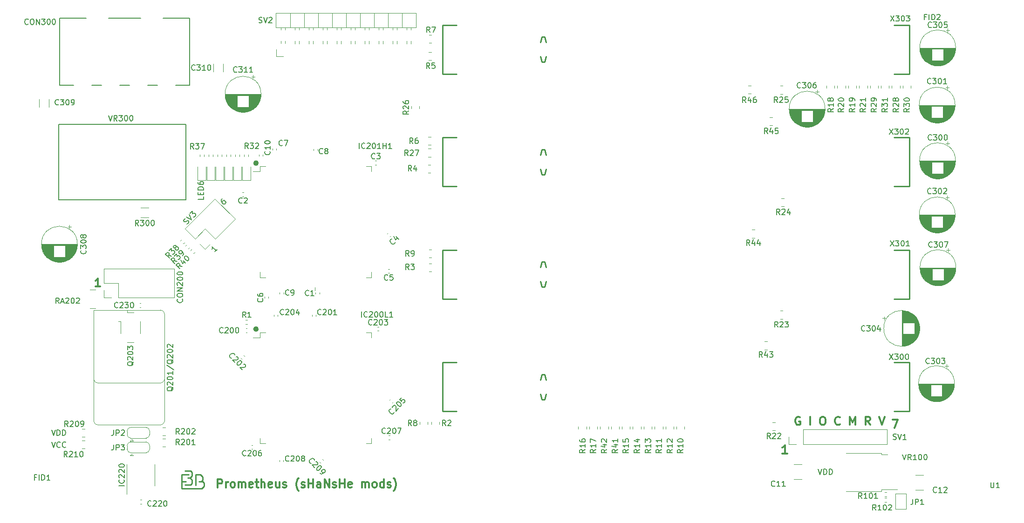
<source format=gbr>
%TF.GenerationSoftware,KiCad,Pcbnew,7.0.6-0*%
%TF.CreationDate,2023-08-26T23:16:56+02:00*%
%TF.ProjectId,Prometheus,50726f6d-6574-4686-9575-732e6b696361,rev?*%
%TF.SameCoordinates,Original*%
%TF.FileFunction,Legend,Top*%
%TF.FilePolarity,Positive*%
%FSLAX46Y46*%
G04 Gerber Fmt 4.6, Leading zero omitted, Abs format (unit mm)*
G04 Created by KiCad (PCBNEW 7.0.6-0) date 2023-08-26 23:16:56*
%MOMM*%
%LPD*%
G01*
G04 APERTURE LIST*
%ADD10C,0.500000*%
%ADD11C,0.254000*%
%ADD12C,0.076200*%
%ADD13C,0.150000*%
%ADD14C,0.300000*%
%ADD15C,0.203200*%
%ADD16C,0.127000*%
%ADD17C,0.120000*%
G04 APERTURE END LIST*
D10*
X113063600Y-78296000D02*
G75*
G03*
X113063600Y-78296000I-250000J0D01*
G01*
D11*
X100824800Y-105372400D02*
X101180400Y-105728000D01*
X103110800Y-106032800D02*
X102450400Y-106032800D01*
X102704400Y-104762800D02*
X101840800Y-104762800D01*
X103364800Y-106286800D02*
X103110800Y-106032800D01*
X103110800Y-105169200D02*
X102704400Y-104762800D01*
X101840800Y-104762800D02*
X101840800Y-106693200D01*
X101180400Y-104356400D02*
X101180400Y-105016800D01*
X102958400Y-107302800D02*
X103364800Y-106896400D01*
X99300800Y-106032800D02*
X99300800Y-107302800D01*
X100926400Y-106642400D02*
X99910400Y-106642400D01*
X99300800Y-106032800D02*
X99300800Y-104762800D01*
X101180400Y-105728000D02*
X101180400Y-106388400D01*
D12*
X123510300Y-70674900D02*
X123510300Y-71302000D01*
D11*
X101180400Y-106388400D02*
X100926400Y-106642400D01*
X103110800Y-105778800D02*
X103110800Y-105169200D01*
X99300800Y-104762800D02*
X100570800Y-104762800D01*
D10*
X113063600Y-48120800D02*
G75*
G03*
X113063600Y-48120800I-250000J0D01*
G01*
D11*
X103364800Y-106896400D02*
X103364800Y-106286800D01*
X100062800Y-106032800D02*
X99300800Y-106032800D01*
X99300800Y-107302800D02*
X102958400Y-107302800D01*
X101180400Y-105016800D02*
X100824800Y-105372400D01*
X102780600Y-106032800D02*
X103110800Y-105778800D01*
X100824800Y-105372400D02*
X100418400Y-105372400D01*
X99910400Y-104102400D02*
X100926400Y-104102400D01*
X100926400Y-104102400D02*
X101180400Y-104356400D01*
D13*
X215013922Y-103734219D02*
X215347255Y-104734219D01*
X215347255Y-104734219D02*
X215680588Y-103734219D01*
X216013922Y-104734219D02*
X216013922Y-103734219D01*
X216013922Y-103734219D02*
X216252017Y-103734219D01*
X216252017Y-103734219D02*
X216394874Y-103781838D01*
X216394874Y-103781838D02*
X216490112Y-103877076D01*
X216490112Y-103877076D02*
X216537731Y-103972314D01*
X216537731Y-103972314D02*
X216585350Y-104162790D01*
X216585350Y-104162790D02*
X216585350Y-104305647D01*
X216585350Y-104305647D02*
X216537731Y-104496123D01*
X216537731Y-104496123D02*
X216490112Y-104591361D01*
X216490112Y-104591361D02*
X216394874Y-104686600D01*
X216394874Y-104686600D02*
X216252017Y-104734219D01*
X216252017Y-104734219D02*
X216013922Y-104734219D01*
X217013922Y-104734219D02*
X217013922Y-103734219D01*
X217013922Y-103734219D02*
X217252017Y-103734219D01*
X217252017Y-103734219D02*
X217394874Y-103781838D01*
X217394874Y-103781838D02*
X217490112Y-103877076D01*
X217490112Y-103877076D02*
X217537731Y-103972314D01*
X217537731Y-103972314D02*
X217585350Y-104162790D01*
X217585350Y-104162790D02*
X217585350Y-104305647D01*
X217585350Y-104305647D02*
X217537731Y-104496123D01*
X217537731Y-104496123D02*
X217490112Y-104591361D01*
X217490112Y-104591361D02*
X217394874Y-104686600D01*
X217394874Y-104686600D02*
X217252017Y-104734219D01*
X217252017Y-104734219D02*
X217013922Y-104734219D01*
D14*
X84486625Y-70578428D02*
X83629482Y-70578428D01*
X84058053Y-70578428D02*
X84058053Y-69078428D01*
X84058053Y-69078428D02*
X83915196Y-69292714D01*
X83915196Y-69292714D02*
X83772339Y-69435571D01*
X83772339Y-69435571D02*
X83629482Y-69507000D01*
X209353025Y-100906028D02*
X208495882Y-100906028D01*
X208924453Y-100906028D02*
X208924453Y-99406028D01*
X208924453Y-99406028D02*
X208781596Y-99620314D01*
X208781596Y-99620314D02*
X208638739Y-99763171D01*
X208638739Y-99763171D02*
X208495882Y-99834600D01*
X211689825Y-94295857D02*
X211546968Y-94224428D01*
X211546968Y-94224428D02*
X211332682Y-94224428D01*
X211332682Y-94224428D02*
X211118396Y-94295857D01*
X211118396Y-94295857D02*
X210975539Y-94438714D01*
X210975539Y-94438714D02*
X210904110Y-94581571D01*
X210904110Y-94581571D02*
X210832682Y-94867285D01*
X210832682Y-94867285D02*
X210832682Y-95081571D01*
X210832682Y-95081571D02*
X210904110Y-95367285D01*
X210904110Y-95367285D02*
X210975539Y-95510142D01*
X210975539Y-95510142D02*
X211118396Y-95653000D01*
X211118396Y-95653000D02*
X211332682Y-95724428D01*
X211332682Y-95724428D02*
X211475539Y-95724428D01*
X211475539Y-95724428D02*
X211689825Y-95653000D01*
X211689825Y-95653000D02*
X211761253Y-95581571D01*
X211761253Y-95581571D02*
X211761253Y-95081571D01*
X211761253Y-95081571D02*
X211475539Y-95081571D01*
X213546967Y-95724428D02*
X213546967Y-94224428D01*
X215689825Y-94224428D02*
X215975539Y-94224428D01*
X215975539Y-94224428D02*
X216118396Y-94295857D01*
X216118396Y-94295857D02*
X216261253Y-94438714D01*
X216261253Y-94438714D02*
X216332682Y-94724428D01*
X216332682Y-94724428D02*
X216332682Y-95224428D01*
X216332682Y-95224428D02*
X216261253Y-95510142D01*
X216261253Y-95510142D02*
X216118396Y-95653000D01*
X216118396Y-95653000D02*
X215975539Y-95724428D01*
X215975539Y-95724428D02*
X215689825Y-95724428D01*
X215689825Y-95724428D02*
X215546968Y-95653000D01*
X215546968Y-95653000D02*
X215404110Y-95510142D01*
X215404110Y-95510142D02*
X215332682Y-95224428D01*
X215332682Y-95224428D02*
X215332682Y-94724428D01*
X215332682Y-94724428D02*
X215404110Y-94438714D01*
X215404110Y-94438714D02*
X215546968Y-94295857D01*
X215546968Y-94295857D02*
X215689825Y-94224428D01*
X218975539Y-95581571D02*
X218904111Y-95653000D01*
X218904111Y-95653000D02*
X218689825Y-95724428D01*
X218689825Y-95724428D02*
X218546968Y-95724428D01*
X218546968Y-95724428D02*
X218332682Y-95653000D01*
X218332682Y-95653000D02*
X218189825Y-95510142D01*
X218189825Y-95510142D02*
X218118396Y-95367285D01*
X218118396Y-95367285D02*
X218046968Y-95081571D01*
X218046968Y-95081571D02*
X218046968Y-94867285D01*
X218046968Y-94867285D02*
X218118396Y-94581571D01*
X218118396Y-94581571D02*
X218189825Y-94438714D01*
X218189825Y-94438714D02*
X218332682Y-94295857D01*
X218332682Y-94295857D02*
X218546968Y-94224428D01*
X218546968Y-94224428D02*
X218689825Y-94224428D01*
X218689825Y-94224428D02*
X218904111Y-94295857D01*
X218904111Y-94295857D02*
X218975539Y-94367285D01*
X220761253Y-95724428D02*
X220761253Y-94224428D01*
X220761253Y-94224428D02*
X221261253Y-95295857D01*
X221261253Y-95295857D02*
X221761253Y-94224428D01*
X221761253Y-94224428D02*
X221761253Y-95724428D01*
X224475539Y-95724428D02*
X223975539Y-95010142D01*
X223618396Y-95724428D02*
X223618396Y-94224428D01*
X223618396Y-94224428D02*
X224189825Y-94224428D01*
X224189825Y-94224428D02*
X224332682Y-94295857D01*
X224332682Y-94295857D02*
X224404111Y-94367285D01*
X224404111Y-94367285D02*
X224475539Y-94510142D01*
X224475539Y-94510142D02*
X224475539Y-94724428D01*
X224475539Y-94724428D02*
X224404111Y-94867285D01*
X224404111Y-94867285D02*
X224332682Y-94938714D01*
X224332682Y-94938714D02*
X224189825Y-95010142D01*
X224189825Y-95010142D02*
X223618396Y-95010142D01*
X226046968Y-94224428D02*
X226546968Y-95724428D01*
X226546968Y-95724428D02*
X227046968Y-94224428D01*
D13*
X106662826Y-54603656D02*
X106528139Y-54738343D01*
X106528139Y-54738343D02*
X106494467Y-54839358D01*
X106494467Y-54839358D02*
X106494467Y-54906702D01*
X106494467Y-54906702D02*
X106528139Y-55075061D01*
X106528139Y-55075061D02*
X106629154Y-55243420D01*
X106629154Y-55243420D02*
X106898528Y-55512794D01*
X106898528Y-55512794D02*
X106999543Y-55546465D01*
X106999543Y-55546465D02*
X107066887Y-55546465D01*
X107066887Y-55546465D02*
X107167902Y-55512794D01*
X107167902Y-55512794D02*
X107302589Y-55378107D01*
X107302589Y-55378107D02*
X107336261Y-55277091D01*
X107336261Y-55277091D02*
X107336261Y-55209748D01*
X107336261Y-55209748D02*
X107302589Y-55108733D01*
X107302589Y-55108733D02*
X107134230Y-54940374D01*
X107134230Y-54940374D02*
X107033215Y-54906702D01*
X107033215Y-54906702D02*
X106965871Y-54906702D01*
X106965871Y-54906702D02*
X106864856Y-54940374D01*
X106864856Y-54940374D02*
X106730169Y-55075061D01*
X106730169Y-55075061D02*
X106696497Y-55176076D01*
X106696497Y-55176076D02*
X106696497Y-55243420D01*
X106696497Y-55243420D02*
X106730169Y-55344435D01*
X75669522Y-98806619D02*
X76002855Y-99806619D01*
X76002855Y-99806619D02*
X76336188Y-98806619D01*
X77240950Y-99711380D02*
X77193331Y-99759000D01*
X77193331Y-99759000D02*
X77050474Y-99806619D01*
X77050474Y-99806619D02*
X76955236Y-99806619D01*
X76955236Y-99806619D02*
X76812379Y-99759000D01*
X76812379Y-99759000D02*
X76717141Y-99663761D01*
X76717141Y-99663761D02*
X76669522Y-99568523D01*
X76669522Y-99568523D02*
X76621903Y-99378047D01*
X76621903Y-99378047D02*
X76621903Y-99235190D01*
X76621903Y-99235190D02*
X76669522Y-99044714D01*
X76669522Y-99044714D02*
X76717141Y-98949476D01*
X76717141Y-98949476D02*
X76812379Y-98854238D01*
X76812379Y-98854238D02*
X76955236Y-98806619D01*
X76955236Y-98806619D02*
X77050474Y-98806619D01*
X77050474Y-98806619D02*
X77193331Y-98854238D01*
X77193331Y-98854238D02*
X77240950Y-98901857D01*
X78240950Y-99711380D02*
X78193331Y-99759000D01*
X78193331Y-99759000D02*
X78050474Y-99806619D01*
X78050474Y-99806619D02*
X77955236Y-99806619D01*
X77955236Y-99806619D02*
X77812379Y-99759000D01*
X77812379Y-99759000D02*
X77717141Y-99663761D01*
X77717141Y-99663761D02*
X77669522Y-99568523D01*
X77669522Y-99568523D02*
X77621903Y-99378047D01*
X77621903Y-99378047D02*
X77621903Y-99235190D01*
X77621903Y-99235190D02*
X77669522Y-99044714D01*
X77669522Y-99044714D02*
X77717141Y-98949476D01*
X77717141Y-98949476D02*
X77812379Y-98854238D01*
X77812379Y-98854238D02*
X77955236Y-98806619D01*
X77955236Y-98806619D02*
X78050474Y-98806619D01*
X78050474Y-98806619D02*
X78193331Y-98854238D01*
X78193331Y-98854238D02*
X78240950Y-98901857D01*
D14*
X105849710Y-107103628D02*
X105849710Y-105603628D01*
X105849710Y-105603628D02*
X106421139Y-105603628D01*
X106421139Y-105603628D02*
X106563996Y-105675057D01*
X106563996Y-105675057D02*
X106635425Y-105746485D01*
X106635425Y-105746485D02*
X106706853Y-105889342D01*
X106706853Y-105889342D02*
X106706853Y-106103628D01*
X106706853Y-106103628D02*
X106635425Y-106246485D01*
X106635425Y-106246485D02*
X106563996Y-106317914D01*
X106563996Y-106317914D02*
X106421139Y-106389342D01*
X106421139Y-106389342D02*
X105849710Y-106389342D01*
X107349710Y-107103628D02*
X107349710Y-106103628D01*
X107349710Y-106389342D02*
X107421139Y-106246485D01*
X107421139Y-106246485D02*
X107492568Y-106175057D01*
X107492568Y-106175057D02*
X107635425Y-106103628D01*
X107635425Y-106103628D02*
X107778282Y-106103628D01*
X108492567Y-107103628D02*
X108349710Y-107032200D01*
X108349710Y-107032200D02*
X108278281Y-106960771D01*
X108278281Y-106960771D02*
X108206853Y-106817914D01*
X108206853Y-106817914D02*
X108206853Y-106389342D01*
X108206853Y-106389342D02*
X108278281Y-106246485D01*
X108278281Y-106246485D02*
X108349710Y-106175057D01*
X108349710Y-106175057D02*
X108492567Y-106103628D01*
X108492567Y-106103628D02*
X108706853Y-106103628D01*
X108706853Y-106103628D02*
X108849710Y-106175057D01*
X108849710Y-106175057D02*
X108921139Y-106246485D01*
X108921139Y-106246485D02*
X108992567Y-106389342D01*
X108992567Y-106389342D02*
X108992567Y-106817914D01*
X108992567Y-106817914D02*
X108921139Y-106960771D01*
X108921139Y-106960771D02*
X108849710Y-107032200D01*
X108849710Y-107032200D02*
X108706853Y-107103628D01*
X108706853Y-107103628D02*
X108492567Y-107103628D01*
X109635424Y-107103628D02*
X109635424Y-106103628D01*
X109635424Y-106246485D02*
X109706853Y-106175057D01*
X109706853Y-106175057D02*
X109849710Y-106103628D01*
X109849710Y-106103628D02*
X110063996Y-106103628D01*
X110063996Y-106103628D02*
X110206853Y-106175057D01*
X110206853Y-106175057D02*
X110278282Y-106317914D01*
X110278282Y-106317914D02*
X110278282Y-107103628D01*
X110278282Y-106317914D02*
X110349710Y-106175057D01*
X110349710Y-106175057D02*
X110492567Y-106103628D01*
X110492567Y-106103628D02*
X110706853Y-106103628D01*
X110706853Y-106103628D02*
X110849710Y-106175057D01*
X110849710Y-106175057D02*
X110921139Y-106317914D01*
X110921139Y-106317914D02*
X110921139Y-107103628D01*
X112206853Y-107032200D02*
X112063996Y-107103628D01*
X112063996Y-107103628D02*
X111778282Y-107103628D01*
X111778282Y-107103628D02*
X111635424Y-107032200D01*
X111635424Y-107032200D02*
X111563996Y-106889342D01*
X111563996Y-106889342D02*
X111563996Y-106317914D01*
X111563996Y-106317914D02*
X111635424Y-106175057D01*
X111635424Y-106175057D02*
X111778282Y-106103628D01*
X111778282Y-106103628D02*
X112063996Y-106103628D01*
X112063996Y-106103628D02*
X112206853Y-106175057D01*
X112206853Y-106175057D02*
X112278282Y-106317914D01*
X112278282Y-106317914D02*
X112278282Y-106460771D01*
X112278282Y-106460771D02*
X111563996Y-106603628D01*
X112706853Y-106103628D02*
X113278281Y-106103628D01*
X112921138Y-105603628D02*
X112921138Y-106889342D01*
X112921138Y-106889342D02*
X112992567Y-107032200D01*
X112992567Y-107032200D02*
X113135424Y-107103628D01*
X113135424Y-107103628D02*
X113278281Y-107103628D01*
X113778281Y-107103628D02*
X113778281Y-105603628D01*
X114421139Y-107103628D02*
X114421139Y-106317914D01*
X114421139Y-106317914D02*
X114349710Y-106175057D01*
X114349710Y-106175057D02*
X114206853Y-106103628D01*
X114206853Y-106103628D02*
X113992567Y-106103628D01*
X113992567Y-106103628D02*
X113849710Y-106175057D01*
X113849710Y-106175057D02*
X113778281Y-106246485D01*
X115706853Y-107032200D02*
X115563996Y-107103628D01*
X115563996Y-107103628D02*
X115278282Y-107103628D01*
X115278282Y-107103628D02*
X115135424Y-107032200D01*
X115135424Y-107032200D02*
X115063996Y-106889342D01*
X115063996Y-106889342D02*
X115063996Y-106317914D01*
X115063996Y-106317914D02*
X115135424Y-106175057D01*
X115135424Y-106175057D02*
X115278282Y-106103628D01*
X115278282Y-106103628D02*
X115563996Y-106103628D01*
X115563996Y-106103628D02*
X115706853Y-106175057D01*
X115706853Y-106175057D02*
X115778282Y-106317914D01*
X115778282Y-106317914D02*
X115778282Y-106460771D01*
X115778282Y-106460771D02*
X115063996Y-106603628D01*
X117063996Y-106103628D02*
X117063996Y-107103628D01*
X116421138Y-106103628D02*
X116421138Y-106889342D01*
X116421138Y-106889342D02*
X116492567Y-107032200D01*
X116492567Y-107032200D02*
X116635424Y-107103628D01*
X116635424Y-107103628D02*
X116849710Y-107103628D01*
X116849710Y-107103628D02*
X116992567Y-107032200D01*
X116992567Y-107032200D02*
X117063996Y-106960771D01*
X117706853Y-107032200D02*
X117849710Y-107103628D01*
X117849710Y-107103628D02*
X118135424Y-107103628D01*
X118135424Y-107103628D02*
X118278281Y-107032200D01*
X118278281Y-107032200D02*
X118349710Y-106889342D01*
X118349710Y-106889342D02*
X118349710Y-106817914D01*
X118349710Y-106817914D02*
X118278281Y-106675057D01*
X118278281Y-106675057D02*
X118135424Y-106603628D01*
X118135424Y-106603628D02*
X117921139Y-106603628D01*
X117921139Y-106603628D02*
X117778281Y-106532200D01*
X117778281Y-106532200D02*
X117706853Y-106389342D01*
X117706853Y-106389342D02*
X117706853Y-106317914D01*
X117706853Y-106317914D02*
X117778281Y-106175057D01*
X117778281Y-106175057D02*
X117921139Y-106103628D01*
X117921139Y-106103628D02*
X118135424Y-106103628D01*
X118135424Y-106103628D02*
X118278281Y-106175057D01*
X120563996Y-107675057D02*
X120492567Y-107603628D01*
X120492567Y-107603628D02*
X120349710Y-107389342D01*
X120349710Y-107389342D02*
X120278282Y-107246485D01*
X120278282Y-107246485D02*
X120206853Y-107032200D01*
X120206853Y-107032200D02*
X120135424Y-106675057D01*
X120135424Y-106675057D02*
X120135424Y-106389342D01*
X120135424Y-106389342D02*
X120206853Y-106032200D01*
X120206853Y-106032200D02*
X120278282Y-105817914D01*
X120278282Y-105817914D02*
X120349710Y-105675057D01*
X120349710Y-105675057D02*
X120492567Y-105460771D01*
X120492567Y-105460771D02*
X120563996Y-105389342D01*
X121063996Y-107032200D02*
X121206853Y-107103628D01*
X121206853Y-107103628D02*
X121492567Y-107103628D01*
X121492567Y-107103628D02*
X121635424Y-107032200D01*
X121635424Y-107032200D02*
X121706853Y-106889342D01*
X121706853Y-106889342D02*
X121706853Y-106817914D01*
X121706853Y-106817914D02*
X121635424Y-106675057D01*
X121635424Y-106675057D02*
X121492567Y-106603628D01*
X121492567Y-106603628D02*
X121278282Y-106603628D01*
X121278282Y-106603628D02*
X121135424Y-106532200D01*
X121135424Y-106532200D02*
X121063996Y-106389342D01*
X121063996Y-106389342D02*
X121063996Y-106317914D01*
X121063996Y-106317914D02*
X121135424Y-106175057D01*
X121135424Y-106175057D02*
X121278282Y-106103628D01*
X121278282Y-106103628D02*
X121492567Y-106103628D01*
X121492567Y-106103628D02*
X121635424Y-106175057D01*
X122349710Y-107103628D02*
X122349710Y-105603628D01*
X122349710Y-106317914D02*
X123206853Y-106317914D01*
X123206853Y-107103628D02*
X123206853Y-105603628D01*
X124563997Y-107103628D02*
X124563997Y-106317914D01*
X124563997Y-106317914D02*
X124492568Y-106175057D01*
X124492568Y-106175057D02*
X124349711Y-106103628D01*
X124349711Y-106103628D02*
X124063997Y-106103628D01*
X124063997Y-106103628D02*
X123921139Y-106175057D01*
X124563997Y-107032200D02*
X124421139Y-107103628D01*
X124421139Y-107103628D02*
X124063997Y-107103628D01*
X124063997Y-107103628D02*
X123921139Y-107032200D01*
X123921139Y-107032200D02*
X123849711Y-106889342D01*
X123849711Y-106889342D02*
X123849711Y-106746485D01*
X123849711Y-106746485D02*
X123921139Y-106603628D01*
X123921139Y-106603628D02*
X124063997Y-106532200D01*
X124063997Y-106532200D02*
X124421139Y-106532200D01*
X124421139Y-106532200D02*
X124563997Y-106460771D01*
X125278282Y-107103628D02*
X125278282Y-105603628D01*
X125278282Y-105603628D02*
X126135425Y-107103628D01*
X126135425Y-107103628D02*
X126135425Y-105603628D01*
X126778283Y-107032200D02*
X126921140Y-107103628D01*
X126921140Y-107103628D02*
X127206854Y-107103628D01*
X127206854Y-107103628D02*
X127349711Y-107032200D01*
X127349711Y-107032200D02*
X127421140Y-106889342D01*
X127421140Y-106889342D02*
X127421140Y-106817914D01*
X127421140Y-106817914D02*
X127349711Y-106675057D01*
X127349711Y-106675057D02*
X127206854Y-106603628D01*
X127206854Y-106603628D02*
X126992569Y-106603628D01*
X126992569Y-106603628D02*
X126849711Y-106532200D01*
X126849711Y-106532200D02*
X126778283Y-106389342D01*
X126778283Y-106389342D02*
X126778283Y-106317914D01*
X126778283Y-106317914D02*
X126849711Y-106175057D01*
X126849711Y-106175057D02*
X126992569Y-106103628D01*
X126992569Y-106103628D02*
X127206854Y-106103628D01*
X127206854Y-106103628D02*
X127349711Y-106175057D01*
X128063997Y-107103628D02*
X128063997Y-105603628D01*
X128063997Y-106317914D02*
X128921140Y-106317914D01*
X128921140Y-107103628D02*
X128921140Y-105603628D01*
X130206855Y-107032200D02*
X130063998Y-107103628D01*
X130063998Y-107103628D02*
X129778284Y-107103628D01*
X129778284Y-107103628D02*
X129635426Y-107032200D01*
X129635426Y-107032200D02*
X129563998Y-106889342D01*
X129563998Y-106889342D02*
X129563998Y-106317914D01*
X129563998Y-106317914D02*
X129635426Y-106175057D01*
X129635426Y-106175057D02*
X129778284Y-106103628D01*
X129778284Y-106103628D02*
X130063998Y-106103628D01*
X130063998Y-106103628D02*
X130206855Y-106175057D01*
X130206855Y-106175057D02*
X130278284Y-106317914D01*
X130278284Y-106317914D02*
X130278284Y-106460771D01*
X130278284Y-106460771D02*
X129563998Y-106603628D01*
X132063997Y-107103628D02*
X132063997Y-106103628D01*
X132063997Y-106246485D02*
X132135426Y-106175057D01*
X132135426Y-106175057D02*
X132278283Y-106103628D01*
X132278283Y-106103628D02*
X132492569Y-106103628D01*
X132492569Y-106103628D02*
X132635426Y-106175057D01*
X132635426Y-106175057D02*
X132706855Y-106317914D01*
X132706855Y-106317914D02*
X132706855Y-107103628D01*
X132706855Y-106317914D02*
X132778283Y-106175057D01*
X132778283Y-106175057D02*
X132921140Y-106103628D01*
X132921140Y-106103628D02*
X133135426Y-106103628D01*
X133135426Y-106103628D02*
X133278283Y-106175057D01*
X133278283Y-106175057D02*
X133349712Y-106317914D01*
X133349712Y-106317914D02*
X133349712Y-107103628D01*
X134278283Y-107103628D02*
X134135426Y-107032200D01*
X134135426Y-107032200D02*
X134063997Y-106960771D01*
X134063997Y-106960771D02*
X133992569Y-106817914D01*
X133992569Y-106817914D02*
X133992569Y-106389342D01*
X133992569Y-106389342D02*
X134063997Y-106246485D01*
X134063997Y-106246485D02*
X134135426Y-106175057D01*
X134135426Y-106175057D02*
X134278283Y-106103628D01*
X134278283Y-106103628D02*
X134492569Y-106103628D01*
X134492569Y-106103628D02*
X134635426Y-106175057D01*
X134635426Y-106175057D02*
X134706855Y-106246485D01*
X134706855Y-106246485D02*
X134778283Y-106389342D01*
X134778283Y-106389342D02*
X134778283Y-106817914D01*
X134778283Y-106817914D02*
X134706855Y-106960771D01*
X134706855Y-106960771D02*
X134635426Y-107032200D01*
X134635426Y-107032200D02*
X134492569Y-107103628D01*
X134492569Y-107103628D02*
X134278283Y-107103628D01*
X136063998Y-107103628D02*
X136063998Y-105603628D01*
X136063998Y-107032200D02*
X135921140Y-107103628D01*
X135921140Y-107103628D02*
X135635426Y-107103628D01*
X135635426Y-107103628D02*
X135492569Y-107032200D01*
X135492569Y-107032200D02*
X135421140Y-106960771D01*
X135421140Y-106960771D02*
X135349712Y-106817914D01*
X135349712Y-106817914D02*
X135349712Y-106389342D01*
X135349712Y-106389342D02*
X135421140Y-106246485D01*
X135421140Y-106246485D02*
X135492569Y-106175057D01*
X135492569Y-106175057D02*
X135635426Y-106103628D01*
X135635426Y-106103628D02*
X135921140Y-106103628D01*
X135921140Y-106103628D02*
X136063998Y-106175057D01*
X136706855Y-107032200D02*
X136849712Y-107103628D01*
X136849712Y-107103628D02*
X137135426Y-107103628D01*
X137135426Y-107103628D02*
X137278283Y-107032200D01*
X137278283Y-107032200D02*
X137349712Y-106889342D01*
X137349712Y-106889342D02*
X137349712Y-106817914D01*
X137349712Y-106817914D02*
X137278283Y-106675057D01*
X137278283Y-106675057D02*
X137135426Y-106603628D01*
X137135426Y-106603628D02*
X136921141Y-106603628D01*
X136921141Y-106603628D02*
X136778283Y-106532200D01*
X136778283Y-106532200D02*
X136706855Y-106389342D01*
X136706855Y-106389342D02*
X136706855Y-106317914D01*
X136706855Y-106317914D02*
X136778283Y-106175057D01*
X136778283Y-106175057D02*
X136921141Y-106103628D01*
X136921141Y-106103628D02*
X137135426Y-106103628D01*
X137135426Y-106103628D02*
X137278283Y-106175057D01*
X137849712Y-107675057D02*
X137921141Y-107603628D01*
X137921141Y-107603628D02*
X138063998Y-107389342D01*
X138063998Y-107389342D02*
X138135427Y-107246485D01*
X138135427Y-107246485D02*
X138206855Y-107032200D01*
X138206855Y-107032200D02*
X138278284Y-106675057D01*
X138278284Y-106675057D02*
X138278284Y-106389342D01*
X138278284Y-106389342D02*
X138206855Y-106032200D01*
X138206855Y-106032200D02*
X138135427Y-105817914D01*
X138135427Y-105817914D02*
X138063998Y-105675057D01*
X138063998Y-105675057D02*
X137921141Y-105460771D01*
X137921141Y-105460771D02*
X137849712Y-105389342D01*
D13*
X105760876Y-63828620D02*
X105356815Y-64232681D01*
X105558845Y-64030650D02*
X104851739Y-63323543D01*
X104851739Y-63323543D02*
X104885410Y-63491902D01*
X104885410Y-63491902D02*
X104885410Y-63626589D01*
X104885410Y-63626589D02*
X104851739Y-63727604D01*
X75669522Y-96622219D02*
X76002855Y-97622219D01*
X76002855Y-97622219D02*
X76336188Y-96622219D01*
X76669522Y-97622219D02*
X76669522Y-96622219D01*
X76669522Y-96622219D02*
X76907617Y-96622219D01*
X76907617Y-96622219D02*
X77050474Y-96669838D01*
X77050474Y-96669838D02*
X77145712Y-96765076D01*
X77145712Y-96765076D02*
X77193331Y-96860314D01*
X77193331Y-96860314D02*
X77240950Y-97050790D01*
X77240950Y-97050790D02*
X77240950Y-97193647D01*
X77240950Y-97193647D02*
X77193331Y-97384123D01*
X77193331Y-97384123D02*
X77145712Y-97479361D01*
X77145712Y-97479361D02*
X77050474Y-97574600D01*
X77050474Y-97574600D02*
X76907617Y-97622219D01*
X76907617Y-97622219D02*
X76669522Y-97622219D01*
X77669522Y-97622219D02*
X77669522Y-96622219D01*
X77669522Y-96622219D02*
X77907617Y-96622219D01*
X77907617Y-96622219D02*
X78050474Y-96669838D01*
X78050474Y-96669838D02*
X78145712Y-96765076D01*
X78145712Y-96765076D02*
X78193331Y-96860314D01*
X78193331Y-96860314D02*
X78240950Y-97050790D01*
X78240950Y-97050790D02*
X78240950Y-97193647D01*
X78240950Y-97193647D02*
X78193331Y-97384123D01*
X78193331Y-97384123D02*
X78145712Y-97479361D01*
X78145712Y-97479361D02*
X78050474Y-97574600D01*
X78050474Y-97574600D02*
X77907617Y-97622219D01*
X77907617Y-97622219D02*
X77669522Y-97622219D01*
D14*
X228490453Y-94783228D02*
X229490453Y-94783228D01*
X229490453Y-94783228D02*
X228847596Y-96283228D01*
D13*
X71429333Y-22826380D02*
X71381714Y-22874000D01*
X71381714Y-22874000D02*
X71238857Y-22921619D01*
X71238857Y-22921619D02*
X71143619Y-22921619D01*
X71143619Y-22921619D02*
X71000762Y-22874000D01*
X71000762Y-22874000D02*
X70905524Y-22778761D01*
X70905524Y-22778761D02*
X70857905Y-22683523D01*
X70857905Y-22683523D02*
X70810286Y-22493047D01*
X70810286Y-22493047D02*
X70810286Y-22350190D01*
X70810286Y-22350190D02*
X70857905Y-22159714D01*
X70857905Y-22159714D02*
X70905524Y-22064476D01*
X70905524Y-22064476D02*
X71000762Y-21969238D01*
X71000762Y-21969238D02*
X71143619Y-21921619D01*
X71143619Y-21921619D02*
X71238857Y-21921619D01*
X71238857Y-21921619D02*
X71381714Y-21969238D01*
X71381714Y-21969238D02*
X71429333Y-22016857D01*
X72048381Y-21921619D02*
X72238857Y-21921619D01*
X72238857Y-21921619D02*
X72334095Y-21969238D01*
X72334095Y-21969238D02*
X72429333Y-22064476D01*
X72429333Y-22064476D02*
X72476952Y-22254952D01*
X72476952Y-22254952D02*
X72476952Y-22588285D01*
X72476952Y-22588285D02*
X72429333Y-22778761D01*
X72429333Y-22778761D02*
X72334095Y-22874000D01*
X72334095Y-22874000D02*
X72238857Y-22921619D01*
X72238857Y-22921619D02*
X72048381Y-22921619D01*
X72048381Y-22921619D02*
X71953143Y-22874000D01*
X71953143Y-22874000D02*
X71857905Y-22778761D01*
X71857905Y-22778761D02*
X71810286Y-22588285D01*
X71810286Y-22588285D02*
X71810286Y-22254952D01*
X71810286Y-22254952D02*
X71857905Y-22064476D01*
X71857905Y-22064476D02*
X71953143Y-21969238D01*
X71953143Y-21969238D02*
X72048381Y-21921619D01*
X72905524Y-22921619D02*
X72905524Y-21921619D01*
X72905524Y-21921619D02*
X73476952Y-22921619D01*
X73476952Y-22921619D02*
X73476952Y-21921619D01*
X73857905Y-21921619D02*
X74476952Y-21921619D01*
X74476952Y-21921619D02*
X74143619Y-22302571D01*
X74143619Y-22302571D02*
X74286476Y-22302571D01*
X74286476Y-22302571D02*
X74381714Y-22350190D01*
X74381714Y-22350190D02*
X74429333Y-22397809D01*
X74429333Y-22397809D02*
X74476952Y-22493047D01*
X74476952Y-22493047D02*
X74476952Y-22731142D01*
X74476952Y-22731142D02*
X74429333Y-22826380D01*
X74429333Y-22826380D02*
X74381714Y-22874000D01*
X74381714Y-22874000D02*
X74286476Y-22921619D01*
X74286476Y-22921619D02*
X74000762Y-22921619D01*
X74000762Y-22921619D02*
X73905524Y-22874000D01*
X73905524Y-22874000D02*
X73857905Y-22826380D01*
X75096000Y-21921619D02*
X75191238Y-21921619D01*
X75191238Y-21921619D02*
X75286476Y-21969238D01*
X75286476Y-21969238D02*
X75334095Y-22016857D01*
X75334095Y-22016857D02*
X75381714Y-22112095D01*
X75381714Y-22112095D02*
X75429333Y-22302571D01*
X75429333Y-22302571D02*
X75429333Y-22540666D01*
X75429333Y-22540666D02*
X75381714Y-22731142D01*
X75381714Y-22731142D02*
X75334095Y-22826380D01*
X75334095Y-22826380D02*
X75286476Y-22874000D01*
X75286476Y-22874000D02*
X75191238Y-22921619D01*
X75191238Y-22921619D02*
X75096000Y-22921619D01*
X75096000Y-22921619D02*
X75000762Y-22874000D01*
X75000762Y-22874000D02*
X74953143Y-22826380D01*
X74953143Y-22826380D02*
X74905524Y-22731142D01*
X74905524Y-22731142D02*
X74857905Y-22540666D01*
X74857905Y-22540666D02*
X74857905Y-22302571D01*
X74857905Y-22302571D02*
X74905524Y-22112095D01*
X74905524Y-22112095D02*
X74953143Y-22016857D01*
X74953143Y-22016857D02*
X75000762Y-21969238D01*
X75000762Y-21969238D02*
X75096000Y-21921619D01*
X76048381Y-21921619D02*
X76143619Y-21921619D01*
X76143619Y-21921619D02*
X76238857Y-21969238D01*
X76238857Y-21969238D02*
X76286476Y-22016857D01*
X76286476Y-22016857D02*
X76334095Y-22112095D01*
X76334095Y-22112095D02*
X76381714Y-22302571D01*
X76381714Y-22302571D02*
X76381714Y-22540666D01*
X76381714Y-22540666D02*
X76334095Y-22731142D01*
X76334095Y-22731142D02*
X76286476Y-22826380D01*
X76286476Y-22826380D02*
X76238857Y-22874000D01*
X76238857Y-22874000D02*
X76143619Y-22921619D01*
X76143619Y-22921619D02*
X76048381Y-22921619D01*
X76048381Y-22921619D02*
X75953143Y-22874000D01*
X75953143Y-22874000D02*
X75905524Y-22826380D01*
X75905524Y-22826380D02*
X75857905Y-22731142D01*
X75857905Y-22731142D02*
X75810286Y-22540666D01*
X75810286Y-22540666D02*
X75810286Y-22302571D01*
X75810286Y-22302571D02*
X75857905Y-22112095D01*
X75857905Y-22112095D02*
X75905524Y-22016857D01*
X75905524Y-22016857D02*
X75953143Y-21969238D01*
X75953143Y-21969238D02*
X76048381Y-21921619D01*
X86015295Y-39447619D02*
X86348628Y-40447619D01*
X86348628Y-40447619D02*
X86681961Y-39447619D01*
X87586723Y-40447619D02*
X87253390Y-39971428D01*
X87015295Y-40447619D02*
X87015295Y-39447619D01*
X87015295Y-39447619D02*
X87396247Y-39447619D01*
X87396247Y-39447619D02*
X87491485Y-39495238D01*
X87491485Y-39495238D02*
X87539104Y-39542857D01*
X87539104Y-39542857D02*
X87586723Y-39638095D01*
X87586723Y-39638095D02*
X87586723Y-39780952D01*
X87586723Y-39780952D02*
X87539104Y-39876190D01*
X87539104Y-39876190D02*
X87491485Y-39923809D01*
X87491485Y-39923809D02*
X87396247Y-39971428D01*
X87396247Y-39971428D02*
X87015295Y-39971428D01*
X87920057Y-39447619D02*
X88539104Y-39447619D01*
X88539104Y-39447619D02*
X88205771Y-39828571D01*
X88205771Y-39828571D02*
X88348628Y-39828571D01*
X88348628Y-39828571D02*
X88443866Y-39876190D01*
X88443866Y-39876190D02*
X88491485Y-39923809D01*
X88491485Y-39923809D02*
X88539104Y-40019047D01*
X88539104Y-40019047D02*
X88539104Y-40257142D01*
X88539104Y-40257142D02*
X88491485Y-40352380D01*
X88491485Y-40352380D02*
X88443866Y-40400000D01*
X88443866Y-40400000D02*
X88348628Y-40447619D01*
X88348628Y-40447619D02*
X88062914Y-40447619D01*
X88062914Y-40447619D02*
X87967676Y-40400000D01*
X87967676Y-40400000D02*
X87920057Y-40352380D01*
X89158152Y-39447619D02*
X89253390Y-39447619D01*
X89253390Y-39447619D02*
X89348628Y-39495238D01*
X89348628Y-39495238D02*
X89396247Y-39542857D01*
X89396247Y-39542857D02*
X89443866Y-39638095D01*
X89443866Y-39638095D02*
X89491485Y-39828571D01*
X89491485Y-39828571D02*
X89491485Y-40066666D01*
X89491485Y-40066666D02*
X89443866Y-40257142D01*
X89443866Y-40257142D02*
X89396247Y-40352380D01*
X89396247Y-40352380D02*
X89348628Y-40400000D01*
X89348628Y-40400000D02*
X89253390Y-40447619D01*
X89253390Y-40447619D02*
X89158152Y-40447619D01*
X89158152Y-40447619D02*
X89062914Y-40400000D01*
X89062914Y-40400000D02*
X89015295Y-40352380D01*
X89015295Y-40352380D02*
X88967676Y-40257142D01*
X88967676Y-40257142D02*
X88920057Y-40066666D01*
X88920057Y-40066666D02*
X88920057Y-39828571D01*
X88920057Y-39828571D02*
X88967676Y-39638095D01*
X88967676Y-39638095D02*
X89015295Y-39542857D01*
X89015295Y-39542857D02*
X89062914Y-39495238D01*
X89062914Y-39495238D02*
X89158152Y-39447619D01*
X90110533Y-39447619D02*
X90205771Y-39447619D01*
X90205771Y-39447619D02*
X90301009Y-39495238D01*
X90301009Y-39495238D02*
X90348628Y-39542857D01*
X90348628Y-39542857D02*
X90396247Y-39638095D01*
X90396247Y-39638095D02*
X90443866Y-39828571D01*
X90443866Y-39828571D02*
X90443866Y-40066666D01*
X90443866Y-40066666D02*
X90396247Y-40257142D01*
X90396247Y-40257142D02*
X90348628Y-40352380D01*
X90348628Y-40352380D02*
X90301009Y-40400000D01*
X90301009Y-40400000D02*
X90205771Y-40447619D01*
X90205771Y-40447619D02*
X90110533Y-40447619D01*
X90110533Y-40447619D02*
X90015295Y-40400000D01*
X90015295Y-40400000D02*
X89967676Y-40352380D01*
X89967676Y-40352380D02*
X89920057Y-40257142D01*
X89920057Y-40257142D02*
X89872438Y-40066666D01*
X89872438Y-40066666D02*
X89872438Y-39828571D01*
X89872438Y-39828571D02*
X89920057Y-39638095D01*
X89920057Y-39638095D02*
X89967676Y-39542857D01*
X89967676Y-39542857D02*
X90015295Y-39495238D01*
X90015295Y-39495238D02*
X90110533Y-39447619D01*
X201858142Y-37120219D02*
X201524809Y-36644028D01*
X201286714Y-37120219D02*
X201286714Y-36120219D01*
X201286714Y-36120219D02*
X201667666Y-36120219D01*
X201667666Y-36120219D02*
X201762904Y-36167838D01*
X201762904Y-36167838D02*
X201810523Y-36215457D01*
X201810523Y-36215457D02*
X201858142Y-36310695D01*
X201858142Y-36310695D02*
X201858142Y-36453552D01*
X201858142Y-36453552D02*
X201810523Y-36548790D01*
X201810523Y-36548790D02*
X201762904Y-36596409D01*
X201762904Y-36596409D02*
X201667666Y-36644028D01*
X201667666Y-36644028D02*
X201286714Y-36644028D01*
X202715285Y-36453552D02*
X202715285Y-37120219D01*
X202477190Y-36072600D02*
X202239095Y-36786885D01*
X202239095Y-36786885D02*
X202858142Y-36786885D01*
X203667666Y-36120219D02*
X203477190Y-36120219D01*
X203477190Y-36120219D02*
X203381952Y-36167838D01*
X203381952Y-36167838D02*
X203334333Y-36215457D01*
X203334333Y-36215457D02*
X203239095Y-36358314D01*
X203239095Y-36358314D02*
X203191476Y-36548790D01*
X203191476Y-36548790D02*
X203191476Y-36929742D01*
X203191476Y-36929742D02*
X203239095Y-37024980D01*
X203239095Y-37024980D02*
X203286714Y-37072600D01*
X203286714Y-37072600D02*
X203381952Y-37120219D01*
X203381952Y-37120219D02*
X203572428Y-37120219D01*
X203572428Y-37120219D02*
X203667666Y-37072600D01*
X203667666Y-37072600D02*
X203715285Y-37024980D01*
X203715285Y-37024980D02*
X203762904Y-36929742D01*
X203762904Y-36929742D02*
X203762904Y-36691647D01*
X203762904Y-36691647D02*
X203715285Y-36596409D01*
X203715285Y-36596409D02*
X203667666Y-36548790D01*
X203667666Y-36548790D02*
X203572428Y-36501171D01*
X203572428Y-36501171D02*
X203381952Y-36501171D01*
X203381952Y-36501171D02*
X203286714Y-36548790D01*
X203286714Y-36548790D02*
X203239095Y-36596409D01*
X203239095Y-36596409D02*
X203191476Y-36691647D01*
X205820542Y-42759019D02*
X205487209Y-42282828D01*
X205249114Y-42759019D02*
X205249114Y-41759019D01*
X205249114Y-41759019D02*
X205630066Y-41759019D01*
X205630066Y-41759019D02*
X205725304Y-41806638D01*
X205725304Y-41806638D02*
X205772923Y-41854257D01*
X205772923Y-41854257D02*
X205820542Y-41949495D01*
X205820542Y-41949495D02*
X205820542Y-42092352D01*
X205820542Y-42092352D02*
X205772923Y-42187590D01*
X205772923Y-42187590D02*
X205725304Y-42235209D01*
X205725304Y-42235209D02*
X205630066Y-42282828D01*
X205630066Y-42282828D02*
X205249114Y-42282828D01*
X206677685Y-42092352D02*
X206677685Y-42759019D01*
X206439590Y-41711400D02*
X206201495Y-42425685D01*
X206201495Y-42425685D02*
X206820542Y-42425685D01*
X207677685Y-41759019D02*
X207201495Y-41759019D01*
X207201495Y-41759019D02*
X207153876Y-42235209D01*
X207153876Y-42235209D02*
X207201495Y-42187590D01*
X207201495Y-42187590D02*
X207296733Y-42139971D01*
X207296733Y-42139971D02*
X207534828Y-42139971D01*
X207534828Y-42139971D02*
X207630066Y-42187590D01*
X207630066Y-42187590D02*
X207677685Y-42235209D01*
X207677685Y-42235209D02*
X207725304Y-42330447D01*
X207725304Y-42330447D02*
X207725304Y-42568542D01*
X207725304Y-42568542D02*
X207677685Y-42663780D01*
X207677685Y-42663780D02*
X207630066Y-42711400D01*
X207630066Y-42711400D02*
X207534828Y-42759019D01*
X207534828Y-42759019D02*
X207296733Y-42759019D01*
X207296733Y-42759019D02*
X207201495Y-42711400D01*
X207201495Y-42711400D02*
X207153876Y-42663780D01*
X202569342Y-63078019D02*
X202236009Y-62601828D01*
X201997914Y-63078019D02*
X201997914Y-62078019D01*
X201997914Y-62078019D02*
X202378866Y-62078019D01*
X202378866Y-62078019D02*
X202474104Y-62125638D01*
X202474104Y-62125638D02*
X202521723Y-62173257D01*
X202521723Y-62173257D02*
X202569342Y-62268495D01*
X202569342Y-62268495D02*
X202569342Y-62411352D01*
X202569342Y-62411352D02*
X202521723Y-62506590D01*
X202521723Y-62506590D02*
X202474104Y-62554209D01*
X202474104Y-62554209D02*
X202378866Y-62601828D01*
X202378866Y-62601828D02*
X201997914Y-62601828D01*
X203426485Y-62411352D02*
X203426485Y-63078019D01*
X203188390Y-62030400D02*
X202950295Y-62744685D01*
X202950295Y-62744685D02*
X203569342Y-62744685D01*
X204378866Y-62411352D02*
X204378866Y-63078019D01*
X204140771Y-62030400D02*
X203902676Y-62744685D01*
X203902676Y-62744685D02*
X204521723Y-62744685D01*
X204855342Y-83398019D02*
X204522009Y-82921828D01*
X204283914Y-83398019D02*
X204283914Y-82398019D01*
X204283914Y-82398019D02*
X204664866Y-82398019D01*
X204664866Y-82398019D02*
X204760104Y-82445638D01*
X204760104Y-82445638D02*
X204807723Y-82493257D01*
X204807723Y-82493257D02*
X204855342Y-82588495D01*
X204855342Y-82588495D02*
X204855342Y-82731352D01*
X204855342Y-82731352D02*
X204807723Y-82826590D01*
X204807723Y-82826590D02*
X204760104Y-82874209D01*
X204760104Y-82874209D02*
X204664866Y-82921828D01*
X204664866Y-82921828D02*
X204283914Y-82921828D01*
X205712485Y-82731352D02*
X205712485Y-83398019D01*
X205474390Y-82350400D02*
X205236295Y-83064685D01*
X205236295Y-83064685D02*
X205855342Y-83064685D01*
X206141057Y-82398019D02*
X206760104Y-82398019D01*
X206760104Y-82398019D02*
X206426771Y-82778971D01*
X206426771Y-82778971D02*
X206569628Y-82778971D01*
X206569628Y-82778971D02*
X206664866Y-82826590D01*
X206664866Y-82826590D02*
X206712485Y-82874209D01*
X206712485Y-82874209D02*
X206760104Y-82969447D01*
X206760104Y-82969447D02*
X206760104Y-83207542D01*
X206760104Y-83207542D02*
X206712485Y-83302780D01*
X206712485Y-83302780D02*
X206664866Y-83350400D01*
X206664866Y-83350400D02*
X206569628Y-83398019D01*
X206569628Y-83398019D02*
X206283914Y-83398019D01*
X206283914Y-83398019D02*
X206188676Y-83350400D01*
X206188676Y-83350400D02*
X206141057Y-83302780D01*
X186522019Y-100173257D02*
X186045828Y-100506590D01*
X186522019Y-100744685D02*
X185522019Y-100744685D01*
X185522019Y-100744685D02*
X185522019Y-100363733D01*
X185522019Y-100363733D02*
X185569638Y-100268495D01*
X185569638Y-100268495D02*
X185617257Y-100220876D01*
X185617257Y-100220876D02*
X185712495Y-100173257D01*
X185712495Y-100173257D02*
X185855352Y-100173257D01*
X185855352Y-100173257D02*
X185950590Y-100220876D01*
X185950590Y-100220876D02*
X185998209Y-100268495D01*
X185998209Y-100268495D02*
X186045828Y-100363733D01*
X186045828Y-100363733D02*
X186045828Y-100744685D01*
X186522019Y-99220876D02*
X186522019Y-99792304D01*
X186522019Y-99506590D02*
X185522019Y-99506590D01*
X185522019Y-99506590D02*
X185664876Y-99601828D01*
X185664876Y-99601828D02*
X185760114Y-99697066D01*
X185760114Y-99697066D02*
X185807733Y-99792304D01*
X186522019Y-98268495D02*
X186522019Y-98839923D01*
X186522019Y-98554209D02*
X185522019Y-98554209D01*
X185522019Y-98554209D02*
X185664876Y-98649447D01*
X185664876Y-98649447D02*
X185760114Y-98744685D01*
X185760114Y-98744685D02*
X185807733Y-98839923D01*
X223606019Y-38197257D02*
X223129828Y-38530590D01*
X223606019Y-38768685D02*
X222606019Y-38768685D01*
X222606019Y-38768685D02*
X222606019Y-38387733D01*
X222606019Y-38387733D02*
X222653638Y-38292495D01*
X222653638Y-38292495D02*
X222701257Y-38244876D01*
X222701257Y-38244876D02*
X222796495Y-38197257D01*
X222796495Y-38197257D02*
X222939352Y-38197257D01*
X222939352Y-38197257D02*
X223034590Y-38244876D01*
X223034590Y-38244876D02*
X223082209Y-38292495D01*
X223082209Y-38292495D02*
X223129828Y-38387733D01*
X223129828Y-38387733D02*
X223129828Y-38768685D01*
X222701257Y-37816304D02*
X222653638Y-37768685D01*
X222653638Y-37768685D02*
X222606019Y-37673447D01*
X222606019Y-37673447D02*
X222606019Y-37435352D01*
X222606019Y-37435352D02*
X222653638Y-37340114D01*
X222653638Y-37340114D02*
X222701257Y-37292495D01*
X222701257Y-37292495D02*
X222796495Y-37244876D01*
X222796495Y-37244876D02*
X222891733Y-37244876D01*
X222891733Y-37244876D02*
X223034590Y-37292495D01*
X223034590Y-37292495D02*
X223606019Y-37863923D01*
X223606019Y-37863923D02*
X223606019Y-37244876D01*
X223606019Y-36292495D02*
X223606019Y-36863923D01*
X223606019Y-36578209D02*
X222606019Y-36578209D01*
X222606019Y-36578209D02*
X222748876Y-36673447D01*
X222748876Y-36673447D02*
X222844114Y-36768685D01*
X222844114Y-36768685D02*
X222891733Y-36863923D01*
X117625333Y-44873580D02*
X117577714Y-44921200D01*
X117577714Y-44921200D02*
X117434857Y-44968819D01*
X117434857Y-44968819D02*
X117339619Y-44968819D01*
X117339619Y-44968819D02*
X117196762Y-44921200D01*
X117196762Y-44921200D02*
X117101524Y-44825961D01*
X117101524Y-44825961D02*
X117053905Y-44730723D01*
X117053905Y-44730723D02*
X117006286Y-44540247D01*
X117006286Y-44540247D02*
X117006286Y-44397390D01*
X117006286Y-44397390D02*
X117053905Y-44206914D01*
X117053905Y-44206914D02*
X117101524Y-44111676D01*
X117101524Y-44111676D02*
X117196762Y-44016438D01*
X117196762Y-44016438D02*
X117339619Y-43968819D01*
X117339619Y-43968819D02*
X117434857Y-43968819D01*
X117434857Y-43968819D02*
X117577714Y-44016438D01*
X117577714Y-44016438D02*
X117625333Y-44064057D01*
X117958667Y-43968819D02*
X118625333Y-43968819D01*
X118625333Y-43968819D02*
X118196762Y-44968819D01*
X235189352Y-84497580D02*
X235141733Y-84545200D01*
X235141733Y-84545200D02*
X234998876Y-84592819D01*
X234998876Y-84592819D02*
X234903638Y-84592819D01*
X234903638Y-84592819D02*
X234760781Y-84545200D01*
X234760781Y-84545200D02*
X234665543Y-84449961D01*
X234665543Y-84449961D02*
X234617924Y-84354723D01*
X234617924Y-84354723D02*
X234570305Y-84164247D01*
X234570305Y-84164247D02*
X234570305Y-84021390D01*
X234570305Y-84021390D02*
X234617924Y-83830914D01*
X234617924Y-83830914D02*
X234665543Y-83735676D01*
X234665543Y-83735676D02*
X234760781Y-83640438D01*
X234760781Y-83640438D02*
X234903638Y-83592819D01*
X234903638Y-83592819D02*
X234998876Y-83592819D01*
X234998876Y-83592819D02*
X235141733Y-83640438D01*
X235141733Y-83640438D02*
X235189352Y-83688057D01*
X235522686Y-83592819D02*
X236141733Y-83592819D01*
X236141733Y-83592819D02*
X235808400Y-83973771D01*
X235808400Y-83973771D02*
X235951257Y-83973771D01*
X235951257Y-83973771D02*
X236046495Y-84021390D01*
X236046495Y-84021390D02*
X236094114Y-84069009D01*
X236094114Y-84069009D02*
X236141733Y-84164247D01*
X236141733Y-84164247D02*
X236141733Y-84402342D01*
X236141733Y-84402342D02*
X236094114Y-84497580D01*
X236094114Y-84497580D02*
X236046495Y-84545200D01*
X236046495Y-84545200D02*
X235951257Y-84592819D01*
X235951257Y-84592819D02*
X235665543Y-84592819D01*
X235665543Y-84592819D02*
X235570305Y-84545200D01*
X235570305Y-84545200D02*
X235522686Y-84497580D01*
X236760781Y-83592819D02*
X236856019Y-83592819D01*
X236856019Y-83592819D02*
X236951257Y-83640438D01*
X236951257Y-83640438D02*
X236998876Y-83688057D01*
X236998876Y-83688057D02*
X237046495Y-83783295D01*
X237046495Y-83783295D02*
X237094114Y-83973771D01*
X237094114Y-83973771D02*
X237094114Y-84211866D01*
X237094114Y-84211866D02*
X237046495Y-84402342D01*
X237046495Y-84402342D02*
X236998876Y-84497580D01*
X236998876Y-84497580D02*
X236951257Y-84545200D01*
X236951257Y-84545200D02*
X236856019Y-84592819D01*
X236856019Y-84592819D02*
X236760781Y-84592819D01*
X236760781Y-84592819D02*
X236665543Y-84545200D01*
X236665543Y-84545200D02*
X236617924Y-84497580D01*
X236617924Y-84497580D02*
X236570305Y-84402342D01*
X236570305Y-84402342D02*
X236522686Y-84211866D01*
X236522686Y-84211866D02*
X236522686Y-83973771D01*
X236522686Y-83973771D02*
X236570305Y-83783295D01*
X236570305Y-83783295D02*
X236617924Y-83688057D01*
X236617924Y-83688057D02*
X236665543Y-83640438D01*
X236665543Y-83640438D02*
X236760781Y-83592819D01*
X237427448Y-83592819D02*
X238046495Y-83592819D01*
X238046495Y-83592819D02*
X237713162Y-83973771D01*
X237713162Y-83973771D02*
X237856019Y-83973771D01*
X237856019Y-83973771D02*
X237951257Y-84021390D01*
X237951257Y-84021390D02*
X237998876Y-84069009D01*
X237998876Y-84069009D02*
X238046495Y-84164247D01*
X238046495Y-84164247D02*
X238046495Y-84402342D01*
X238046495Y-84402342D02*
X237998876Y-84497580D01*
X237998876Y-84497580D02*
X237951257Y-84545200D01*
X237951257Y-84545200D02*
X237856019Y-84592819D01*
X237856019Y-84592819D02*
X237570305Y-84592819D01*
X237570305Y-84592819D02*
X237475067Y-84545200D01*
X237475067Y-84545200D02*
X237427448Y-84497580D01*
X230338095Y-101068019D02*
X230671428Y-102068019D01*
X230671428Y-102068019D02*
X231004761Y-101068019D01*
X231909523Y-102068019D02*
X231576190Y-101591828D01*
X231338095Y-102068019D02*
X231338095Y-101068019D01*
X231338095Y-101068019D02*
X231719047Y-101068019D01*
X231719047Y-101068019D02*
X231814285Y-101115638D01*
X231814285Y-101115638D02*
X231861904Y-101163257D01*
X231861904Y-101163257D02*
X231909523Y-101258495D01*
X231909523Y-101258495D02*
X231909523Y-101401352D01*
X231909523Y-101401352D02*
X231861904Y-101496590D01*
X231861904Y-101496590D02*
X231814285Y-101544209D01*
X231814285Y-101544209D02*
X231719047Y-101591828D01*
X231719047Y-101591828D02*
X231338095Y-101591828D01*
X232861904Y-102068019D02*
X232290476Y-102068019D01*
X232576190Y-102068019D02*
X232576190Y-101068019D01*
X232576190Y-101068019D02*
X232480952Y-101210876D01*
X232480952Y-101210876D02*
X232385714Y-101306114D01*
X232385714Y-101306114D02*
X232290476Y-101353733D01*
X233480952Y-101068019D02*
X233576190Y-101068019D01*
X233576190Y-101068019D02*
X233671428Y-101115638D01*
X233671428Y-101115638D02*
X233719047Y-101163257D01*
X233719047Y-101163257D02*
X233766666Y-101258495D01*
X233766666Y-101258495D02*
X233814285Y-101448971D01*
X233814285Y-101448971D02*
X233814285Y-101687066D01*
X233814285Y-101687066D02*
X233766666Y-101877542D01*
X233766666Y-101877542D02*
X233719047Y-101972780D01*
X233719047Y-101972780D02*
X233671428Y-102020400D01*
X233671428Y-102020400D02*
X233576190Y-102068019D01*
X233576190Y-102068019D02*
X233480952Y-102068019D01*
X233480952Y-102068019D02*
X233385714Y-102020400D01*
X233385714Y-102020400D02*
X233338095Y-101972780D01*
X233338095Y-101972780D02*
X233290476Y-101877542D01*
X233290476Y-101877542D02*
X233242857Y-101687066D01*
X233242857Y-101687066D02*
X233242857Y-101448971D01*
X233242857Y-101448971D02*
X233290476Y-101258495D01*
X233290476Y-101258495D02*
X233338095Y-101163257D01*
X233338095Y-101163257D02*
X233385714Y-101115638D01*
X233385714Y-101115638D02*
X233480952Y-101068019D01*
X234433333Y-101068019D02*
X234528571Y-101068019D01*
X234528571Y-101068019D02*
X234623809Y-101115638D01*
X234623809Y-101115638D02*
X234671428Y-101163257D01*
X234671428Y-101163257D02*
X234719047Y-101258495D01*
X234719047Y-101258495D02*
X234766666Y-101448971D01*
X234766666Y-101448971D02*
X234766666Y-101687066D01*
X234766666Y-101687066D02*
X234719047Y-101877542D01*
X234719047Y-101877542D02*
X234671428Y-101972780D01*
X234671428Y-101972780D02*
X234623809Y-102020400D01*
X234623809Y-102020400D02*
X234528571Y-102068019D01*
X234528571Y-102068019D02*
X234433333Y-102068019D01*
X234433333Y-102068019D02*
X234338095Y-102020400D01*
X234338095Y-102020400D02*
X234290476Y-101972780D01*
X234290476Y-101972780D02*
X234242857Y-101877542D01*
X234242857Y-101877542D02*
X234195238Y-101687066D01*
X234195238Y-101687066D02*
X234195238Y-101448971D01*
X234195238Y-101448971D02*
X234242857Y-101258495D01*
X234242857Y-101258495D02*
X234290476Y-101163257D01*
X234290476Y-101163257D02*
X234338095Y-101115638D01*
X234338095Y-101115638D02*
X234433333Y-101068019D01*
X103272819Y-54218247D02*
X103272819Y-54694437D01*
X103272819Y-54694437D02*
X102272819Y-54694437D01*
X102749009Y-53884913D02*
X102749009Y-53551580D01*
X103272819Y-53408723D02*
X103272819Y-53884913D01*
X103272819Y-53884913D02*
X102272819Y-53884913D01*
X102272819Y-53884913D02*
X102272819Y-53408723D01*
X103272819Y-52980151D02*
X102272819Y-52980151D01*
X102272819Y-52980151D02*
X102272819Y-52742056D01*
X102272819Y-52742056D02*
X102320438Y-52599199D01*
X102320438Y-52599199D02*
X102415676Y-52503961D01*
X102415676Y-52503961D02*
X102510914Y-52456342D01*
X102510914Y-52456342D02*
X102701390Y-52408723D01*
X102701390Y-52408723D02*
X102844247Y-52408723D01*
X102844247Y-52408723D02*
X103034723Y-52456342D01*
X103034723Y-52456342D02*
X103129961Y-52503961D01*
X103129961Y-52503961D02*
X103225200Y-52599199D01*
X103225200Y-52599199D02*
X103272819Y-52742056D01*
X103272819Y-52742056D02*
X103272819Y-52980151D01*
X102272819Y-51551580D02*
X102272819Y-51742056D01*
X102272819Y-51742056D02*
X102320438Y-51837294D01*
X102320438Y-51837294D02*
X102368057Y-51884913D01*
X102368057Y-51884913D02*
X102510914Y-51980151D01*
X102510914Y-51980151D02*
X102701390Y-52027770D01*
X102701390Y-52027770D02*
X103082342Y-52027770D01*
X103082342Y-52027770D02*
X103177580Y-51980151D01*
X103177580Y-51980151D02*
X103225200Y-51932532D01*
X103225200Y-51932532D02*
X103272819Y-51837294D01*
X103272819Y-51837294D02*
X103272819Y-51646818D01*
X103272819Y-51646818D02*
X103225200Y-51551580D01*
X103225200Y-51551580D02*
X103177580Y-51503961D01*
X103177580Y-51503961D02*
X103082342Y-51456342D01*
X103082342Y-51456342D02*
X102844247Y-51456342D01*
X102844247Y-51456342D02*
X102749009Y-51503961D01*
X102749009Y-51503961D02*
X102701390Y-51551580D01*
X102701390Y-51551580D02*
X102653771Y-51646818D01*
X102653771Y-51646818D02*
X102653771Y-51837294D01*
X102653771Y-51837294D02*
X102701390Y-51932532D01*
X102701390Y-51932532D02*
X102749009Y-51980151D01*
X102749009Y-51980151D02*
X102844247Y-52027770D01*
X81860780Y-63991847D02*
X81908400Y-64039466D01*
X81908400Y-64039466D02*
X81956019Y-64182323D01*
X81956019Y-64182323D02*
X81956019Y-64277561D01*
X81956019Y-64277561D02*
X81908400Y-64420418D01*
X81908400Y-64420418D02*
X81813161Y-64515656D01*
X81813161Y-64515656D02*
X81717923Y-64563275D01*
X81717923Y-64563275D02*
X81527447Y-64610894D01*
X81527447Y-64610894D02*
X81384590Y-64610894D01*
X81384590Y-64610894D02*
X81194114Y-64563275D01*
X81194114Y-64563275D02*
X81098876Y-64515656D01*
X81098876Y-64515656D02*
X81003638Y-64420418D01*
X81003638Y-64420418D02*
X80956019Y-64277561D01*
X80956019Y-64277561D02*
X80956019Y-64182323D01*
X80956019Y-64182323D02*
X81003638Y-64039466D01*
X81003638Y-64039466D02*
X81051257Y-63991847D01*
X80956019Y-63658513D02*
X80956019Y-63039466D01*
X80956019Y-63039466D02*
X81336971Y-63372799D01*
X81336971Y-63372799D02*
X81336971Y-63229942D01*
X81336971Y-63229942D02*
X81384590Y-63134704D01*
X81384590Y-63134704D02*
X81432209Y-63087085D01*
X81432209Y-63087085D02*
X81527447Y-63039466D01*
X81527447Y-63039466D02*
X81765542Y-63039466D01*
X81765542Y-63039466D02*
X81860780Y-63087085D01*
X81860780Y-63087085D02*
X81908400Y-63134704D01*
X81908400Y-63134704D02*
X81956019Y-63229942D01*
X81956019Y-63229942D02*
X81956019Y-63515656D01*
X81956019Y-63515656D02*
X81908400Y-63610894D01*
X81908400Y-63610894D02*
X81860780Y-63658513D01*
X80956019Y-62420418D02*
X80956019Y-62325180D01*
X80956019Y-62325180D02*
X81003638Y-62229942D01*
X81003638Y-62229942D02*
X81051257Y-62182323D01*
X81051257Y-62182323D02*
X81146495Y-62134704D01*
X81146495Y-62134704D02*
X81336971Y-62087085D01*
X81336971Y-62087085D02*
X81575066Y-62087085D01*
X81575066Y-62087085D02*
X81765542Y-62134704D01*
X81765542Y-62134704D02*
X81860780Y-62182323D01*
X81860780Y-62182323D02*
X81908400Y-62229942D01*
X81908400Y-62229942D02*
X81956019Y-62325180D01*
X81956019Y-62325180D02*
X81956019Y-62420418D01*
X81956019Y-62420418D02*
X81908400Y-62515656D01*
X81908400Y-62515656D02*
X81860780Y-62563275D01*
X81860780Y-62563275D02*
X81765542Y-62610894D01*
X81765542Y-62610894D02*
X81575066Y-62658513D01*
X81575066Y-62658513D02*
X81336971Y-62658513D01*
X81336971Y-62658513D02*
X81146495Y-62610894D01*
X81146495Y-62610894D02*
X81051257Y-62563275D01*
X81051257Y-62563275D02*
X81003638Y-62515656D01*
X81003638Y-62515656D02*
X80956019Y-62420418D01*
X81384590Y-61515656D02*
X81336971Y-61610894D01*
X81336971Y-61610894D02*
X81289352Y-61658513D01*
X81289352Y-61658513D02*
X81194114Y-61706132D01*
X81194114Y-61706132D02*
X81146495Y-61706132D01*
X81146495Y-61706132D02*
X81051257Y-61658513D01*
X81051257Y-61658513D02*
X81003638Y-61610894D01*
X81003638Y-61610894D02*
X80956019Y-61515656D01*
X80956019Y-61515656D02*
X80956019Y-61325180D01*
X80956019Y-61325180D02*
X81003638Y-61229942D01*
X81003638Y-61229942D02*
X81051257Y-61182323D01*
X81051257Y-61182323D02*
X81146495Y-61134704D01*
X81146495Y-61134704D02*
X81194114Y-61134704D01*
X81194114Y-61134704D02*
X81289352Y-61182323D01*
X81289352Y-61182323D02*
X81336971Y-61229942D01*
X81336971Y-61229942D02*
X81384590Y-61325180D01*
X81384590Y-61325180D02*
X81384590Y-61515656D01*
X81384590Y-61515656D02*
X81432209Y-61610894D01*
X81432209Y-61610894D02*
X81479828Y-61658513D01*
X81479828Y-61658513D02*
X81575066Y-61706132D01*
X81575066Y-61706132D02*
X81765542Y-61706132D01*
X81765542Y-61706132D02*
X81860780Y-61658513D01*
X81860780Y-61658513D02*
X81908400Y-61610894D01*
X81908400Y-61610894D02*
X81956019Y-61515656D01*
X81956019Y-61515656D02*
X81956019Y-61325180D01*
X81956019Y-61325180D02*
X81908400Y-61229942D01*
X81908400Y-61229942D02*
X81860780Y-61182323D01*
X81860780Y-61182323D02*
X81765542Y-61134704D01*
X81765542Y-61134704D02*
X81575066Y-61134704D01*
X81575066Y-61134704D02*
X81479828Y-61182323D01*
X81479828Y-61182323D02*
X81432209Y-61229942D01*
X81432209Y-61229942D02*
X81384590Y-61325180D01*
X225486552Y-111212019D02*
X225153219Y-110735828D01*
X224915124Y-111212019D02*
X224915124Y-110212019D01*
X224915124Y-110212019D02*
X225296076Y-110212019D01*
X225296076Y-110212019D02*
X225391314Y-110259638D01*
X225391314Y-110259638D02*
X225438933Y-110307257D01*
X225438933Y-110307257D02*
X225486552Y-110402495D01*
X225486552Y-110402495D02*
X225486552Y-110545352D01*
X225486552Y-110545352D02*
X225438933Y-110640590D01*
X225438933Y-110640590D02*
X225391314Y-110688209D01*
X225391314Y-110688209D02*
X225296076Y-110735828D01*
X225296076Y-110735828D02*
X224915124Y-110735828D01*
X226438933Y-111212019D02*
X225867505Y-111212019D01*
X226153219Y-111212019D02*
X226153219Y-110212019D01*
X226153219Y-110212019D02*
X226057981Y-110354876D01*
X226057981Y-110354876D02*
X225962743Y-110450114D01*
X225962743Y-110450114D02*
X225867505Y-110497733D01*
X227057981Y-110212019D02*
X227153219Y-110212019D01*
X227153219Y-110212019D02*
X227248457Y-110259638D01*
X227248457Y-110259638D02*
X227296076Y-110307257D01*
X227296076Y-110307257D02*
X227343695Y-110402495D01*
X227343695Y-110402495D02*
X227391314Y-110592971D01*
X227391314Y-110592971D02*
X227391314Y-110831066D01*
X227391314Y-110831066D02*
X227343695Y-111021542D01*
X227343695Y-111021542D02*
X227296076Y-111116780D01*
X227296076Y-111116780D02*
X227248457Y-111164400D01*
X227248457Y-111164400D02*
X227153219Y-111212019D01*
X227153219Y-111212019D02*
X227057981Y-111212019D01*
X227057981Y-111212019D02*
X226962743Y-111164400D01*
X226962743Y-111164400D02*
X226915124Y-111116780D01*
X226915124Y-111116780D02*
X226867505Y-111021542D01*
X226867505Y-111021542D02*
X226819886Y-110831066D01*
X226819886Y-110831066D02*
X226819886Y-110592971D01*
X226819886Y-110592971D02*
X226867505Y-110402495D01*
X226867505Y-110402495D02*
X226915124Y-110307257D01*
X226915124Y-110307257D02*
X226962743Y-110259638D01*
X226962743Y-110259638D02*
X227057981Y-110212019D01*
X227772267Y-110307257D02*
X227819886Y-110259638D01*
X227819886Y-110259638D02*
X227915124Y-110212019D01*
X227915124Y-110212019D02*
X228153219Y-110212019D01*
X228153219Y-110212019D02*
X228248457Y-110259638D01*
X228248457Y-110259638D02*
X228296076Y-110307257D01*
X228296076Y-110307257D02*
X228343695Y-110402495D01*
X228343695Y-110402495D02*
X228343695Y-110497733D01*
X228343695Y-110497733D02*
X228296076Y-110640590D01*
X228296076Y-110640590D02*
X227724648Y-111212019D01*
X227724648Y-111212019D02*
X228343695Y-111212019D01*
X86935866Y-96648419D02*
X86935866Y-97362704D01*
X86935866Y-97362704D02*
X86888247Y-97505561D01*
X86888247Y-97505561D02*
X86793009Y-97600800D01*
X86793009Y-97600800D02*
X86650152Y-97648419D01*
X86650152Y-97648419D02*
X86554914Y-97648419D01*
X87412057Y-97648419D02*
X87412057Y-96648419D01*
X87412057Y-96648419D02*
X87793009Y-96648419D01*
X87793009Y-96648419D02*
X87888247Y-96696038D01*
X87888247Y-96696038D02*
X87935866Y-96743657D01*
X87935866Y-96743657D02*
X87983485Y-96838895D01*
X87983485Y-96838895D02*
X87983485Y-96981752D01*
X87983485Y-96981752D02*
X87935866Y-97076990D01*
X87935866Y-97076990D02*
X87888247Y-97124609D01*
X87888247Y-97124609D02*
X87793009Y-97172228D01*
X87793009Y-97172228D02*
X87412057Y-97172228D01*
X88364438Y-96743657D02*
X88412057Y-96696038D01*
X88412057Y-96696038D02*
X88507295Y-96648419D01*
X88507295Y-96648419D02*
X88745390Y-96648419D01*
X88745390Y-96648419D02*
X88840628Y-96696038D01*
X88840628Y-96696038D02*
X88888247Y-96743657D01*
X88888247Y-96743657D02*
X88935866Y-96838895D01*
X88935866Y-96838895D02*
X88935866Y-96934133D01*
X88935866Y-96934133D02*
X88888247Y-97076990D01*
X88888247Y-97076990D02*
X88316819Y-97648419D01*
X88316819Y-97648419D02*
X88935866Y-97648419D01*
X98892952Y-99324819D02*
X98559619Y-98848628D01*
X98321524Y-99324819D02*
X98321524Y-98324819D01*
X98321524Y-98324819D02*
X98702476Y-98324819D01*
X98702476Y-98324819D02*
X98797714Y-98372438D01*
X98797714Y-98372438D02*
X98845333Y-98420057D01*
X98845333Y-98420057D02*
X98892952Y-98515295D01*
X98892952Y-98515295D02*
X98892952Y-98658152D01*
X98892952Y-98658152D02*
X98845333Y-98753390D01*
X98845333Y-98753390D02*
X98797714Y-98801009D01*
X98797714Y-98801009D02*
X98702476Y-98848628D01*
X98702476Y-98848628D02*
X98321524Y-98848628D01*
X99273905Y-98420057D02*
X99321524Y-98372438D01*
X99321524Y-98372438D02*
X99416762Y-98324819D01*
X99416762Y-98324819D02*
X99654857Y-98324819D01*
X99654857Y-98324819D02*
X99750095Y-98372438D01*
X99750095Y-98372438D02*
X99797714Y-98420057D01*
X99797714Y-98420057D02*
X99845333Y-98515295D01*
X99845333Y-98515295D02*
X99845333Y-98610533D01*
X99845333Y-98610533D02*
X99797714Y-98753390D01*
X99797714Y-98753390D02*
X99226286Y-99324819D01*
X99226286Y-99324819D02*
X99845333Y-99324819D01*
X100464381Y-98324819D02*
X100559619Y-98324819D01*
X100559619Y-98324819D02*
X100654857Y-98372438D01*
X100654857Y-98372438D02*
X100702476Y-98420057D01*
X100702476Y-98420057D02*
X100750095Y-98515295D01*
X100750095Y-98515295D02*
X100797714Y-98705771D01*
X100797714Y-98705771D02*
X100797714Y-98943866D01*
X100797714Y-98943866D02*
X100750095Y-99134342D01*
X100750095Y-99134342D02*
X100702476Y-99229580D01*
X100702476Y-99229580D02*
X100654857Y-99277200D01*
X100654857Y-99277200D02*
X100559619Y-99324819D01*
X100559619Y-99324819D02*
X100464381Y-99324819D01*
X100464381Y-99324819D02*
X100369143Y-99277200D01*
X100369143Y-99277200D02*
X100321524Y-99229580D01*
X100321524Y-99229580D02*
X100273905Y-99134342D01*
X100273905Y-99134342D02*
X100226286Y-98943866D01*
X100226286Y-98943866D02*
X100226286Y-98705771D01*
X100226286Y-98705771D02*
X100273905Y-98515295D01*
X100273905Y-98515295D02*
X100321524Y-98420057D01*
X100321524Y-98420057D02*
X100369143Y-98372438D01*
X100369143Y-98372438D02*
X100464381Y-98324819D01*
X101750095Y-99324819D02*
X101178667Y-99324819D01*
X101464381Y-99324819D02*
X101464381Y-98324819D01*
X101464381Y-98324819D02*
X101369143Y-98467676D01*
X101369143Y-98467676D02*
X101273905Y-98562914D01*
X101273905Y-98562914D02*
X101178667Y-98610533D01*
X190433619Y-100173257D02*
X189957428Y-100506590D01*
X190433619Y-100744685D02*
X189433619Y-100744685D01*
X189433619Y-100744685D02*
X189433619Y-100363733D01*
X189433619Y-100363733D02*
X189481238Y-100268495D01*
X189481238Y-100268495D02*
X189528857Y-100220876D01*
X189528857Y-100220876D02*
X189624095Y-100173257D01*
X189624095Y-100173257D02*
X189766952Y-100173257D01*
X189766952Y-100173257D02*
X189862190Y-100220876D01*
X189862190Y-100220876D02*
X189909809Y-100268495D01*
X189909809Y-100268495D02*
X189957428Y-100363733D01*
X189957428Y-100363733D02*
X189957428Y-100744685D01*
X190433619Y-99220876D02*
X190433619Y-99792304D01*
X190433619Y-99506590D02*
X189433619Y-99506590D01*
X189433619Y-99506590D02*
X189576476Y-99601828D01*
X189576476Y-99601828D02*
X189671714Y-99697066D01*
X189671714Y-99697066D02*
X189719333Y-99792304D01*
X189433619Y-98601828D02*
X189433619Y-98506590D01*
X189433619Y-98506590D02*
X189481238Y-98411352D01*
X189481238Y-98411352D02*
X189528857Y-98363733D01*
X189528857Y-98363733D02*
X189624095Y-98316114D01*
X189624095Y-98316114D02*
X189814571Y-98268495D01*
X189814571Y-98268495D02*
X190052666Y-98268495D01*
X190052666Y-98268495D02*
X190243142Y-98316114D01*
X190243142Y-98316114D02*
X190338380Y-98363733D01*
X190338380Y-98363733D02*
X190386000Y-98411352D01*
X190386000Y-98411352D02*
X190433619Y-98506590D01*
X190433619Y-98506590D02*
X190433619Y-98601828D01*
X190433619Y-98601828D02*
X190386000Y-98697066D01*
X190386000Y-98697066D02*
X190338380Y-98744685D01*
X190338380Y-98744685D02*
X190243142Y-98792304D01*
X190243142Y-98792304D02*
X190052666Y-98839923D01*
X190052666Y-98839923D02*
X189814571Y-98839923D01*
X189814571Y-98839923D02*
X189624095Y-98792304D01*
X189624095Y-98792304D02*
X189528857Y-98744685D01*
X189528857Y-98744685D02*
X189481238Y-98697066D01*
X189481238Y-98697066D02*
X189433619Y-98601828D01*
X136332552Y-97197580D02*
X136284933Y-97245200D01*
X136284933Y-97245200D02*
X136142076Y-97292819D01*
X136142076Y-97292819D02*
X136046838Y-97292819D01*
X136046838Y-97292819D02*
X135903981Y-97245200D01*
X135903981Y-97245200D02*
X135808743Y-97149961D01*
X135808743Y-97149961D02*
X135761124Y-97054723D01*
X135761124Y-97054723D02*
X135713505Y-96864247D01*
X135713505Y-96864247D02*
X135713505Y-96721390D01*
X135713505Y-96721390D02*
X135761124Y-96530914D01*
X135761124Y-96530914D02*
X135808743Y-96435676D01*
X135808743Y-96435676D02*
X135903981Y-96340438D01*
X135903981Y-96340438D02*
X136046838Y-96292819D01*
X136046838Y-96292819D02*
X136142076Y-96292819D01*
X136142076Y-96292819D02*
X136284933Y-96340438D01*
X136284933Y-96340438D02*
X136332552Y-96388057D01*
X136713505Y-96388057D02*
X136761124Y-96340438D01*
X136761124Y-96340438D02*
X136856362Y-96292819D01*
X136856362Y-96292819D02*
X137094457Y-96292819D01*
X137094457Y-96292819D02*
X137189695Y-96340438D01*
X137189695Y-96340438D02*
X137237314Y-96388057D01*
X137237314Y-96388057D02*
X137284933Y-96483295D01*
X137284933Y-96483295D02*
X137284933Y-96578533D01*
X137284933Y-96578533D02*
X137237314Y-96721390D01*
X137237314Y-96721390D02*
X136665886Y-97292819D01*
X136665886Y-97292819D02*
X137284933Y-97292819D01*
X137903981Y-96292819D02*
X137999219Y-96292819D01*
X137999219Y-96292819D02*
X138094457Y-96340438D01*
X138094457Y-96340438D02*
X138142076Y-96388057D01*
X138142076Y-96388057D02*
X138189695Y-96483295D01*
X138189695Y-96483295D02*
X138237314Y-96673771D01*
X138237314Y-96673771D02*
X138237314Y-96911866D01*
X138237314Y-96911866D02*
X138189695Y-97102342D01*
X138189695Y-97102342D02*
X138142076Y-97197580D01*
X138142076Y-97197580D02*
X138094457Y-97245200D01*
X138094457Y-97245200D02*
X137999219Y-97292819D01*
X137999219Y-97292819D02*
X137903981Y-97292819D01*
X137903981Y-97292819D02*
X137808743Y-97245200D01*
X137808743Y-97245200D02*
X137761124Y-97197580D01*
X137761124Y-97197580D02*
X137713505Y-97102342D01*
X137713505Y-97102342D02*
X137665886Y-96911866D01*
X137665886Y-96911866D02*
X137665886Y-96673771D01*
X137665886Y-96673771D02*
X137713505Y-96483295D01*
X137713505Y-96483295D02*
X137761124Y-96388057D01*
X137761124Y-96388057D02*
X137808743Y-96340438D01*
X137808743Y-96340438D02*
X137903981Y-96292819D01*
X138570648Y-96292819D02*
X139237314Y-96292819D01*
X139237314Y-96292819D02*
X138808743Y-97292819D01*
X110983352Y-101253180D02*
X110935733Y-101300800D01*
X110935733Y-101300800D02*
X110792876Y-101348419D01*
X110792876Y-101348419D02*
X110697638Y-101348419D01*
X110697638Y-101348419D02*
X110554781Y-101300800D01*
X110554781Y-101300800D02*
X110459543Y-101205561D01*
X110459543Y-101205561D02*
X110411924Y-101110323D01*
X110411924Y-101110323D02*
X110364305Y-100919847D01*
X110364305Y-100919847D02*
X110364305Y-100776990D01*
X110364305Y-100776990D02*
X110411924Y-100586514D01*
X110411924Y-100586514D02*
X110459543Y-100491276D01*
X110459543Y-100491276D02*
X110554781Y-100396038D01*
X110554781Y-100396038D02*
X110697638Y-100348419D01*
X110697638Y-100348419D02*
X110792876Y-100348419D01*
X110792876Y-100348419D02*
X110935733Y-100396038D01*
X110935733Y-100396038D02*
X110983352Y-100443657D01*
X111364305Y-100443657D02*
X111411924Y-100396038D01*
X111411924Y-100396038D02*
X111507162Y-100348419D01*
X111507162Y-100348419D02*
X111745257Y-100348419D01*
X111745257Y-100348419D02*
X111840495Y-100396038D01*
X111840495Y-100396038D02*
X111888114Y-100443657D01*
X111888114Y-100443657D02*
X111935733Y-100538895D01*
X111935733Y-100538895D02*
X111935733Y-100634133D01*
X111935733Y-100634133D02*
X111888114Y-100776990D01*
X111888114Y-100776990D02*
X111316686Y-101348419D01*
X111316686Y-101348419D02*
X111935733Y-101348419D01*
X112554781Y-100348419D02*
X112650019Y-100348419D01*
X112650019Y-100348419D02*
X112745257Y-100396038D01*
X112745257Y-100396038D02*
X112792876Y-100443657D01*
X112792876Y-100443657D02*
X112840495Y-100538895D01*
X112840495Y-100538895D02*
X112888114Y-100729371D01*
X112888114Y-100729371D02*
X112888114Y-100967466D01*
X112888114Y-100967466D02*
X112840495Y-101157942D01*
X112840495Y-101157942D02*
X112792876Y-101253180D01*
X112792876Y-101253180D02*
X112745257Y-101300800D01*
X112745257Y-101300800D02*
X112650019Y-101348419D01*
X112650019Y-101348419D02*
X112554781Y-101348419D01*
X112554781Y-101348419D02*
X112459543Y-101300800D01*
X112459543Y-101300800D02*
X112411924Y-101253180D01*
X112411924Y-101253180D02*
X112364305Y-101157942D01*
X112364305Y-101157942D02*
X112316686Y-100967466D01*
X112316686Y-100967466D02*
X112316686Y-100729371D01*
X112316686Y-100729371D02*
X112364305Y-100538895D01*
X112364305Y-100538895D02*
X112411924Y-100443657D01*
X112411924Y-100443657D02*
X112459543Y-100396038D01*
X112459543Y-100396038D02*
X112554781Y-100348419D01*
X113745257Y-100348419D02*
X113554781Y-100348419D01*
X113554781Y-100348419D02*
X113459543Y-100396038D01*
X113459543Y-100396038D02*
X113411924Y-100443657D01*
X113411924Y-100443657D02*
X113316686Y-100586514D01*
X113316686Y-100586514D02*
X113269067Y-100776990D01*
X113269067Y-100776990D02*
X113269067Y-101157942D01*
X113269067Y-101157942D02*
X113316686Y-101253180D01*
X113316686Y-101253180D02*
X113364305Y-101300800D01*
X113364305Y-101300800D02*
X113459543Y-101348419D01*
X113459543Y-101348419D02*
X113650019Y-101348419D01*
X113650019Y-101348419D02*
X113745257Y-101300800D01*
X113745257Y-101300800D02*
X113792876Y-101253180D01*
X113792876Y-101253180D02*
X113840495Y-101157942D01*
X113840495Y-101157942D02*
X113840495Y-100919847D01*
X113840495Y-100919847D02*
X113792876Y-100824609D01*
X113792876Y-100824609D02*
X113745257Y-100776990D01*
X113745257Y-100776990D02*
X113650019Y-100729371D01*
X113650019Y-100729371D02*
X113459543Y-100729371D01*
X113459543Y-100729371D02*
X113364305Y-100776990D01*
X113364305Y-100776990D02*
X113316686Y-100824609D01*
X113316686Y-100824609D02*
X113269067Y-100919847D01*
X97771653Y-88800784D02*
X97724034Y-88896022D01*
X97724034Y-88896022D02*
X97628796Y-88991260D01*
X97628796Y-88991260D02*
X97485938Y-89134117D01*
X97485938Y-89134117D02*
X97438319Y-89229355D01*
X97438319Y-89229355D02*
X97438319Y-89324593D01*
X97676415Y-89276974D02*
X97628796Y-89372212D01*
X97628796Y-89372212D02*
X97533557Y-89467450D01*
X97533557Y-89467450D02*
X97343081Y-89515069D01*
X97343081Y-89515069D02*
X97009748Y-89515069D01*
X97009748Y-89515069D02*
X96819272Y-89467450D01*
X96819272Y-89467450D02*
X96724034Y-89372212D01*
X96724034Y-89372212D02*
X96676415Y-89276974D01*
X96676415Y-89276974D02*
X96676415Y-89086498D01*
X96676415Y-89086498D02*
X96724034Y-88991260D01*
X96724034Y-88991260D02*
X96819272Y-88896022D01*
X96819272Y-88896022D02*
X97009748Y-88848403D01*
X97009748Y-88848403D02*
X97343081Y-88848403D01*
X97343081Y-88848403D02*
X97533557Y-88896022D01*
X97533557Y-88896022D02*
X97628796Y-88991260D01*
X97628796Y-88991260D02*
X97676415Y-89086498D01*
X97676415Y-89086498D02*
X97676415Y-89276974D01*
X96771653Y-88467450D02*
X96724034Y-88419831D01*
X96724034Y-88419831D02*
X96676415Y-88324593D01*
X96676415Y-88324593D02*
X96676415Y-88086498D01*
X96676415Y-88086498D02*
X96724034Y-87991260D01*
X96724034Y-87991260D02*
X96771653Y-87943641D01*
X96771653Y-87943641D02*
X96866891Y-87896022D01*
X96866891Y-87896022D02*
X96962129Y-87896022D01*
X96962129Y-87896022D02*
X97104986Y-87943641D01*
X97104986Y-87943641D02*
X97676415Y-88515069D01*
X97676415Y-88515069D02*
X97676415Y-87896022D01*
X96676415Y-87276974D02*
X96676415Y-87181736D01*
X96676415Y-87181736D02*
X96724034Y-87086498D01*
X96724034Y-87086498D02*
X96771653Y-87038879D01*
X96771653Y-87038879D02*
X96866891Y-86991260D01*
X96866891Y-86991260D02*
X97057367Y-86943641D01*
X97057367Y-86943641D02*
X97295462Y-86943641D01*
X97295462Y-86943641D02*
X97485938Y-86991260D01*
X97485938Y-86991260D02*
X97581176Y-87038879D01*
X97581176Y-87038879D02*
X97628796Y-87086498D01*
X97628796Y-87086498D02*
X97676415Y-87181736D01*
X97676415Y-87181736D02*
X97676415Y-87276974D01*
X97676415Y-87276974D02*
X97628796Y-87372212D01*
X97628796Y-87372212D02*
X97581176Y-87419831D01*
X97581176Y-87419831D02*
X97485938Y-87467450D01*
X97485938Y-87467450D02*
X97295462Y-87515069D01*
X97295462Y-87515069D02*
X97057367Y-87515069D01*
X97057367Y-87515069D02*
X96866891Y-87467450D01*
X96866891Y-87467450D02*
X96771653Y-87419831D01*
X96771653Y-87419831D02*
X96724034Y-87372212D01*
X96724034Y-87372212D02*
X96676415Y-87276974D01*
X97676415Y-85991260D02*
X97676415Y-86562688D01*
X97676415Y-86276974D02*
X96676415Y-86276974D01*
X96676415Y-86276974D02*
X96819272Y-86372212D01*
X96819272Y-86372212D02*
X96914510Y-86467450D01*
X96914510Y-86467450D02*
X96962129Y-86562688D01*
X96628796Y-84848403D02*
X97914510Y-85705545D01*
X97771653Y-83848403D02*
X97724034Y-83943641D01*
X97724034Y-83943641D02*
X97628796Y-84038879D01*
X97628796Y-84038879D02*
X97485938Y-84181736D01*
X97485938Y-84181736D02*
X97438319Y-84276974D01*
X97438319Y-84276974D02*
X97438319Y-84372212D01*
X97676415Y-84324593D02*
X97628796Y-84419831D01*
X97628796Y-84419831D02*
X97533557Y-84515069D01*
X97533557Y-84515069D02*
X97343081Y-84562688D01*
X97343081Y-84562688D02*
X97009748Y-84562688D01*
X97009748Y-84562688D02*
X96819272Y-84515069D01*
X96819272Y-84515069D02*
X96724034Y-84419831D01*
X96724034Y-84419831D02*
X96676415Y-84324593D01*
X96676415Y-84324593D02*
X96676415Y-84134117D01*
X96676415Y-84134117D02*
X96724034Y-84038879D01*
X96724034Y-84038879D02*
X96819272Y-83943641D01*
X96819272Y-83943641D02*
X97009748Y-83896022D01*
X97009748Y-83896022D02*
X97343081Y-83896022D01*
X97343081Y-83896022D02*
X97533557Y-83943641D01*
X97533557Y-83943641D02*
X97628796Y-84038879D01*
X97628796Y-84038879D02*
X97676415Y-84134117D01*
X97676415Y-84134117D02*
X97676415Y-84324593D01*
X96771653Y-83515069D02*
X96724034Y-83467450D01*
X96724034Y-83467450D02*
X96676415Y-83372212D01*
X96676415Y-83372212D02*
X96676415Y-83134117D01*
X96676415Y-83134117D02*
X96724034Y-83038879D01*
X96724034Y-83038879D02*
X96771653Y-82991260D01*
X96771653Y-82991260D02*
X96866891Y-82943641D01*
X96866891Y-82943641D02*
X96962129Y-82943641D01*
X96962129Y-82943641D02*
X97104986Y-82991260D01*
X97104986Y-82991260D02*
X97676415Y-83562688D01*
X97676415Y-83562688D02*
X97676415Y-82943641D01*
X96676415Y-82324593D02*
X96676415Y-82229355D01*
X96676415Y-82229355D02*
X96724034Y-82134117D01*
X96724034Y-82134117D02*
X96771653Y-82086498D01*
X96771653Y-82086498D02*
X96866891Y-82038879D01*
X96866891Y-82038879D02*
X97057367Y-81991260D01*
X97057367Y-81991260D02*
X97295462Y-81991260D01*
X97295462Y-81991260D02*
X97485938Y-82038879D01*
X97485938Y-82038879D02*
X97581176Y-82086498D01*
X97581176Y-82086498D02*
X97628796Y-82134117D01*
X97628796Y-82134117D02*
X97676415Y-82229355D01*
X97676415Y-82229355D02*
X97676415Y-82324593D01*
X97676415Y-82324593D02*
X97628796Y-82419831D01*
X97628796Y-82419831D02*
X97581176Y-82467450D01*
X97581176Y-82467450D02*
X97485938Y-82515069D01*
X97485938Y-82515069D02*
X97295462Y-82562688D01*
X97295462Y-82562688D02*
X97057367Y-82562688D01*
X97057367Y-82562688D02*
X96866891Y-82515069D01*
X96866891Y-82515069D02*
X96771653Y-82467450D01*
X96771653Y-82467450D02*
X96724034Y-82419831D01*
X96724034Y-82419831D02*
X96676415Y-82324593D01*
X96771653Y-81610307D02*
X96724034Y-81562688D01*
X96724034Y-81562688D02*
X96676415Y-81467450D01*
X96676415Y-81467450D02*
X96676415Y-81229355D01*
X96676415Y-81229355D02*
X96724034Y-81134117D01*
X96724034Y-81134117D02*
X96771653Y-81086498D01*
X96771653Y-81086498D02*
X96866891Y-81038879D01*
X96866891Y-81038879D02*
X96962129Y-81038879D01*
X96962129Y-81038879D02*
X97104986Y-81086498D01*
X97104986Y-81086498D02*
X97676415Y-81657926D01*
X97676415Y-81657926D02*
X97676415Y-81038879D01*
X113985980Y-72722266D02*
X114033600Y-72769885D01*
X114033600Y-72769885D02*
X114081219Y-72912742D01*
X114081219Y-72912742D02*
X114081219Y-73007980D01*
X114081219Y-73007980D02*
X114033600Y-73150837D01*
X114033600Y-73150837D02*
X113938361Y-73246075D01*
X113938361Y-73246075D02*
X113843123Y-73293694D01*
X113843123Y-73293694D02*
X113652647Y-73341313D01*
X113652647Y-73341313D02*
X113509790Y-73341313D01*
X113509790Y-73341313D02*
X113319314Y-73293694D01*
X113319314Y-73293694D02*
X113224076Y-73246075D01*
X113224076Y-73246075D02*
X113128838Y-73150837D01*
X113128838Y-73150837D02*
X113081219Y-73007980D01*
X113081219Y-73007980D02*
X113081219Y-72912742D01*
X113081219Y-72912742D02*
X113128838Y-72769885D01*
X113128838Y-72769885D02*
X113176457Y-72722266D01*
X113081219Y-71865123D02*
X113081219Y-72055599D01*
X113081219Y-72055599D02*
X113128838Y-72150837D01*
X113128838Y-72150837D02*
X113176457Y-72198456D01*
X113176457Y-72198456D02*
X113319314Y-72293694D01*
X113319314Y-72293694D02*
X113509790Y-72341313D01*
X113509790Y-72341313D02*
X113890742Y-72341313D01*
X113890742Y-72341313D02*
X113985980Y-72293694D01*
X113985980Y-72293694D02*
X114033600Y-72246075D01*
X114033600Y-72246075D02*
X114081219Y-72150837D01*
X114081219Y-72150837D02*
X114081219Y-71960361D01*
X114081219Y-71960361D02*
X114033600Y-71865123D01*
X114033600Y-71865123D02*
X113985980Y-71817504D01*
X113985980Y-71817504D02*
X113890742Y-71769885D01*
X113890742Y-71769885D02*
X113652647Y-71769885D01*
X113652647Y-71769885D02*
X113557409Y-71817504D01*
X113557409Y-71817504D02*
X113509790Y-71865123D01*
X113509790Y-71865123D02*
X113462171Y-71960361D01*
X113462171Y-71960361D02*
X113462171Y-72150837D01*
X113462171Y-72150837D02*
X113509790Y-72246075D01*
X113509790Y-72246075D02*
X113557409Y-72293694D01*
X113557409Y-72293694D02*
X113652647Y-72341313D01*
X138096011Y-62513712D02*
X138096011Y-62581056D01*
X138096011Y-62581056D02*
X138028667Y-62715743D01*
X138028667Y-62715743D02*
X137961324Y-62783086D01*
X137961324Y-62783086D02*
X137826637Y-62850430D01*
X137826637Y-62850430D02*
X137691950Y-62850430D01*
X137691950Y-62850430D02*
X137590935Y-62816758D01*
X137590935Y-62816758D02*
X137422576Y-62715743D01*
X137422576Y-62715743D02*
X137321561Y-62614728D01*
X137321561Y-62614728D02*
X137220545Y-62446369D01*
X137220545Y-62446369D02*
X137186874Y-62345354D01*
X137186874Y-62345354D02*
X137186874Y-62210667D01*
X137186874Y-62210667D02*
X137254217Y-62075980D01*
X137254217Y-62075980D02*
X137321561Y-62008636D01*
X137321561Y-62008636D02*
X137456248Y-61941293D01*
X137456248Y-61941293D02*
X137523591Y-61941293D01*
X138298041Y-61503560D02*
X138769446Y-61974964D01*
X137860309Y-61402545D02*
X138197026Y-62075980D01*
X138197026Y-62075980D02*
X138634759Y-61638247D01*
X180527619Y-100173257D02*
X180051428Y-100506590D01*
X180527619Y-100744685D02*
X179527619Y-100744685D01*
X179527619Y-100744685D02*
X179527619Y-100363733D01*
X179527619Y-100363733D02*
X179575238Y-100268495D01*
X179575238Y-100268495D02*
X179622857Y-100220876D01*
X179622857Y-100220876D02*
X179718095Y-100173257D01*
X179718095Y-100173257D02*
X179860952Y-100173257D01*
X179860952Y-100173257D02*
X179956190Y-100220876D01*
X179956190Y-100220876D02*
X180003809Y-100268495D01*
X180003809Y-100268495D02*
X180051428Y-100363733D01*
X180051428Y-100363733D02*
X180051428Y-100744685D01*
X180527619Y-99220876D02*
X180527619Y-99792304D01*
X180527619Y-99506590D02*
X179527619Y-99506590D01*
X179527619Y-99506590D02*
X179670476Y-99601828D01*
X179670476Y-99601828D02*
X179765714Y-99697066D01*
X179765714Y-99697066D02*
X179813333Y-99792304D01*
X179527619Y-98316114D02*
X179527619Y-98792304D01*
X179527619Y-98792304D02*
X180003809Y-98839923D01*
X180003809Y-98839923D02*
X179956190Y-98792304D01*
X179956190Y-98792304D02*
X179908571Y-98697066D01*
X179908571Y-98697066D02*
X179908571Y-98458971D01*
X179908571Y-98458971D02*
X179956190Y-98363733D01*
X179956190Y-98363733D02*
X180003809Y-98316114D01*
X180003809Y-98316114D02*
X180099047Y-98268495D01*
X180099047Y-98268495D02*
X180337142Y-98268495D01*
X180337142Y-98268495D02*
X180432380Y-98316114D01*
X180432380Y-98316114D02*
X180480000Y-98363733D01*
X180480000Y-98363733D02*
X180527619Y-98458971D01*
X180527619Y-98458971D02*
X180527619Y-98697066D01*
X180527619Y-98697066D02*
X180480000Y-98792304D01*
X180480000Y-98792304D02*
X180432380Y-98839923D01*
X110970533Y-76160019D02*
X110637200Y-75683828D01*
X110399105Y-76160019D02*
X110399105Y-75160019D01*
X110399105Y-75160019D02*
X110780057Y-75160019D01*
X110780057Y-75160019D02*
X110875295Y-75207638D01*
X110875295Y-75207638D02*
X110922914Y-75255257D01*
X110922914Y-75255257D02*
X110970533Y-75350495D01*
X110970533Y-75350495D02*
X110970533Y-75493352D01*
X110970533Y-75493352D02*
X110922914Y-75588590D01*
X110922914Y-75588590D02*
X110875295Y-75636209D01*
X110875295Y-75636209D02*
X110780057Y-75683828D01*
X110780057Y-75683828D02*
X110399105Y-75683828D01*
X111922914Y-76160019D02*
X111351486Y-76160019D01*
X111637200Y-76160019D02*
X111637200Y-75160019D01*
X111637200Y-75160019D02*
X111541962Y-75302876D01*
X111541962Y-75302876D02*
X111446724Y-75398114D01*
X111446724Y-75398114D02*
X111351486Y-75445733D01*
X141094933Y-95862419D02*
X140761600Y-95386228D01*
X140523505Y-95862419D02*
X140523505Y-94862419D01*
X140523505Y-94862419D02*
X140904457Y-94862419D01*
X140904457Y-94862419D02*
X140999695Y-94910038D01*
X140999695Y-94910038D02*
X141047314Y-94957657D01*
X141047314Y-94957657D02*
X141094933Y-95052895D01*
X141094933Y-95052895D02*
X141094933Y-95195752D01*
X141094933Y-95195752D02*
X141047314Y-95290990D01*
X141047314Y-95290990D02*
X140999695Y-95338609D01*
X140999695Y-95338609D02*
X140904457Y-95386228D01*
X140904457Y-95386228D02*
X140523505Y-95386228D01*
X141666362Y-95290990D02*
X141571124Y-95243371D01*
X141571124Y-95243371D02*
X141523505Y-95195752D01*
X141523505Y-95195752D02*
X141475886Y-95100514D01*
X141475886Y-95100514D02*
X141475886Y-95052895D01*
X141475886Y-95052895D02*
X141523505Y-94957657D01*
X141523505Y-94957657D02*
X141571124Y-94910038D01*
X141571124Y-94910038D02*
X141666362Y-94862419D01*
X141666362Y-94862419D02*
X141856838Y-94862419D01*
X141856838Y-94862419D02*
X141952076Y-94910038D01*
X141952076Y-94910038D02*
X141999695Y-94957657D01*
X141999695Y-94957657D02*
X142047314Y-95052895D01*
X142047314Y-95052895D02*
X142047314Y-95100514D01*
X142047314Y-95100514D02*
X141999695Y-95195752D01*
X141999695Y-95195752D02*
X141952076Y-95243371D01*
X141952076Y-95243371D02*
X141856838Y-95290990D01*
X141856838Y-95290990D02*
X141666362Y-95290990D01*
X141666362Y-95290990D02*
X141571124Y-95338609D01*
X141571124Y-95338609D02*
X141523505Y-95386228D01*
X141523505Y-95386228D02*
X141475886Y-95481466D01*
X141475886Y-95481466D02*
X141475886Y-95671942D01*
X141475886Y-95671942D02*
X141523505Y-95767180D01*
X141523505Y-95767180D02*
X141571124Y-95814800D01*
X141571124Y-95814800D02*
X141666362Y-95862419D01*
X141666362Y-95862419D02*
X141856838Y-95862419D01*
X141856838Y-95862419D02*
X141952076Y-95814800D01*
X141952076Y-95814800D02*
X141999695Y-95767180D01*
X141999695Y-95767180D02*
X142047314Y-95671942D01*
X142047314Y-95671942D02*
X142047314Y-95481466D01*
X142047314Y-95481466D02*
X141999695Y-95386228D01*
X141999695Y-95386228D02*
X141952076Y-95338609D01*
X141952076Y-95338609D02*
X141856838Y-95290990D01*
X118793733Y-72051580D02*
X118746114Y-72099200D01*
X118746114Y-72099200D02*
X118603257Y-72146819D01*
X118603257Y-72146819D02*
X118508019Y-72146819D01*
X118508019Y-72146819D02*
X118365162Y-72099200D01*
X118365162Y-72099200D02*
X118269924Y-72003961D01*
X118269924Y-72003961D02*
X118222305Y-71908723D01*
X118222305Y-71908723D02*
X118174686Y-71718247D01*
X118174686Y-71718247D02*
X118174686Y-71575390D01*
X118174686Y-71575390D02*
X118222305Y-71384914D01*
X118222305Y-71384914D02*
X118269924Y-71289676D01*
X118269924Y-71289676D02*
X118365162Y-71194438D01*
X118365162Y-71194438D02*
X118508019Y-71146819D01*
X118508019Y-71146819D02*
X118603257Y-71146819D01*
X118603257Y-71146819D02*
X118746114Y-71194438D01*
X118746114Y-71194438D02*
X118793733Y-71242057D01*
X119269924Y-72146819D02*
X119460400Y-72146819D01*
X119460400Y-72146819D02*
X119555638Y-72099200D01*
X119555638Y-72099200D02*
X119603257Y-72051580D01*
X119603257Y-72051580D02*
X119698495Y-71908723D01*
X119698495Y-71908723D02*
X119746114Y-71718247D01*
X119746114Y-71718247D02*
X119746114Y-71337295D01*
X119746114Y-71337295D02*
X119698495Y-71242057D01*
X119698495Y-71242057D02*
X119650876Y-71194438D01*
X119650876Y-71194438D02*
X119555638Y-71146819D01*
X119555638Y-71146819D02*
X119365162Y-71146819D01*
X119365162Y-71146819D02*
X119269924Y-71194438D01*
X119269924Y-71194438D02*
X119222305Y-71242057D01*
X119222305Y-71242057D02*
X119174686Y-71337295D01*
X119174686Y-71337295D02*
X119174686Y-71575390D01*
X119174686Y-71575390D02*
X119222305Y-71670628D01*
X119222305Y-71670628D02*
X119269924Y-71718247D01*
X119269924Y-71718247D02*
X119365162Y-71765866D01*
X119365162Y-71765866D02*
X119555638Y-71765866D01*
X119555638Y-71765866D02*
X119650876Y-71718247D01*
X119650876Y-71718247D02*
X119698495Y-71670628D01*
X119698495Y-71670628D02*
X119746114Y-71575390D01*
X228145695Y-21312019D02*
X228812361Y-22312019D01*
X228812361Y-21312019D02*
X228145695Y-22312019D01*
X229098076Y-21312019D02*
X229717123Y-21312019D01*
X229717123Y-21312019D02*
X229383790Y-21692971D01*
X229383790Y-21692971D02*
X229526647Y-21692971D01*
X229526647Y-21692971D02*
X229621885Y-21740590D01*
X229621885Y-21740590D02*
X229669504Y-21788209D01*
X229669504Y-21788209D02*
X229717123Y-21883447D01*
X229717123Y-21883447D02*
X229717123Y-22121542D01*
X229717123Y-22121542D02*
X229669504Y-22216780D01*
X229669504Y-22216780D02*
X229621885Y-22264400D01*
X229621885Y-22264400D02*
X229526647Y-22312019D01*
X229526647Y-22312019D02*
X229240933Y-22312019D01*
X229240933Y-22312019D02*
X229145695Y-22264400D01*
X229145695Y-22264400D02*
X229098076Y-22216780D01*
X230336171Y-21312019D02*
X230431409Y-21312019D01*
X230431409Y-21312019D02*
X230526647Y-21359638D01*
X230526647Y-21359638D02*
X230574266Y-21407257D01*
X230574266Y-21407257D02*
X230621885Y-21502495D01*
X230621885Y-21502495D02*
X230669504Y-21692971D01*
X230669504Y-21692971D02*
X230669504Y-21931066D01*
X230669504Y-21931066D02*
X230621885Y-22121542D01*
X230621885Y-22121542D02*
X230574266Y-22216780D01*
X230574266Y-22216780D02*
X230526647Y-22264400D01*
X230526647Y-22264400D02*
X230431409Y-22312019D01*
X230431409Y-22312019D02*
X230336171Y-22312019D01*
X230336171Y-22312019D02*
X230240933Y-22264400D01*
X230240933Y-22264400D02*
X230193314Y-22216780D01*
X230193314Y-22216780D02*
X230145695Y-22121542D01*
X230145695Y-22121542D02*
X230098076Y-21931066D01*
X230098076Y-21931066D02*
X230098076Y-21692971D01*
X230098076Y-21692971D02*
X230145695Y-21502495D01*
X230145695Y-21502495D02*
X230193314Y-21407257D01*
X230193314Y-21407257D02*
X230240933Y-21359638D01*
X230240933Y-21359638D02*
X230336171Y-21312019D01*
X231002838Y-21312019D02*
X231621885Y-21312019D01*
X231621885Y-21312019D02*
X231288552Y-21692971D01*
X231288552Y-21692971D02*
X231431409Y-21692971D01*
X231431409Y-21692971D02*
X231526647Y-21740590D01*
X231526647Y-21740590D02*
X231574266Y-21788209D01*
X231574266Y-21788209D02*
X231621885Y-21883447D01*
X231621885Y-21883447D02*
X231621885Y-22121542D01*
X231621885Y-22121542D02*
X231574266Y-22216780D01*
X231574266Y-22216780D02*
X231526647Y-22264400D01*
X231526647Y-22264400D02*
X231431409Y-22312019D01*
X231431409Y-22312019D02*
X231145695Y-22312019D01*
X231145695Y-22312019D02*
X231050457Y-22264400D01*
X231050457Y-22264400D02*
X231002838Y-22216780D01*
X109357752Y-31513180D02*
X109310133Y-31560800D01*
X109310133Y-31560800D02*
X109167276Y-31608419D01*
X109167276Y-31608419D02*
X109072038Y-31608419D01*
X109072038Y-31608419D02*
X108929181Y-31560800D01*
X108929181Y-31560800D02*
X108833943Y-31465561D01*
X108833943Y-31465561D02*
X108786324Y-31370323D01*
X108786324Y-31370323D02*
X108738705Y-31179847D01*
X108738705Y-31179847D02*
X108738705Y-31036990D01*
X108738705Y-31036990D02*
X108786324Y-30846514D01*
X108786324Y-30846514D02*
X108833943Y-30751276D01*
X108833943Y-30751276D02*
X108929181Y-30656038D01*
X108929181Y-30656038D02*
X109072038Y-30608419D01*
X109072038Y-30608419D02*
X109167276Y-30608419D01*
X109167276Y-30608419D02*
X109310133Y-30656038D01*
X109310133Y-30656038D02*
X109357752Y-30703657D01*
X109691086Y-30608419D02*
X110310133Y-30608419D01*
X110310133Y-30608419D02*
X109976800Y-30989371D01*
X109976800Y-30989371D02*
X110119657Y-30989371D01*
X110119657Y-30989371D02*
X110214895Y-31036990D01*
X110214895Y-31036990D02*
X110262514Y-31084609D01*
X110262514Y-31084609D02*
X110310133Y-31179847D01*
X110310133Y-31179847D02*
X110310133Y-31417942D01*
X110310133Y-31417942D02*
X110262514Y-31513180D01*
X110262514Y-31513180D02*
X110214895Y-31560800D01*
X110214895Y-31560800D02*
X110119657Y-31608419D01*
X110119657Y-31608419D02*
X109833943Y-31608419D01*
X109833943Y-31608419D02*
X109738705Y-31560800D01*
X109738705Y-31560800D02*
X109691086Y-31513180D01*
X111262514Y-31608419D02*
X110691086Y-31608419D01*
X110976800Y-31608419D02*
X110976800Y-30608419D01*
X110976800Y-30608419D02*
X110881562Y-30751276D01*
X110881562Y-30751276D02*
X110786324Y-30846514D01*
X110786324Y-30846514D02*
X110691086Y-30894133D01*
X112214895Y-31608419D02*
X111643467Y-31608419D01*
X111929181Y-31608419D02*
X111929181Y-30608419D01*
X111929181Y-30608419D02*
X111833943Y-30751276D01*
X111833943Y-30751276D02*
X111738705Y-30846514D01*
X111738705Y-30846514D02*
X111643467Y-30894133D01*
X235595752Y-23385180D02*
X235548133Y-23432800D01*
X235548133Y-23432800D02*
X235405276Y-23480419D01*
X235405276Y-23480419D02*
X235310038Y-23480419D01*
X235310038Y-23480419D02*
X235167181Y-23432800D01*
X235167181Y-23432800D02*
X235071943Y-23337561D01*
X235071943Y-23337561D02*
X235024324Y-23242323D01*
X235024324Y-23242323D02*
X234976705Y-23051847D01*
X234976705Y-23051847D02*
X234976705Y-22908990D01*
X234976705Y-22908990D02*
X235024324Y-22718514D01*
X235024324Y-22718514D02*
X235071943Y-22623276D01*
X235071943Y-22623276D02*
X235167181Y-22528038D01*
X235167181Y-22528038D02*
X235310038Y-22480419D01*
X235310038Y-22480419D02*
X235405276Y-22480419D01*
X235405276Y-22480419D02*
X235548133Y-22528038D01*
X235548133Y-22528038D02*
X235595752Y-22575657D01*
X235929086Y-22480419D02*
X236548133Y-22480419D01*
X236548133Y-22480419D02*
X236214800Y-22861371D01*
X236214800Y-22861371D02*
X236357657Y-22861371D01*
X236357657Y-22861371D02*
X236452895Y-22908990D01*
X236452895Y-22908990D02*
X236500514Y-22956609D01*
X236500514Y-22956609D02*
X236548133Y-23051847D01*
X236548133Y-23051847D02*
X236548133Y-23289942D01*
X236548133Y-23289942D02*
X236500514Y-23385180D01*
X236500514Y-23385180D02*
X236452895Y-23432800D01*
X236452895Y-23432800D02*
X236357657Y-23480419D01*
X236357657Y-23480419D02*
X236071943Y-23480419D01*
X236071943Y-23480419D02*
X235976705Y-23432800D01*
X235976705Y-23432800D02*
X235929086Y-23385180D01*
X237167181Y-22480419D02*
X237262419Y-22480419D01*
X237262419Y-22480419D02*
X237357657Y-22528038D01*
X237357657Y-22528038D02*
X237405276Y-22575657D01*
X237405276Y-22575657D02*
X237452895Y-22670895D01*
X237452895Y-22670895D02*
X237500514Y-22861371D01*
X237500514Y-22861371D02*
X237500514Y-23099466D01*
X237500514Y-23099466D02*
X237452895Y-23289942D01*
X237452895Y-23289942D02*
X237405276Y-23385180D01*
X237405276Y-23385180D02*
X237357657Y-23432800D01*
X237357657Y-23432800D02*
X237262419Y-23480419D01*
X237262419Y-23480419D02*
X237167181Y-23480419D01*
X237167181Y-23480419D02*
X237071943Y-23432800D01*
X237071943Y-23432800D02*
X237024324Y-23385180D01*
X237024324Y-23385180D02*
X236976705Y-23289942D01*
X236976705Y-23289942D02*
X236929086Y-23099466D01*
X236929086Y-23099466D02*
X236929086Y-22861371D01*
X236929086Y-22861371D02*
X236976705Y-22670895D01*
X236976705Y-22670895D02*
X237024324Y-22575657D01*
X237024324Y-22575657D02*
X237071943Y-22528038D01*
X237071943Y-22528038D02*
X237167181Y-22480419D01*
X238405276Y-22480419D02*
X237929086Y-22480419D01*
X237929086Y-22480419D02*
X237881467Y-22956609D01*
X237881467Y-22956609D02*
X237929086Y-22908990D01*
X237929086Y-22908990D02*
X238024324Y-22861371D01*
X238024324Y-22861371D02*
X238262419Y-22861371D01*
X238262419Y-22861371D02*
X238357657Y-22908990D01*
X238357657Y-22908990D02*
X238405276Y-22956609D01*
X238405276Y-22956609D02*
X238452895Y-23051847D01*
X238452895Y-23051847D02*
X238452895Y-23289942D01*
X238452895Y-23289942D02*
X238405276Y-23385180D01*
X238405276Y-23385180D02*
X238357657Y-23432800D01*
X238357657Y-23432800D02*
X238262419Y-23480419D01*
X238262419Y-23480419D02*
X238024324Y-23480419D01*
X238024324Y-23480419D02*
X237929086Y-23432800D01*
X237929086Y-23432800D02*
X237881467Y-23385180D01*
X122403033Y-72126780D02*
X122355414Y-72174400D01*
X122355414Y-72174400D02*
X122212557Y-72222019D01*
X122212557Y-72222019D02*
X122117319Y-72222019D01*
X122117319Y-72222019D02*
X121974462Y-72174400D01*
X121974462Y-72174400D02*
X121879224Y-72079161D01*
X121879224Y-72079161D02*
X121831605Y-71983923D01*
X121831605Y-71983923D02*
X121783986Y-71793447D01*
X121783986Y-71793447D02*
X121783986Y-71650590D01*
X121783986Y-71650590D02*
X121831605Y-71460114D01*
X121831605Y-71460114D02*
X121879224Y-71364876D01*
X121879224Y-71364876D02*
X121974462Y-71269638D01*
X121974462Y-71269638D02*
X122117319Y-71222019D01*
X122117319Y-71222019D02*
X122212557Y-71222019D01*
X122212557Y-71222019D02*
X122355414Y-71269638D01*
X122355414Y-71269638D02*
X122403033Y-71317257D01*
X123355414Y-72222019D02*
X122783986Y-72222019D01*
X123069700Y-72222019D02*
X123069700Y-71222019D01*
X123069700Y-71222019D02*
X122974462Y-71364876D01*
X122974462Y-71364876D02*
X122879224Y-71460114D01*
X122879224Y-71460114D02*
X122783986Y-71507733D01*
X229600419Y-38197257D02*
X229124228Y-38530590D01*
X229600419Y-38768685D02*
X228600419Y-38768685D01*
X228600419Y-38768685D02*
X228600419Y-38387733D01*
X228600419Y-38387733D02*
X228648038Y-38292495D01*
X228648038Y-38292495D02*
X228695657Y-38244876D01*
X228695657Y-38244876D02*
X228790895Y-38197257D01*
X228790895Y-38197257D02*
X228933752Y-38197257D01*
X228933752Y-38197257D02*
X229028990Y-38244876D01*
X229028990Y-38244876D02*
X229076609Y-38292495D01*
X229076609Y-38292495D02*
X229124228Y-38387733D01*
X229124228Y-38387733D02*
X229124228Y-38768685D01*
X228695657Y-37816304D02*
X228648038Y-37768685D01*
X228648038Y-37768685D02*
X228600419Y-37673447D01*
X228600419Y-37673447D02*
X228600419Y-37435352D01*
X228600419Y-37435352D02*
X228648038Y-37340114D01*
X228648038Y-37340114D02*
X228695657Y-37292495D01*
X228695657Y-37292495D02*
X228790895Y-37244876D01*
X228790895Y-37244876D02*
X228886133Y-37244876D01*
X228886133Y-37244876D02*
X229028990Y-37292495D01*
X229028990Y-37292495D02*
X229600419Y-37863923D01*
X229600419Y-37863923D02*
X229600419Y-37244876D01*
X229028990Y-36673447D02*
X228981371Y-36768685D01*
X228981371Y-36768685D02*
X228933752Y-36816304D01*
X228933752Y-36816304D02*
X228838514Y-36863923D01*
X228838514Y-36863923D02*
X228790895Y-36863923D01*
X228790895Y-36863923D02*
X228695657Y-36816304D01*
X228695657Y-36816304D02*
X228648038Y-36768685D01*
X228648038Y-36768685D02*
X228600419Y-36673447D01*
X228600419Y-36673447D02*
X228600419Y-36482971D01*
X228600419Y-36482971D02*
X228648038Y-36387733D01*
X228648038Y-36387733D02*
X228695657Y-36340114D01*
X228695657Y-36340114D02*
X228790895Y-36292495D01*
X228790895Y-36292495D02*
X228838514Y-36292495D01*
X228838514Y-36292495D02*
X228933752Y-36340114D01*
X228933752Y-36340114D02*
X228981371Y-36387733D01*
X228981371Y-36387733D02*
X229028990Y-36482971D01*
X229028990Y-36482971D02*
X229028990Y-36673447D01*
X229028990Y-36673447D02*
X229076609Y-36768685D01*
X229076609Y-36768685D02*
X229124228Y-36816304D01*
X229124228Y-36816304D02*
X229219466Y-36863923D01*
X229219466Y-36863923D02*
X229409942Y-36863923D01*
X229409942Y-36863923D02*
X229505180Y-36816304D01*
X229505180Y-36816304D02*
X229552800Y-36768685D01*
X229552800Y-36768685D02*
X229600419Y-36673447D01*
X229600419Y-36673447D02*
X229600419Y-36482971D01*
X229600419Y-36482971D02*
X229552800Y-36387733D01*
X229552800Y-36387733D02*
X229505180Y-36340114D01*
X229505180Y-36340114D02*
X229409942Y-36292495D01*
X229409942Y-36292495D02*
X229219466Y-36292495D01*
X229219466Y-36292495D02*
X229124228Y-36340114D01*
X229124228Y-36340114D02*
X229076609Y-36387733D01*
X229076609Y-36387733D02*
X229028990Y-36482971D01*
X235697352Y-63313980D02*
X235649733Y-63361600D01*
X235649733Y-63361600D02*
X235506876Y-63409219D01*
X235506876Y-63409219D02*
X235411638Y-63409219D01*
X235411638Y-63409219D02*
X235268781Y-63361600D01*
X235268781Y-63361600D02*
X235173543Y-63266361D01*
X235173543Y-63266361D02*
X235125924Y-63171123D01*
X235125924Y-63171123D02*
X235078305Y-62980647D01*
X235078305Y-62980647D02*
X235078305Y-62837790D01*
X235078305Y-62837790D02*
X235125924Y-62647314D01*
X235125924Y-62647314D02*
X235173543Y-62552076D01*
X235173543Y-62552076D02*
X235268781Y-62456838D01*
X235268781Y-62456838D02*
X235411638Y-62409219D01*
X235411638Y-62409219D02*
X235506876Y-62409219D01*
X235506876Y-62409219D02*
X235649733Y-62456838D01*
X235649733Y-62456838D02*
X235697352Y-62504457D01*
X236030686Y-62409219D02*
X236649733Y-62409219D01*
X236649733Y-62409219D02*
X236316400Y-62790171D01*
X236316400Y-62790171D02*
X236459257Y-62790171D01*
X236459257Y-62790171D02*
X236554495Y-62837790D01*
X236554495Y-62837790D02*
X236602114Y-62885409D01*
X236602114Y-62885409D02*
X236649733Y-62980647D01*
X236649733Y-62980647D02*
X236649733Y-63218742D01*
X236649733Y-63218742D02*
X236602114Y-63313980D01*
X236602114Y-63313980D02*
X236554495Y-63361600D01*
X236554495Y-63361600D02*
X236459257Y-63409219D01*
X236459257Y-63409219D02*
X236173543Y-63409219D01*
X236173543Y-63409219D02*
X236078305Y-63361600D01*
X236078305Y-63361600D02*
X236030686Y-63313980D01*
X237268781Y-62409219D02*
X237364019Y-62409219D01*
X237364019Y-62409219D02*
X237459257Y-62456838D01*
X237459257Y-62456838D02*
X237506876Y-62504457D01*
X237506876Y-62504457D02*
X237554495Y-62599695D01*
X237554495Y-62599695D02*
X237602114Y-62790171D01*
X237602114Y-62790171D02*
X237602114Y-63028266D01*
X237602114Y-63028266D02*
X237554495Y-63218742D01*
X237554495Y-63218742D02*
X237506876Y-63313980D01*
X237506876Y-63313980D02*
X237459257Y-63361600D01*
X237459257Y-63361600D02*
X237364019Y-63409219D01*
X237364019Y-63409219D02*
X237268781Y-63409219D01*
X237268781Y-63409219D02*
X237173543Y-63361600D01*
X237173543Y-63361600D02*
X237125924Y-63313980D01*
X237125924Y-63313980D02*
X237078305Y-63218742D01*
X237078305Y-63218742D02*
X237030686Y-63028266D01*
X237030686Y-63028266D02*
X237030686Y-62790171D01*
X237030686Y-62790171D02*
X237078305Y-62599695D01*
X237078305Y-62599695D02*
X237125924Y-62504457D01*
X237125924Y-62504457D02*
X237173543Y-62456838D01*
X237173543Y-62456838D02*
X237268781Y-62409219D01*
X237935448Y-62409219D02*
X238602114Y-62409219D01*
X238602114Y-62409219D02*
X238173543Y-63409219D01*
X99421836Y-66930974D02*
X98849417Y-66829959D01*
X99017775Y-67335035D02*
X98310669Y-66627928D01*
X98310669Y-66627928D02*
X98580043Y-66358554D01*
X98580043Y-66358554D02*
X98681058Y-66324882D01*
X98681058Y-66324882D02*
X98748401Y-66324882D01*
X98748401Y-66324882D02*
X98849417Y-66358554D01*
X98849417Y-66358554D02*
X98950432Y-66459569D01*
X98950432Y-66459569D02*
X98984104Y-66560585D01*
X98984104Y-66560585D02*
X98984104Y-66627928D01*
X98984104Y-66627928D02*
X98950432Y-66728943D01*
X98950432Y-66728943D02*
X98681058Y-66998317D01*
X99556523Y-65853478D02*
X100027928Y-66324882D01*
X99118791Y-65752463D02*
X99455508Y-66425898D01*
X99455508Y-66425898D02*
X99893241Y-65988165D01*
X99825898Y-65112699D02*
X99893241Y-65045356D01*
X99893241Y-65045356D02*
X99994256Y-65011684D01*
X99994256Y-65011684D02*
X100061600Y-65011684D01*
X100061600Y-65011684D02*
X100162615Y-65045356D01*
X100162615Y-65045356D02*
X100330974Y-65146371D01*
X100330974Y-65146371D02*
X100499333Y-65314730D01*
X100499333Y-65314730D02*
X100600348Y-65483088D01*
X100600348Y-65483088D02*
X100634020Y-65584104D01*
X100634020Y-65584104D02*
X100634020Y-65651447D01*
X100634020Y-65651447D02*
X100600348Y-65752462D01*
X100600348Y-65752462D02*
X100533004Y-65819806D01*
X100533004Y-65819806D02*
X100431989Y-65853478D01*
X100431989Y-65853478D02*
X100364646Y-65853478D01*
X100364646Y-65853478D02*
X100263630Y-65819806D01*
X100263630Y-65819806D02*
X100095272Y-65718791D01*
X100095272Y-65718791D02*
X99926913Y-65550432D01*
X99926913Y-65550432D02*
X99825898Y-65382073D01*
X99825898Y-65382073D02*
X99792226Y-65281058D01*
X99792226Y-65281058D02*
X99792226Y-65213714D01*
X99792226Y-65213714D02*
X99825898Y-65112699D01*
X122842452Y-102701776D02*
X122775108Y-102701776D01*
X122775108Y-102701776D02*
X122640421Y-102634432D01*
X122640421Y-102634432D02*
X122573078Y-102567089D01*
X122573078Y-102567089D02*
X122505734Y-102432402D01*
X122505734Y-102432402D02*
X122505734Y-102297715D01*
X122505734Y-102297715D02*
X122539406Y-102196700D01*
X122539406Y-102196700D02*
X122640421Y-102028341D01*
X122640421Y-102028341D02*
X122741436Y-101927325D01*
X122741436Y-101927325D02*
X122909795Y-101826310D01*
X122909795Y-101826310D02*
X123010810Y-101792638D01*
X123010810Y-101792638D02*
X123145497Y-101792638D01*
X123145497Y-101792638D02*
X123280184Y-101859982D01*
X123280184Y-101859982D02*
X123347528Y-101927325D01*
X123347528Y-101927325D02*
X123414871Y-102062012D01*
X123414871Y-102062012D02*
X123414871Y-102129356D01*
X123684245Y-102398730D02*
X123751589Y-102398730D01*
X123751589Y-102398730D02*
X123852604Y-102432402D01*
X123852604Y-102432402D02*
X124020963Y-102600761D01*
X124020963Y-102600761D02*
X124054635Y-102701776D01*
X124054635Y-102701776D02*
X124054635Y-102769119D01*
X124054635Y-102769119D02*
X124020963Y-102870135D01*
X124020963Y-102870135D02*
X123953619Y-102937478D01*
X123953619Y-102937478D02*
X123818932Y-103004822D01*
X123818932Y-103004822D02*
X123010810Y-103004822D01*
X123010810Y-103004822D02*
X123448543Y-103442554D01*
X124593383Y-103173180D02*
X124660726Y-103240524D01*
X124660726Y-103240524D02*
X124694398Y-103341539D01*
X124694398Y-103341539D02*
X124694398Y-103408883D01*
X124694398Y-103408883D02*
X124660726Y-103509898D01*
X124660726Y-103509898D02*
X124559711Y-103678257D01*
X124559711Y-103678257D02*
X124391352Y-103846615D01*
X124391352Y-103846615D02*
X124222993Y-103947631D01*
X124222993Y-103947631D02*
X124121978Y-103981302D01*
X124121978Y-103981302D02*
X124054635Y-103981302D01*
X124054635Y-103981302D02*
X123953619Y-103947631D01*
X123953619Y-103947631D02*
X123886276Y-103880287D01*
X123886276Y-103880287D02*
X123852604Y-103779272D01*
X123852604Y-103779272D02*
X123852604Y-103711928D01*
X123852604Y-103711928D02*
X123886276Y-103610913D01*
X123886276Y-103610913D02*
X123987291Y-103442554D01*
X123987291Y-103442554D02*
X124155650Y-103274196D01*
X124155650Y-103274196D02*
X124324009Y-103173180D01*
X124324009Y-103173180D02*
X124425024Y-103139509D01*
X124425024Y-103139509D02*
X124492367Y-103139509D01*
X124492367Y-103139509D02*
X124593383Y-103173180D01*
X124458696Y-104452707D02*
X124593383Y-104587394D01*
X124593383Y-104587394D02*
X124694398Y-104621066D01*
X124694398Y-104621066D02*
X124761741Y-104621066D01*
X124761741Y-104621066D02*
X124930100Y-104587394D01*
X124930100Y-104587394D02*
X125098459Y-104486379D01*
X125098459Y-104486379D02*
X125367833Y-104217005D01*
X125367833Y-104217005D02*
X125401505Y-104115989D01*
X125401505Y-104115989D02*
X125401505Y-104048646D01*
X125401505Y-104048646D02*
X125367833Y-103947631D01*
X125367833Y-103947631D02*
X125233146Y-103812944D01*
X125233146Y-103812944D02*
X125132131Y-103779272D01*
X125132131Y-103779272D02*
X125064787Y-103779272D01*
X125064787Y-103779272D02*
X124963772Y-103812944D01*
X124963772Y-103812944D02*
X124795413Y-103981302D01*
X124795413Y-103981302D02*
X124761741Y-104082318D01*
X124761741Y-104082318D02*
X124761741Y-104149661D01*
X124761741Y-104149661D02*
X124795413Y-104250676D01*
X124795413Y-104250676D02*
X124930100Y-104385363D01*
X124930100Y-104385363D02*
X125031115Y-104419035D01*
X125031115Y-104419035D02*
X125098459Y-104419035D01*
X125098459Y-104419035D02*
X125199474Y-104385363D01*
X91476152Y-59497619D02*
X91142819Y-59021428D01*
X90904724Y-59497619D02*
X90904724Y-58497619D01*
X90904724Y-58497619D02*
X91285676Y-58497619D01*
X91285676Y-58497619D02*
X91380914Y-58545238D01*
X91380914Y-58545238D02*
X91428533Y-58592857D01*
X91428533Y-58592857D02*
X91476152Y-58688095D01*
X91476152Y-58688095D02*
X91476152Y-58830952D01*
X91476152Y-58830952D02*
X91428533Y-58926190D01*
X91428533Y-58926190D02*
X91380914Y-58973809D01*
X91380914Y-58973809D02*
X91285676Y-59021428D01*
X91285676Y-59021428D02*
X90904724Y-59021428D01*
X91809486Y-58497619D02*
X92428533Y-58497619D01*
X92428533Y-58497619D02*
X92095200Y-58878571D01*
X92095200Y-58878571D02*
X92238057Y-58878571D01*
X92238057Y-58878571D02*
X92333295Y-58926190D01*
X92333295Y-58926190D02*
X92380914Y-58973809D01*
X92380914Y-58973809D02*
X92428533Y-59069047D01*
X92428533Y-59069047D02*
X92428533Y-59307142D01*
X92428533Y-59307142D02*
X92380914Y-59402380D01*
X92380914Y-59402380D02*
X92333295Y-59450000D01*
X92333295Y-59450000D02*
X92238057Y-59497619D01*
X92238057Y-59497619D02*
X91952343Y-59497619D01*
X91952343Y-59497619D02*
X91857105Y-59450000D01*
X91857105Y-59450000D02*
X91809486Y-59402380D01*
X93047581Y-58497619D02*
X93142819Y-58497619D01*
X93142819Y-58497619D02*
X93238057Y-58545238D01*
X93238057Y-58545238D02*
X93285676Y-58592857D01*
X93285676Y-58592857D02*
X93333295Y-58688095D01*
X93333295Y-58688095D02*
X93380914Y-58878571D01*
X93380914Y-58878571D02*
X93380914Y-59116666D01*
X93380914Y-59116666D02*
X93333295Y-59307142D01*
X93333295Y-59307142D02*
X93285676Y-59402380D01*
X93285676Y-59402380D02*
X93238057Y-59450000D01*
X93238057Y-59450000D02*
X93142819Y-59497619D01*
X93142819Y-59497619D02*
X93047581Y-59497619D01*
X93047581Y-59497619D02*
X92952343Y-59450000D01*
X92952343Y-59450000D02*
X92904724Y-59402380D01*
X92904724Y-59402380D02*
X92857105Y-59307142D01*
X92857105Y-59307142D02*
X92809486Y-59116666D01*
X92809486Y-59116666D02*
X92809486Y-58878571D01*
X92809486Y-58878571D02*
X92857105Y-58688095D01*
X92857105Y-58688095D02*
X92904724Y-58592857D01*
X92904724Y-58592857D02*
X92952343Y-58545238D01*
X92952343Y-58545238D02*
X93047581Y-58497619D01*
X93999962Y-58497619D02*
X94095200Y-58497619D01*
X94095200Y-58497619D02*
X94190438Y-58545238D01*
X94190438Y-58545238D02*
X94238057Y-58592857D01*
X94238057Y-58592857D02*
X94285676Y-58688095D01*
X94285676Y-58688095D02*
X94333295Y-58878571D01*
X94333295Y-58878571D02*
X94333295Y-59116666D01*
X94333295Y-59116666D02*
X94285676Y-59307142D01*
X94285676Y-59307142D02*
X94238057Y-59402380D01*
X94238057Y-59402380D02*
X94190438Y-59450000D01*
X94190438Y-59450000D02*
X94095200Y-59497619D01*
X94095200Y-59497619D02*
X93999962Y-59497619D01*
X93999962Y-59497619D02*
X93904724Y-59450000D01*
X93904724Y-59450000D02*
X93857105Y-59402380D01*
X93857105Y-59402380D02*
X93809486Y-59307142D01*
X93809486Y-59307142D02*
X93761867Y-59116666D01*
X93761867Y-59116666D02*
X93761867Y-58878571D01*
X93761867Y-58878571D02*
X93809486Y-58688095D01*
X93809486Y-58688095D02*
X93857105Y-58592857D01*
X93857105Y-58592857D02*
X93904724Y-58545238D01*
X93904724Y-58545238D02*
X93999962Y-58497619D01*
X117841352Y-75607580D02*
X117793733Y-75655200D01*
X117793733Y-75655200D02*
X117650876Y-75702819D01*
X117650876Y-75702819D02*
X117555638Y-75702819D01*
X117555638Y-75702819D02*
X117412781Y-75655200D01*
X117412781Y-75655200D02*
X117317543Y-75559961D01*
X117317543Y-75559961D02*
X117269924Y-75464723D01*
X117269924Y-75464723D02*
X117222305Y-75274247D01*
X117222305Y-75274247D02*
X117222305Y-75131390D01*
X117222305Y-75131390D02*
X117269924Y-74940914D01*
X117269924Y-74940914D02*
X117317543Y-74845676D01*
X117317543Y-74845676D02*
X117412781Y-74750438D01*
X117412781Y-74750438D02*
X117555638Y-74702819D01*
X117555638Y-74702819D02*
X117650876Y-74702819D01*
X117650876Y-74702819D02*
X117793733Y-74750438D01*
X117793733Y-74750438D02*
X117841352Y-74798057D01*
X118222305Y-74798057D02*
X118269924Y-74750438D01*
X118269924Y-74750438D02*
X118365162Y-74702819D01*
X118365162Y-74702819D02*
X118603257Y-74702819D01*
X118603257Y-74702819D02*
X118698495Y-74750438D01*
X118698495Y-74750438D02*
X118746114Y-74798057D01*
X118746114Y-74798057D02*
X118793733Y-74893295D01*
X118793733Y-74893295D02*
X118793733Y-74988533D01*
X118793733Y-74988533D02*
X118746114Y-75131390D01*
X118746114Y-75131390D02*
X118174686Y-75702819D01*
X118174686Y-75702819D02*
X118793733Y-75702819D01*
X119412781Y-74702819D02*
X119508019Y-74702819D01*
X119508019Y-74702819D02*
X119603257Y-74750438D01*
X119603257Y-74750438D02*
X119650876Y-74798057D01*
X119650876Y-74798057D02*
X119698495Y-74893295D01*
X119698495Y-74893295D02*
X119746114Y-75083771D01*
X119746114Y-75083771D02*
X119746114Y-75321866D01*
X119746114Y-75321866D02*
X119698495Y-75512342D01*
X119698495Y-75512342D02*
X119650876Y-75607580D01*
X119650876Y-75607580D02*
X119603257Y-75655200D01*
X119603257Y-75655200D02*
X119508019Y-75702819D01*
X119508019Y-75702819D02*
X119412781Y-75702819D01*
X119412781Y-75702819D02*
X119317543Y-75655200D01*
X119317543Y-75655200D02*
X119269924Y-75607580D01*
X119269924Y-75607580D02*
X119222305Y-75512342D01*
X119222305Y-75512342D02*
X119174686Y-75321866D01*
X119174686Y-75321866D02*
X119174686Y-75083771D01*
X119174686Y-75083771D02*
X119222305Y-74893295D01*
X119222305Y-74893295D02*
X119269924Y-74798057D01*
X119269924Y-74798057D02*
X119317543Y-74750438D01*
X119317543Y-74750438D02*
X119412781Y-74702819D01*
X120603257Y-75036152D02*
X120603257Y-75702819D01*
X120365162Y-74655200D02*
X120127067Y-75369485D01*
X120127067Y-75369485D02*
X120746114Y-75369485D01*
X227568419Y-38197257D02*
X227092228Y-38530590D01*
X227568419Y-38768685D02*
X226568419Y-38768685D01*
X226568419Y-38768685D02*
X226568419Y-38387733D01*
X226568419Y-38387733D02*
X226616038Y-38292495D01*
X226616038Y-38292495D02*
X226663657Y-38244876D01*
X226663657Y-38244876D02*
X226758895Y-38197257D01*
X226758895Y-38197257D02*
X226901752Y-38197257D01*
X226901752Y-38197257D02*
X226996990Y-38244876D01*
X226996990Y-38244876D02*
X227044609Y-38292495D01*
X227044609Y-38292495D02*
X227092228Y-38387733D01*
X227092228Y-38387733D02*
X227092228Y-38768685D01*
X226568419Y-37863923D02*
X226568419Y-37244876D01*
X226568419Y-37244876D02*
X226949371Y-37578209D01*
X226949371Y-37578209D02*
X226949371Y-37435352D01*
X226949371Y-37435352D02*
X226996990Y-37340114D01*
X226996990Y-37340114D02*
X227044609Y-37292495D01*
X227044609Y-37292495D02*
X227139847Y-37244876D01*
X227139847Y-37244876D02*
X227377942Y-37244876D01*
X227377942Y-37244876D02*
X227473180Y-37292495D01*
X227473180Y-37292495D02*
X227520800Y-37340114D01*
X227520800Y-37340114D02*
X227568419Y-37435352D01*
X227568419Y-37435352D02*
X227568419Y-37721066D01*
X227568419Y-37721066D02*
X227520800Y-37816304D01*
X227520800Y-37816304D02*
X227473180Y-37863923D01*
X227568419Y-36292495D02*
X227568419Y-36863923D01*
X227568419Y-36578209D02*
X226568419Y-36578209D01*
X226568419Y-36578209D02*
X226711276Y-36673447D01*
X226711276Y-36673447D02*
X226806514Y-36768685D01*
X226806514Y-36768685D02*
X226854133Y-36863923D01*
X77026780Y-73620019D02*
X76693447Y-73143828D01*
X76455352Y-73620019D02*
X76455352Y-72620019D01*
X76455352Y-72620019D02*
X76836304Y-72620019D01*
X76836304Y-72620019D02*
X76931542Y-72667638D01*
X76931542Y-72667638D02*
X76979161Y-72715257D01*
X76979161Y-72715257D02*
X77026780Y-72810495D01*
X77026780Y-72810495D02*
X77026780Y-72953352D01*
X77026780Y-72953352D02*
X76979161Y-73048590D01*
X76979161Y-73048590D02*
X76931542Y-73096209D01*
X76931542Y-73096209D02*
X76836304Y-73143828D01*
X76836304Y-73143828D02*
X76455352Y-73143828D01*
X77407733Y-73334304D02*
X77883923Y-73334304D01*
X77312495Y-73620019D02*
X77645828Y-72620019D01*
X77645828Y-72620019D02*
X77979161Y-73620019D01*
X78264876Y-72715257D02*
X78312495Y-72667638D01*
X78312495Y-72667638D02*
X78407733Y-72620019D01*
X78407733Y-72620019D02*
X78645828Y-72620019D01*
X78645828Y-72620019D02*
X78741066Y-72667638D01*
X78741066Y-72667638D02*
X78788685Y-72715257D01*
X78788685Y-72715257D02*
X78836304Y-72810495D01*
X78836304Y-72810495D02*
X78836304Y-72905733D01*
X78836304Y-72905733D02*
X78788685Y-73048590D01*
X78788685Y-73048590D02*
X78217257Y-73620019D01*
X78217257Y-73620019D02*
X78836304Y-73620019D01*
X79455352Y-72620019D02*
X79550590Y-72620019D01*
X79550590Y-72620019D02*
X79645828Y-72667638D01*
X79645828Y-72667638D02*
X79693447Y-72715257D01*
X79693447Y-72715257D02*
X79741066Y-72810495D01*
X79741066Y-72810495D02*
X79788685Y-73000971D01*
X79788685Y-73000971D02*
X79788685Y-73239066D01*
X79788685Y-73239066D02*
X79741066Y-73429542D01*
X79741066Y-73429542D02*
X79693447Y-73524780D01*
X79693447Y-73524780D02*
X79645828Y-73572400D01*
X79645828Y-73572400D02*
X79550590Y-73620019D01*
X79550590Y-73620019D02*
X79455352Y-73620019D01*
X79455352Y-73620019D02*
X79360114Y-73572400D01*
X79360114Y-73572400D02*
X79312495Y-73524780D01*
X79312495Y-73524780D02*
X79264876Y-73429542D01*
X79264876Y-73429542D02*
X79217257Y-73239066D01*
X79217257Y-73239066D02*
X79217257Y-73000971D01*
X79217257Y-73000971D02*
X79264876Y-72810495D01*
X79264876Y-72810495D02*
X79312495Y-72715257D01*
X79312495Y-72715257D02*
X79360114Y-72667638D01*
X79360114Y-72667638D02*
X79455352Y-72620019D01*
X80169638Y-72715257D02*
X80217257Y-72667638D01*
X80217257Y-72667638D02*
X80312495Y-72620019D01*
X80312495Y-72620019D02*
X80550590Y-72620019D01*
X80550590Y-72620019D02*
X80645828Y-72667638D01*
X80645828Y-72667638D02*
X80693447Y-72715257D01*
X80693447Y-72715257D02*
X80741066Y-72810495D01*
X80741066Y-72810495D02*
X80741066Y-72905733D01*
X80741066Y-72905733D02*
X80693447Y-73048590D01*
X80693447Y-73048590D02*
X80122019Y-73620019D01*
X80122019Y-73620019D02*
X80741066Y-73620019D01*
X178546419Y-100173257D02*
X178070228Y-100506590D01*
X178546419Y-100744685D02*
X177546419Y-100744685D01*
X177546419Y-100744685D02*
X177546419Y-100363733D01*
X177546419Y-100363733D02*
X177594038Y-100268495D01*
X177594038Y-100268495D02*
X177641657Y-100220876D01*
X177641657Y-100220876D02*
X177736895Y-100173257D01*
X177736895Y-100173257D02*
X177879752Y-100173257D01*
X177879752Y-100173257D02*
X177974990Y-100220876D01*
X177974990Y-100220876D02*
X178022609Y-100268495D01*
X178022609Y-100268495D02*
X178070228Y-100363733D01*
X178070228Y-100363733D02*
X178070228Y-100744685D01*
X177879752Y-99316114D02*
X178546419Y-99316114D01*
X177498800Y-99554209D02*
X178213085Y-99792304D01*
X178213085Y-99792304D02*
X178213085Y-99173257D01*
X178546419Y-98268495D02*
X178546419Y-98839923D01*
X178546419Y-98554209D02*
X177546419Y-98554209D01*
X177546419Y-98554209D02*
X177689276Y-98649447D01*
X177689276Y-98649447D02*
X177784514Y-98744685D01*
X177784514Y-98744685D02*
X177832133Y-98839923D01*
X133894152Y-77444780D02*
X133846533Y-77492400D01*
X133846533Y-77492400D02*
X133703676Y-77540019D01*
X133703676Y-77540019D02*
X133608438Y-77540019D01*
X133608438Y-77540019D02*
X133465581Y-77492400D01*
X133465581Y-77492400D02*
X133370343Y-77397161D01*
X133370343Y-77397161D02*
X133322724Y-77301923D01*
X133322724Y-77301923D02*
X133275105Y-77111447D01*
X133275105Y-77111447D02*
X133275105Y-76968590D01*
X133275105Y-76968590D02*
X133322724Y-76778114D01*
X133322724Y-76778114D02*
X133370343Y-76682876D01*
X133370343Y-76682876D02*
X133465581Y-76587638D01*
X133465581Y-76587638D02*
X133608438Y-76540019D01*
X133608438Y-76540019D02*
X133703676Y-76540019D01*
X133703676Y-76540019D02*
X133846533Y-76587638D01*
X133846533Y-76587638D02*
X133894152Y-76635257D01*
X134275105Y-76635257D02*
X134322724Y-76587638D01*
X134322724Y-76587638D02*
X134417962Y-76540019D01*
X134417962Y-76540019D02*
X134656057Y-76540019D01*
X134656057Y-76540019D02*
X134751295Y-76587638D01*
X134751295Y-76587638D02*
X134798914Y-76635257D01*
X134798914Y-76635257D02*
X134846533Y-76730495D01*
X134846533Y-76730495D02*
X134846533Y-76825733D01*
X134846533Y-76825733D02*
X134798914Y-76968590D01*
X134798914Y-76968590D02*
X134227486Y-77540019D01*
X134227486Y-77540019D02*
X134846533Y-77540019D01*
X135465581Y-76540019D02*
X135560819Y-76540019D01*
X135560819Y-76540019D02*
X135656057Y-76587638D01*
X135656057Y-76587638D02*
X135703676Y-76635257D01*
X135703676Y-76635257D02*
X135751295Y-76730495D01*
X135751295Y-76730495D02*
X135798914Y-76920971D01*
X135798914Y-76920971D02*
X135798914Y-77159066D01*
X135798914Y-77159066D02*
X135751295Y-77349542D01*
X135751295Y-77349542D02*
X135703676Y-77444780D01*
X135703676Y-77444780D02*
X135656057Y-77492400D01*
X135656057Y-77492400D02*
X135560819Y-77540019D01*
X135560819Y-77540019D02*
X135465581Y-77540019D01*
X135465581Y-77540019D02*
X135370343Y-77492400D01*
X135370343Y-77492400D02*
X135322724Y-77444780D01*
X135322724Y-77444780D02*
X135275105Y-77349542D01*
X135275105Y-77349542D02*
X135227486Y-77159066D01*
X135227486Y-77159066D02*
X135227486Y-76920971D01*
X135227486Y-76920971D02*
X135275105Y-76730495D01*
X135275105Y-76730495D02*
X135322724Y-76635257D01*
X135322724Y-76635257D02*
X135370343Y-76587638D01*
X135370343Y-76587638D02*
X135465581Y-76540019D01*
X136132248Y-76540019D02*
X136751295Y-76540019D01*
X136751295Y-76540019D02*
X136417962Y-76920971D01*
X136417962Y-76920971D02*
X136560819Y-76920971D01*
X136560819Y-76920971D02*
X136656057Y-76968590D01*
X136656057Y-76968590D02*
X136703676Y-77016209D01*
X136703676Y-77016209D02*
X136751295Y-77111447D01*
X136751295Y-77111447D02*
X136751295Y-77349542D01*
X136751295Y-77349542D02*
X136703676Y-77444780D01*
X136703676Y-77444780D02*
X136656057Y-77492400D01*
X136656057Y-77492400D02*
X136560819Y-77540019D01*
X136560819Y-77540019D02*
X136275105Y-77540019D01*
X136275105Y-77540019D02*
X136179867Y-77492400D01*
X136179867Y-77492400D02*
X136132248Y-77444780D01*
X228094895Y-62206019D02*
X228761561Y-63206019D01*
X228761561Y-62206019D02*
X228094895Y-63206019D01*
X229047276Y-62206019D02*
X229666323Y-62206019D01*
X229666323Y-62206019D02*
X229332990Y-62586971D01*
X229332990Y-62586971D02*
X229475847Y-62586971D01*
X229475847Y-62586971D02*
X229571085Y-62634590D01*
X229571085Y-62634590D02*
X229618704Y-62682209D01*
X229618704Y-62682209D02*
X229666323Y-62777447D01*
X229666323Y-62777447D02*
X229666323Y-63015542D01*
X229666323Y-63015542D02*
X229618704Y-63110780D01*
X229618704Y-63110780D02*
X229571085Y-63158400D01*
X229571085Y-63158400D02*
X229475847Y-63206019D01*
X229475847Y-63206019D02*
X229190133Y-63206019D01*
X229190133Y-63206019D02*
X229094895Y-63158400D01*
X229094895Y-63158400D02*
X229047276Y-63110780D01*
X230285371Y-62206019D02*
X230380609Y-62206019D01*
X230380609Y-62206019D02*
X230475847Y-62253638D01*
X230475847Y-62253638D02*
X230523466Y-62301257D01*
X230523466Y-62301257D02*
X230571085Y-62396495D01*
X230571085Y-62396495D02*
X230618704Y-62586971D01*
X230618704Y-62586971D02*
X230618704Y-62825066D01*
X230618704Y-62825066D02*
X230571085Y-63015542D01*
X230571085Y-63015542D02*
X230523466Y-63110780D01*
X230523466Y-63110780D02*
X230475847Y-63158400D01*
X230475847Y-63158400D02*
X230380609Y-63206019D01*
X230380609Y-63206019D02*
X230285371Y-63206019D01*
X230285371Y-63206019D02*
X230190133Y-63158400D01*
X230190133Y-63158400D02*
X230142514Y-63110780D01*
X230142514Y-63110780D02*
X230094895Y-63015542D01*
X230094895Y-63015542D02*
X230047276Y-62825066D01*
X230047276Y-62825066D02*
X230047276Y-62586971D01*
X230047276Y-62586971D02*
X230094895Y-62396495D01*
X230094895Y-62396495D02*
X230142514Y-62301257D01*
X230142514Y-62301257D02*
X230190133Y-62253638D01*
X230190133Y-62253638D02*
X230285371Y-62206019D01*
X231571085Y-63206019D02*
X230999657Y-63206019D01*
X231285371Y-63206019D02*
X231285371Y-62206019D01*
X231285371Y-62206019D02*
X231190133Y-62348876D01*
X231190133Y-62348876D02*
X231094895Y-62444114D01*
X231094895Y-62444114D02*
X230999657Y-62491733D01*
X182559619Y-100173257D02*
X182083428Y-100506590D01*
X182559619Y-100744685D02*
X181559619Y-100744685D01*
X181559619Y-100744685D02*
X181559619Y-100363733D01*
X181559619Y-100363733D02*
X181607238Y-100268495D01*
X181607238Y-100268495D02*
X181654857Y-100220876D01*
X181654857Y-100220876D02*
X181750095Y-100173257D01*
X181750095Y-100173257D02*
X181892952Y-100173257D01*
X181892952Y-100173257D02*
X181988190Y-100220876D01*
X181988190Y-100220876D02*
X182035809Y-100268495D01*
X182035809Y-100268495D02*
X182083428Y-100363733D01*
X182083428Y-100363733D02*
X182083428Y-100744685D01*
X182559619Y-99220876D02*
X182559619Y-99792304D01*
X182559619Y-99506590D02*
X181559619Y-99506590D01*
X181559619Y-99506590D02*
X181702476Y-99601828D01*
X181702476Y-99601828D02*
X181797714Y-99697066D01*
X181797714Y-99697066D02*
X181845333Y-99792304D01*
X181892952Y-98363733D02*
X182559619Y-98363733D01*
X181512000Y-98601828D02*
X182226285Y-98839923D01*
X182226285Y-98839923D02*
X182226285Y-98220876D01*
X90554457Y-84220419D02*
X90506838Y-84315657D01*
X90506838Y-84315657D02*
X90411600Y-84410895D01*
X90411600Y-84410895D02*
X90268742Y-84553752D01*
X90268742Y-84553752D02*
X90221123Y-84648990D01*
X90221123Y-84648990D02*
X90221123Y-84744228D01*
X90459219Y-84696609D02*
X90411600Y-84791847D01*
X90411600Y-84791847D02*
X90316361Y-84887085D01*
X90316361Y-84887085D02*
X90125885Y-84934704D01*
X90125885Y-84934704D02*
X89792552Y-84934704D01*
X89792552Y-84934704D02*
X89602076Y-84887085D01*
X89602076Y-84887085D02*
X89506838Y-84791847D01*
X89506838Y-84791847D02*
X89459219Y-84696609D01*
X89459219Y-84696609D02*
X89459219Y-84506133D01*
X89459219Y-84506133D02*
X89506838Y-84410895D01*
X89506838Y-84410895D02*
X89602076Y-84315657D01*
X89602076Y-84315657D02*
X89792552Y-84268038D01*
X89792552Y-84268038D02*
X90125885Y-84268038D01*
X90125885Y-84268038D02*
X90316361Y-84315657D01*
X90316361Y-84315657D02*
X90411600Y-84410895D01*
X90411600Y-84410895D02*
X90459219Y-84506133D01*
X90459219Y-84506133D02*
X90459219Y-84696609D01*
X89554457Y-83887085D02*
X89506838Y-83839466D01*
X89506838Y-83839466D02*
X89459219Y-83744228D01*
X89459219Y-83744228D02*
X89459219Y-83506133D01*
X89459219Y-83506133D02*
X89506838Y-83410895D01*
X89506838Y-83410895D02*
X89554457Y-83363276D01*
X89554457Y-83363276D02*
X89649695Y-83315657D01*
X89649695Y-83315657D02*
X89744933Y-83315657D01*
X89744933Y-83315657D02*
X89887790Y-83363276D01*
X89887790Y-83363276D02*
X90459219Y-83934704D01*
X90459219Y-83934704D02*
X90459219Y-83315657D01*
X89459219Y-82696609D02*
X89459219Y-82601371D01*
X89459219Y-82601371D02*
X89506838Y-82506133D01*
X89506838Y-82506133D02*
X89554457Y-82458514D01*
X89554457Y-82458514D02*
X89649695Y-82410895D01*
X89649695Y-82410895D02*
X89840171Y-82363276D01*
X89840171Y-82363276D02*
X90078266Y-82363276D01*
X90078266Y-82363276D02*
X90268742Y-82410895D01*
X90268742Y-82410895D02*
X90363980Y-82458514D01*
X90363980Y-82458514D02*
X90411600Y-82506133D01*
X90411600Y-82506133D02*
X90459219Y-82601371D01*
X90459219Y-82601371D02*
X90459219Y-82696609D01*
X90459219Y-82696609D02*
X90411600Y-82791847D01*
X90411600Y-82791847D02*
X90363980Y-82839466D01*
X90363980Y-82839466D02*
X90268742Y-82887085D01*
X90268742Y-82887085D02*
X90078266Y-82934704D01*
X90078266Y-82934704D02*
X89840171Y-82934704D01*
X89840171Y-82934704D02*
X89649695Y-82887085D01*
X89649695Y-82887085D02*
X89554457Y-82839466D01*
X89554457Y-82839466D02*
X89506838Y-82791847D01*
X89506838Y-82791847D02*
X89459219Y-82696609D01*
X89459219Y-82029942D02*
X89459219Y-81410895D01*
X89459219Y-81410895D02*
X89840171Y-81744228D01*
X89840171Y-81744228D02*
X89840171Y-81601371D01*
X89840171Y-81601371D02*
X89887790Y-81506133D01*
X89887790Y-81506133D02*
X89935409Y-81458514D01*
X89935409Y-81458514D02*
X90030647Y-81410895D01*
X90030647Y-81410895D02*
X90268742Y-81410895D01*
X90268742Y-81410895D02*
X90363980Y-81458514D01*
X90363980Y-81458514D02*
X90411600Y-81506133D01*
X90411600Y-81506133D02*
X90459219Y-81601371D01*
X90459219Y-81601371D02*
X90459219Y-81887085D01*
X90459219Y-81887085D02*
X90411600Y-81982323D01*
X90411600Y-81982323D02*
X90363980Y-82029942D01*
X108364452Y-83600976D02*
X108297108Y-83600976D01*
X108297108Y-83600976D02*
X108162421Y-83533632D01*
X108162421Y-83533632D02*
X108095078Y-83466289D01*
X108095078Y-83466289D02*
X108027734Y-83331602D01*
X108027734Y-83331602D02*
X108027734Y-83196915D01*
X108027734Y-83196915D02*
X108061406Y-83095900D01*
X108061406Y-83095900D02*
X108162421Y-82927541D01*
X108162421Y-82927541D02*
X108263436Y-82826525D01*
X108263436Y-82826525D02*
X108431795Y-82725510D01*
X108431795Y-82725510D02*
X108532810Y-82691838D01*
X108532810Y-82691838D02*
X108667497Y-82691838D01*
X108667497Y-82691838D02*
X108802184Y-82759182D01*
X108802184Y-82759182D02*
X108869528Y-82826525D01*
X108869528Y-82826525D02*
X108936871Y-82961212D01*
X108936871Y-82961212D02*
X108936871Y-83028556D01*
X109206245Y-83297930D02*
X109273589Y-83297930D01*
X109273589Y-83297930D02*
X109374604Y-83331602D01*
X109374604Y-83331602D02*
X109542963Y-83499961D01*
X109542963Y-83499961D02*
X109576635Y-83600976D01*
X109576635Y-83600976D02*
X109576635Y-83668319D01*
X109576635Y-83668319D02*
X109542963Y-83769335D01*
X109542963Y-83769335D02*
X109475619Y-83836678D01*
X109475619Y-83836678D02*
X109340932Y-83904022D01*
X109340932Y-83904022D02*
X108532810Y-83904022D01*
X108532810Y-83904022D02*
X108970543Y-84341754D01*
X110115383Y-84072380D02*
X110182726Y-84139724D01*
X110182726Y-84139724D02*
X110216398Y-84240739D01*
X110216398Y-84240739D02*
X110216398Y-84308083D01*
X110216398Y-84308083D02*
X110182726Y-84409098D01*
X110182726Y-84409098D02*
X110081711Y-84577457D01*
X110081711Y-84577457D02*
X109913352Y-84745815D01*
X109913352Y-84745815D02*
X109744993Y-84846831D01*
X109744993Y-84846831D02*
X109643978Y-84880502D01*
X109643978Y-84880502D02*
X109576635Y-84880502D01*
X109576635Y-84880502D02*
X109475619Y-84846831D01*
X109475619Y-84846831D02*
X109408276Y-84779487D01*
X109408276Y-84779487D02*
X109374604Y-84678472D01*
X109374604Y-84678472D02*
X109374604Y-84611128D01*
X109374604Y-84611128D02*
X109408276Y-84510113D01*
X109408276Y-84510113D02*
X109509291Y-84341754D01*
X109509291Y-84341754D02*
X109677650Y-84173396D01*
X109677650Y-84173396D02*
X109846009Y-84072380D01*
X109846009Y-84072380D02*
X109947024Y-84038709D01*
X109947024Y-84038709D02*
X110014367Y-84038709D01*
X110014367Y-84038709D02*
X110115383Y-84072380D01*
X110553115Y-84644800D02*
X110620459Y-84644800D01*
X110620459Y-84644800D02*
X110721474Y-84678472D01*
X110721474Y-84678472D02*
X110889833Y-84846831D01*
X110889833Y-84846831D02*
X110923505Y-84947846D01*
X110923505Y-84947846D02*
X110923505Y-85015189D01*
X110923505Y-85015189D02*
X110889833Y-85116205D01*
X110889833Y-85116205D02*
X110822489Y-85183548D01*
X110822489Y-85183548D02*
X110687802Y-85250892D01*
X110687802Y-85250892D02*
X109879680Y-85250892D01*
X109879680Y-85250892D02*
X110317413Y-85688624D01*
X140637733Y-67473219D02*
X140304400Y-66997028D01*
X140066305Y-67473219D02*
X140066305Y-66473219D01*
X140066305Y-66473219D02*
X140447257Y-66473219D01*
X140447257Y-66473219D02*
X140542495Y-66520838D01*
X140542495Y-66520838D02*
X140590114Y-66568457D01*
X140590114Y-66568457D02*
X140637733Y-66663695D01*
X140637733Y-66663695D02*
X140637733Y-66806552D01*
X140637733Y-66806552D02*
X140590114Y-66901790D01*
X140590114Y-66901790D02*
X140542495Y-66949409D01*
X140542495Y-66949409D02*
X140447257Y-66997028D01*
X140447257Y-66997028D02*
X140066305Y-66997028D01*
X140971067Y-66473219D02*
X141590114Y-66473219D01*
X141590114Y-66473219D02*
X141256781Y-66854171D01*
X141256781Y-66854171D02*
X141399638Y-66854171D01*
X141399638Y-66854171D02*
X141494876Y-66901790D01*
X141494876Y-66901790D02*
X141542495Y-66949409D01*
X141542495Y-66949409D02*
X141590114Y-67044647D01*
X141590114Y-67044647D02*
X141590114Y-67282742D01*
X141590114Y-67282742D02*
X141542495Y-67377980D01*
X141542495Y-67377980D02*
X141494876Y-67425600D01*
X141494876Y-67425600D02*
X141399638Y-67473219D01*
X141399638Y-67473219D02*
X141113924Y-67473219D01*
X141113924Y-67473219D02*
X141018686Y-67425600D01*
X141018686Y-67425600D02*
X140971067Y-67377980D01*
X78522152Y-101509219D02*
X78188819Y-101033028D01*
X77950724Y-101509219D02*
X77950724Y-100509219D01*
X77950724Y-100509219D02*
X78331676Y-100509219D01*
X78331676Y-100509219D02*
X78426914Y-100556838D01*
X78426914Y-100556838D02*
X78474533Y-100604457D01*
X78474533Y-100604457D02*
X78522152Y-100699695D01*
X78522152Y-100699695D02*
X78522152Y-100842552D01*
X78522152Y-100842552D02*
X78474533Y-100937790D01*
X78474533Y-100937790D02*
X78426914Y-100985409D01*
X78426914Y-100985409D02*
X78331676Y-101033028D01*
X78331676Y-101033028D02*
X77950724Y-101033028D01*
X78903105Y-100604457D02*
X78950724Y-100556838D01*
X78950724Y-100556838D02*
X79045962Y-100509219D01*
X79045962Y-100509219D02*
X79284057Y-100509219D01*
X79284057Y-100509219D02*
X79379295Y-100556838D01*
X79379295Y-100556838D02*
X79426914Y-100604457D01*
X79426914Y-100604457D02*
X79474533Y-100699695D01*
X79474533Y-100699695D02*
X79474533Y-100794933D01*
X79474533Y-100794933D02*
X79426914Y-100937790D01*
X79426914Y-100937790D02*
X78855486Y-101509219D01*
X78855486Y-101509219D02*
X79474533Y-101509219D01*
X80426914Y-101509219D02*
X79855486Y-101509219D01*
X80141200Y-101509219D02*
X80141200Y-100509219D01*
X80141200Y-100509219D02*
X80045962Y-100652076D01*
X80045962Y-100652076D02*
X79950724Y-100747314D01*
X79950724Y-100747314D02*
X79855486Y-100794933D01*
X81045962Y-100509219D02*
X81141200Y-100509219D01*
X81141200Y-100509219D02*
X81236438Y-100556838D01*
X81236438Y-100556838D02*
X81284057Y-100604457D01*
X81284057Y-100604457D02*
X81331676Y-100699695D01*
X81331676Y-100699695D02*
X81379295Y-100890171D01*
X81379295Y-100890171D02*
X81379295Y-101128266D01*
X81379295Y-101128266D02*
X81331676Y-101318742D01*
X81331676Y-101318742D02*
X81284057Y-101413980D01*
X81284057Y-101413980D02*
X81236438Y-101461600D01*
X81236438Y-101461600D02*
X81141200Y-101509219D01*
X81141200Y-101509219D02*
X81045962Y-101509219D01*
X81045962Y-101509219D02*
X80950724Y-101461600D01*
X80950724Y-101461600D02*
X80903105Y-101413980D01*
X80903105Y-101413980D02*
X80855486Y-101318742D01*
X80855486Y-101318742D02*
X80807867Y-101128266D01*
X80807867Y-101128266D02*
X80807867Y-100890171D01*
X80807867Y-100890171D02*
X80855486Y-100699695D01*
X80855486Y-100699695D02*
X80903105Y-100604457D01*
X80903105Y-100604457D02*
X80950724Y-100556838D01*
X80950724Y-100556838D02*
X81045962Y-100509219D01*
X124648552Y-75607580D02*
X124600933Y-75655200D01*
X124600933Y-75655200D02*
X124458076Y-75702819D01*
X124458076Y-75702819D02*
X124362838Y-75702819D01*
X124362838Y-75702819D02*
X124219981Y-75655200D01*
X124219981Y-75655200D02*
X124124743Y-75559961D01*
X124124743Y-75559961D02*
X124077124Y-75464723D01*
X124077124Y-75464723D02*
X124029505Y-75274247D01*
X124029505Y-75274247D02*
X124029505Y-75131390D01*
X124029505Y-75131390D02*
X124077124Y-74940914D01*
X124077124Y-74940914D02*
X124124743Y-74845676D01*
X124124743Y-74845676D02*
X124219981Y-74750438D01*
X124219981Y-74750438D02*
X124362838Y-74702819D01*
X124362838Y-74702819D02*
X124458076Y-74702819D01*
X124458076Y-74702819D02*
X124600933Y-74750438D01*
X124600933Y-74750438D02*
X124648552Y-74798057D01*
X125029505Y-74798057D02*
X125077124Y-74750438D01*
X125077124Y-74750438D02*
X125172362Y-74702819D01*
X125172362Y-74702819D02*
X125410457Y-74702819D01*
X125410457Y-74702819D02*
X125505695Y-74750438D01*
X125505695Y-74750438D02*
X125553314Y-74798057D01*
X125553314Y-74798057D02*
X125600933Y-74893295D01*
X125600933Y-74893295D02*
X125600933Y-74988533D01*
X125600933Y-74988533D02*
X125553314Y-75131390D01*
X125553314Y-75131390D02*
X124981886Y-75702819D01*
X124981886Y-75702819D02*
X125600933Y-75702819D01*
X126219981Y-74702819D02*
X126315219Y-74702819D01*
X126315219Y-74702819D02*
X126410457Y-74750438D01*
X126410457Y-74750438D02*
X126458076Y-74798057D01*
X126458076Y-74798057D02*
X126505695Y-74893295D01*
X126505695Y-74893295D02*
X126553314Y-75083771D01*
X126553314Y-75083771D02*
X126553314Y-75321866D01*
X126553314Y-75321866D02*
X126505695Y-75512342D01*
X126505695Y-75512342D02*
X126458076Y-75607580D01*
X126458076Y-75607580D02*
X126410457Y-75655200D01*
X126410457Y-75655200D02*
X126315219Y-75702819D01*
X126315219Y-75702819D02*
X126219981Y-75702819D01*
X126219981Y-75702819D02*
X126124743Y-75655200D01*
X126124743Y-75655200D02*
X126077124Y-75607580D01*
X126077124Y-75607580D02*
X126029505Y-75512342D01*
X126029505Y-75512342D02*
X125981886Y-75321866D01*
X125981886Y-75321866D02*
X125981886Y-75083771D01*
X125981886Y-75083771D02*
X126029505Y-74893295D01*
X126029505Y-74893295D02*
X126077124Y-74798057D01*
X126077124Y-74798057D02*
X126124743Y-74750438D01*
X126124743Y-74750438D02*
X126219981Y-74702819D01*
X127505695Y-75702819D02*
X126934267Y-75702819D01*
X127219981Y-75702819D02*
X127219981Y-74702819D01*
X127219981Y-74702819D02*
X127124743Y-74845676D01*
X127124743Y-74845676D02*
X127029505Y-74940914D01*
X127029505Y-74940914D02*
X126934267Y-74988533D01*
X134440133Y-47269580D02*
X134392514Y-47317200D01*
X134392514Y-47317200D02*
X134249657Y-47364819D01*
X134249657Y-47364819D02*
X134154419Y-47364819D01*
X134154419Y-47364819D02*
X134011562Y-47317200D01*
X134011562Y-47317200D02*
X133916324Y-47221961D01*
X133916324Y-47221961D02*
X133868705Y-47126723D01*
X133868705Y-47126723D02*
X133821086Y-46936247D01*
X133821086Y-46936247D02*
X133821086Y-46793390D01*
X133821086Y-46793390D02*
X133868705Y-46602914D01*
X133868705Y-46602914D02*
X133916324Y-46507676D01*
X133916324Y-46507676D02*
X134011562Y-46412438D01*
X134011562Y-46412438D02*
X134154419Y-46364819D01*
X134154419Y-46364819D02*
X134249657Y-46364819D01*
X134249657Y-46364819D02*
X134392514Y-46412438D01*
X134392514Y-46412438D02*
X134440133Y-46460057D01*
X134773467Y-46364819D02*
X135392514Y-46364819D01*
X135392514Y-46364819D02*
X135059181Y-46745771D01*
X135059181Y-46745771D02*
X135202038Y-46745771D01*
X135202038Y-46745771D02*
X135297276Y-46793390D01*
X135297276Y-46793390D02*
X135344895Y-46841009D01*
X135344895Y-46841009D02*
X135392514Y-46936247D01*
X135392514Y-46936247D02*
X135392514Y-47174342D01*
X135392514Y-47174342D02*
X135344895Y-47269580D01*
X135344895Y-47269580D02*
X135297276Y-47317200D01*
X135297276Y-47317200D02*
X135202038Y-47364819D01*
X135202038Y-47364819D02*
X134916324Y-47364819D01*
X134916324Y-47364819D02*
X134821086Y-47317200D01*
X134821086Y-47317200D02*
X134773467Y-47269580D01*
X141094933Y-49540819D02*
X140761600Y-49064628D01*
X140523505Y-49540819D02*
X140523505Y-48540819D01*
X140523505Y-48540819D02*
X140904457Y-48540819D01*
X140904457Y-48540819D02*
X140999695Y-48588438D01*
X140999695Y-48588438D02*
X141047314Y-48636057D01*
X141047314Y-48636057D02*
X141094933Y-48731295D01*
X141094933Y-48731295D02*
X141094933Y-48874152D01*
X141094933Y-48874152D02*
X141047314Y-48969390D01*
X141047314Y-48969390D02*
X140999695Y-49017009D01*
X140999695Y-49017009D02*
X140904457Y-49064628D01*
X140904457Y-49064628D02*
X140523505Y-49064628D01*
X141952076Y-48874152D02*
X141952076Y-49540819D01*
X141713981Y-48493200D02*
X141475886Y-49207485D01*
X141475886Y-49207485D02*
X142094933Y-49207485D01*
X217740419Y-38197257D02*
X217264228Y-38530590D01*
X217740419Y-38768685D02*
X216740419Y-38768685D01*
X216740419Y-38768685D02*
X216740419Y-38387733D01*
X216740419Y-38387733D02*
X216788038Y-38292495D01*
X216788038Y-38292495D02*
X216835657Y-38244876D01*
X216835657Y-38244876D02*
X216930895Y-38197257D01*
X216930895Y-38197257D02*
X217073752Y-38197257D01*
X217073752Y-38197257D02*
X217168990Y-38244876D01*
X217168990Y-38244876D02*
X217216609Y-38292495D01*
X217216609Y-38292495D02*
X217264228Y-38387733D01*
X217264228Y-38387733D02*
X217264228Y-38768685D01*
X217740419Y-37244876D02*
X217740419Y-37816304D01*
X217740419Y-37530590D02*
X216740419Y-37530590D01*
X216740419Y-37530590D02*
X216883276Y-37625828D01*
X216883276Y-37625828D02*
X216978514Y-37721066D01*
X216978514Y-37721066D02*
X217026133Y-37816304D01*
X217168990Y-36673447D02*
X217121371Y-36768685D01*
X217121371Y-36768685D02*
X217073752Y-36816304D01*
X217073752Y-36816304D02*
X216978514Y-36863923D01*
X216978514Y-36863923D02*
X216930895Y-36863923D01*
X216930895Y-36863923D02*
X216835657Y-36816304D01*
X216835657Y-36816304D02*
X216788038Y-36768685D01*
X216788038Y-36768685D02*
X216740419Y-36673447D01*
X216740419Y-36673447D02*
X216740419Y-36482971D01*
X216740419Y-36482971D02*
X216788038Y-36387733D01*
X216788038Y-36387733D02*
X216835657Y-36340114D01*
X216835657Y-36340114D02*
X216930895Y-36292495D01*
X216930895Y-36292495D02*
X216978514Y-36292495D01*
X216978514Y-36292495D02*
X217073752Y-36340114D01*
X217073752Y-36340114D02*
X217121371Y-36387733D01*
X217121371Y-36387733D02*
X217168990Y-36482971D01*
X217168990Y-36482971D02*
X217168990Y-36673447D01*
X217168990Y-36673447D02*
X217216609Y-36768685D01*
X217216609Y-36768685D02*
X217264228Y-36816304D01*
X217264228Y-36816304D02*
X217359466Y-36863923D01*
X217359466Y-36863923D02*
X217549942Y-36863923D01*
X217549942Y-36863923D02*
X217645180Y-36816304D01*
X217645180Y-36816304D02*
X217692800Y-36768685D01*
X217692800Y-36768685D02*
X217740419Y-36673447D01*
X217740419Y-36673447D02*
X217740419Y-36482971D01*
X217740419Y-36482971D02*
X217692800Y-36387733D01*
X217692800Y-36387733D02*
X217645180Y-36340114D01*
X217645180Y-36340114D02*
X217549942Y-36292495D01*
X217549942Y-36292495D02*
X217359466Y-36292495D01*
X217359466Y-36292495D02*
X217264228Y-36340114D01*
X217264228Y-36340114D02*
X217216609Y-36387733D01*
X217216609Y-36387733D02*
X217168990Y-36482971D01*
X87716952Y-74337580D02*
X87669333Y-74385200D01*
X87669333Y-74385200D02*
X87526476Y-74432819D01*
X87526476Y-74432819D02*
X87431238Y-74432819D01*
X87431238Y-74432819D02*
X87288381Y-74385200D01*
X87288381Y-74385200D02*
X87193143Y-74289961D01*
X87193143Y-74289961D02*
X87145524Y-74194723D01*
X87145524Y-74194723D02*
X87097905Y-74004247D01*
X87097905Y-74004247D02*
X87097905Y-73861390D01*
X87097905Y-73861390D02*
X87145524Y-73670914D01*
X87145524Y-73670914D02*
X87193143Y-73575676D01*
X87193143Y-73575676D02*
X87288381Y-73480438D01*
X87288381Y-73480438D02*
X87431238Y-73432819D01*
X87431238Y-73432819D02*
X87526476Y-73432819D01*
X87526476Y-73432819D02*
X87669333Y-73480438D01*
X87669333Y-73480438D02*
X87716952Y-73528057D01*
X88097905Y-73528057D02*
X88145524Y-73480438D01*
X88145524Y-73480438D02*
X88240762Y-73432819D01*
X88240762Y-73432819D02*
X88478857Y-73432819D01*
X88478857Y-73432819D02*
X88574095Y-73480438D01*
X88574095Y-73480438D02*
X88621714Y-73528057D01*
X88621714Y-73528057D02*
X88669333Y-73623295D01*
X88669333Y-73623295D02*
X88669333Y-73718533D01*
X88669333Y-73718533D02*
X88621714Y-73861390D01*
X88621714Y-73861390D02*
X88050286Y-74432819D01*
X88050286Y-74432819D02*
X88669333Y-74432819D01*
X89002667Y-73432819D02*
X89621714Y-73432819D01*
X89621714Y-73432819D02*
X89288381Y-73813771D01*
X89288381Y-73813771D02*
X89431238Y-73813771D01*
X89431238Y-73813771D02*
X89526476Y-73861390D01*
X89526476Y-73861390D02*
X89574095Y-73909009D01*
X89574095Y-73909009D02*
X89621714Y-74004247D01*
X89621714Y-74004247D02*
X89621714Y-74242342D01*
X89621714Y-74242342D02*
X89574095Y-74337580D01*
X89574095Y-74337580D02*
X89526476Y-74385200D01*
X89526476Y-74385200D02*
X89431238Y-74432819D01*
X89431238Y-74432819D02*
X89145524Y-74432819D01*
X89145524Y-74432819D02*
X89050286Y-74385200D01*
X89050286Y-74385200D02*
X89002667Y-74337580D01*
X90240762Y-73432819D02*
X90336000Y-73432819D01*
X90336000Y-73432819D02*
X90431238Y-73480438D01*
X90431238Y-73480438D02*
X90478857Y-73528057D01*
X90478857Y-73528057D02*
X90526476Y-73623295D01*
X90526476Y-73623295D02*
X90574095Y-73813771D01*
X90574095Y-73813771D02*
X90574095Y-74051866D01*
X90574095Y-74051866D02*
X90526476Y-74242342D01*
X90526476Y-74242342D02*
X90478857Y-74337580D01*
X90478857Y-74337580D02*
X90431238Y-74385200D01*
X90431238Y-74385200D02*
X90336000Y-74432819D01*
X90336000Y-74432819D02*
X90240762Y-74432819D01*
X90240762Y-74432819D02*
X90145524Y-74385200D01*
X90145524Y-74385200D02*
X90097905Y-74337580D01*
X90097905Y-74337580D02*
X90050286Y-74242342D01*
X90050286Y-74242342D02*
X90002667Y-74051866D01*
X90002667Y-74051866D02*
X90002667Y-73813771D01*
X90002667Y-73813771D02*
X90050286Y-73623295D01*
X90050286Y-73623295D02*
X90097905Y-73528057D01*
X90097905Y-73528057D02*
X90145524Y-73480438D01*
X90145524Y-73480438D02*
X90240762Y-73432819D01*
X144447733Y-24344019D02*
X144114400Y-23867828D01*
X143876305Y-24344019D02*
X143876305Y-23344019D01*
X143876305Y-23344019D02*
X144257257Y-23344019D01*
X144257257Y-23344019D02*
X144352495Y-23391638D01*
X144352495Y-23391638D02*
X144400114Y-23439257D01*
X144400114Y-23439257D02*
X144447733Y-23534495D01*
X144447733Y-23534495D02*
X144447733Y-23677352D01*
X144447733Y-23677352D02*
X144400114Y-23772590D01*
X144400114Y-23772590D02*
X144352495Y-23820209D01*
X144352495Y-23820209D02*
X144257257Y-23867828D01*
X144257257Y-23867828D02*
X143876305Y-23867828D01*
X144781067Y-23344019D02*
X145447733Y-23344019D01*
X145447733Y-23344019D02*
X145019162Y-24344019D01*
X136776933Y-69308380D02*
X136729314Y-69356000D01*
X136729314Y-69356000D02*
X136586457Y-69403619D01*
X136586457Y-69403619D02*
X136491219Y-69403619D01*
X136491219Y-69403619D02*
X136348362Y-69356000D01*
X136348362Y-69356000D02*
X136253124Y-69260761D01*
X136253124Y-69260761D02*
X136205505Y-69165523D01*
X136205505Y-69165523D02*
X136157886Y-68975047D01*
X136157886Y-68975047D02*
X136157886Y-68832190D01*
X136157886Y-68832190D02*
X136205505Y-68641714D01*
X136205505Y-68641714D02*
X136253124Y-68546476D01*
X136253124Y-68546476D02*
X136348362Y-68451238D01*
X136348362Y-68451238D02*
X136491219Y-68403619D01*
X136491219Y-68403619D02*
X136586457Y-68403619D01*
X136586457Y-68403619D02*
X136729314Y-68451238D01*
X136729314Y-68451238D02*
X136776933Y-68498857D01*
X137681695Y-68403619D02*
X137205505Y-68403619D01*
X137205505Y-68403619D02*
X137157886Y-68879809D01*
X137157886Y-68879809D02*
X137205505Y-68832190D01*
X137205505Y-68832190D02*
X137300743Y-68784571D01*
X137300743Y-68784571D02*
X137538838Y-68784571D01*
X137538838Y-68784571D02*
X137634076Y-68832190D01*
X137634076Y-68832190D02*
X137681695Y-68879809D01*
X137681695Y-68879809D02*
X137729314Y-68975047D01*
X137729314Y-68975047D02*
X137729314Y-69213142D01*
X137729314Y-69213142D02*
X137681695Y-69308380D01*
X137681695Y-69308380D02*
X137634076Y-69356000D01*
X137634076Y-69356000D02*
X137538838Y-69403619D01*
X137538838Y-69403619D02*
X137300743Y-69403619D01*
X137300743Y-69403619D02*
X137205505Y-69356000D01*
X137205505Y-69356000D02*
X137157886Y-69308380D01*
X172653619Y-100173257D02*
X172177428Y-100506590D01*
X172653619Y-100744685D02*
X171653619Y-100744685D01*
X171653619Y-100744685D02*
X171653619Y-100363733D01*
X171653619Y-100363733D02*
X171701238Y-100268495D01*
X171701238Y-100268495D02*
X171748857Y-100220876D01*
X171748857Y-100220876D02*
X171844095Y-100173257D01*
X171844095Y-100173257D02*
X171986952Y-100173257D01*
X171986952Y-100173257D02*
X172082190Y-100220876D01*
X172082190Y-100220876D02*
X172129809Y-100268495D01*
X172129809Y-100268495D02*
X172177428Y-100363733D01*
X172177428Y-100363733D02*
X172177428Y-100744685D01*
X172653619Y-99220876D02*
X172653619Y-99792304D01*
X172653619Y-99506590D02*
X171653619Y-99506590D01*
X171653619Y-99506590D02*
X171796476Y-99601828D01*
X171796476Y-99601828D02*
X171891714Y-99697066D01*
X171891714Y-99697066D02*
X171939333Y-99792304D01*
X171653619Y-98363733D02*
X171653619Y-98554209D01*
X171653619Y-98554209D02*
X171701238Y-98649447D01*
X171701238Y-98649447D02*
X171748857Y-98697066D01*
X171748857Y-98697066D02*
X171891714Y-98792304D01*
X171891714Y-98792304D02*
X172082190Y-98839923D01*
X172082190Y-98839923D02*
X172463142Y-98839923D01*
X172463142Y-98839923D02*
X172558380Y-98792304D01*
X172558380Y-98792304D02*
X172606000Y-98744685D01*
X172606000Y-98744685D02*
X172653619Y-98649447D01*
X172653619Y-98649447D02*
X172653619Y-98458971D01*
X172653619Y-98458971D02*
X172606000Y-98363733D01*
X172606000Y-98363733D02*
X172558380Y-98316114D01*
X172558380Y-98316114D02*
X172463142Y-98268495D01*
X172463142Y-98268495D02*
X172225047Y-98268495D01*
X172225047Y-98268495D02*
X172129809Y-98316114D01*
X172129809Y-98316114D02*
X172082190Y-98363733D01*
X172082190Y-98363733D02*
X172034571Y-98458971D01*
X172034571Y-98458971D02*
X172034571Y-98649447D01*
X172034571Y-98649447D02*
X172082190Y-98744685D01*
X172082190Y-98744685D02*
X172129809Y-98792304D01*
X172129809Y-98792304D02*
X172225047Y-98839923D01*
X235595752Y-43857580D02*
X235548133Y-43905200D01*
X235548133Y-43905200D02*
X235405276Y-43952819D01*
X235405276Y-43952819D02*
X235310038Y-43952819D01*
X235310038Y-43952819D02*
X235167181Y-43905200D01*
X235167181Y-43905200D02*
X235071943Y-43809961D01*
X235071943Y-43809961D02*
X235024324Y-43714723D01*
X235024324Y-43714723D02*
X234976705Y-43524247D01*
X234976705Y-43524247D02*
X234976705Y-43381390D01*
X234976705Y-43381390D02*
X235024324Y-43190914D01*
X235024324Y-43190914D02*
X235071943Y-43095676D01*
X235071943Y-43095676D02*
X235167181Y-43000438D01*
X235167181Y-43000438D02*
X235310038Y-42952819D01*
X235310038Y-42952819D02*
X235405276Y-42952819D01*
X235405276Y-42952819D02*
X235548133Y-43000438D01*
X235548133Y-43000438D02*
X235595752Y-43048057D01*
X235929086Y-42952819D02*
X236548133Y-42952819D01*
X236548133Y-42952819D02*
X236214800Y-43333771D01*
X236214800Y-43333771D02*
X236357657Y-43333771D01*
X236357657Y-43333771D02*
X236452895Y-43381390D01*
X236452895Y-43381390D02*
X236500514Y-43429009D01*
X236500514Y-43429009D02*
X236548133Y-43524247D01*
X236548133Y-43524247D02*
X236548133Y-43762342D01*
X236548133Y-43762342D02*
X236500514Y-43857580D01*
X236500514Y-43857580D02*
X236452895Y-43905200D01*
X236452895Y-43905200D02*
X236357657Y-43952819D01*
X236357657Y-43952819D02*
X236071943Y-43952819D01*
X236071943Y-43952819D02*
X235976705Y-43905200D01*
X235976705Y-43905200D02*
X235929086Y-43857580D01*
X237167181Y-42952819D02*
X237262419Y-42952819D01*
X237262419Y-42952819D02*
X237357657Y-43000438D01*
X237357657Y-43000438D02*
X237405276Y-43048057D01*
X237405276Y-43048057D02*
X237452895Y-43143295D01*
X237452895Y-43143295D02*
X237500514Y-43333771D01*
X237500514Y-43333771D02*
X237500514Y-43571866D01*
X237500514Y-43571866D02*
X237452895Y-43762342D01*
X237452895Y-43762342D02*
X237405276Y-43857580D01*
X237405276Y-43857580D02*
X237357657Y-43905200D01*
X237357657Y-43905200D02*
X237262419Y-43952819D01*
X237262419Y-43952819D02*
X237167181Y-43952819D01*
X237167181Y-43952819D02*
X237071943Y-43905200D01*
X237071943Y-43905200D02*
X237024324Y-43857580D01*
X237024324Y-43857580D02*
X236976705Y-43762342D01*
X236976705Y-43762342D02*
X236929086Y-43571866D01*
X236929086Y-43571866D02*
X236929086Y-43333771D01*
X236929086Y-43333771D02*
X236976705Y-43143295D01*
X236976705Y-43143295D02*
X237024324Y-43048057D01*
X237024324Y-43048057D02*
X237071943Y-43000438D01*
X237071943Y-43000438D02*
X237167181Y-42952819D01*
X238119562Y-42952819D02*
X238214800Y-42952819D01*
X238214800Y-42952819D02*
X238310038Y-43000438D01*
X238310038Y-43000438D02*
X238357657Y-43048057D01*
X238357657Y-43048057D02*
X238405276Y-43143295D01*
X238405276Y-43143295D02*
X238452895Y-43333771D01*
X238452895Y-43333771D02*
X238452895Y-43571866D01*
X238452895Y-43571866D02*
X238405276Y-43762342D01*
X238405276Y-43762342D02*
X238357657Y-43857580D01*
X238357657Y-43857580D02*
X238310038Y-43905200D01*
X238310038Y-43905200D02*
X238214800Y-43952819D01*
X238214800Y-43952819D02*
X238119562Y-43952819D01*
X238119562Y-43952819D02*
X238024324Y-43905200D01*
X238024324Y-43905200D02*
X237976705Y-43857580D01*
X237976705Y-43857580D02*
X237929086Y-43762342D01*
X237929086Y-43762342D02*
X237881467Y-43571866D01*
X237881467Y-43571866D02*
X237881467Y-43333771D01*
X237881467Y-43333771D02*
X237929086Y-43143295D01*
X237929086Y-43143295D02*
X237976705Y-43048057D01*
X237976705Y-43048057D02*
X238024324Y-43000438D01*
X238024324Y-43000438D02*
X238119562Y-42952819D01*
X207674742Y-77938019D02*
X207341409Y-77461828D01*
X207103314Y-77938019D02*
X207103314Y-76938019D01*
X207103314Y-76938019D02*
X207484266Y-76938019D01*
X207484266Y-76938019D02*
X207579504Y-76985638D01*
X207579504Y-76985638D02*
X207627123Y-77033257D01*
X207627123Y-77033257D02*
X207674742Y-77128495D01*
X207674742Y-77128495D02*
X207674742Y-77271352D01*
X207674742Y-77271352D02*
X207627123Y-77366590D01*
X207627123Y-77366590D02*
X207579504Y-77414209D01*
X207579504Y-77414209D02*
X207484266Y-77461828D01*
X207484266Y-77461828D02*
X207103314Y-77461828D01*
X208055695Y-77033257D02*
X208103314Y-76985638D01*
X208103314Y-76985638D02*
X208198552Y-76938019D01*
X208198552Y-76938019D02*
X208436647Y-76938019D01*
X208436647Y-76938019D02*
X208531885Y-76985638D01*
X208531885Y-76985638D02*
X208579504Y-77033257D01*
X208579504Y-77033257D02*
X208627123Y-77128495D01*
X208627123Y-77128495D02*
X208627123Y-77223733D01*
X208627123Y-77223733D02*
X208579504Y-77366590D01*
X208579504Y-77366590D02*
X208008076Y-77938019D01*
X208008076Y-77938019D02*
X208627123Y-77938019D01*
X208960457Y-76938019D02*
X209579504Y-76938019D01*
X209579504Y-76938019D02*
X209246171Y-77318971D01*
X209246171Y-77318971D02*
X209389028Y-77318971D01*
X209389028Y-77318971D02*
X209484266Y-77366590D01*
X209484266Y-77366590D02*
X209531885Y-77414209D01*
X209531885Y-77414209D02*
X209579504Y-77509447D01*
X209579504Y-77509447D02*
X209579504Y-77747542D01*
X209579504Y-77747542D02*
X209531885Y-77842780D01*
X209531885Y-77842780D02*
X209484266Y-77890400D01*
X209484266Y-77890400D02*
X209389028Y-77938019D01*
X209389028Y-77938019D02*
X209103314Y-77938019D01*
X209103314Y-77938019D02*
X209008076Y-77890400D01*
X209008076Y-77890400D02*
X208960457Y-77842780D01*
X118806552Y-102226780D02*
X118758933Y-102274400D01*
X118758933Y-102274400D02*
X118616076Y-102322019D01*
X118616076Y-102322019D02*
X118520838Y-102322019D01*
X118520838Y-102322019D02*
X118377981Y-102274400D01*
X118377981Y-102274400D02*
X118282743Y-102179161D01*
X118282743Y-102179161D02*
X118235124Y-102083923D01*
X118235124Y-102083923D02*
X118187505Y-101893447D01*
X118187505Y-101893447D02*
X118187505Y-101750590D01*
X118187505Y-101750590D02*
X118235124Y-101560114D01*
X118235124Y-101560114D02*
X118282743Y-101464876D01*
X118282743Y-101464876D02*
X118377981Y-101369638D01*
X118377981Y-101369638D02*
X118520838Y-101322019D01*
X118520838Y-101322019D02*
X118616076Y-101322019D01*
X118616076Y-101322019D02*
X118758933Y-101369638D01*
X118758933Y-101369638D02*
X118806552Y-101417257D01*
X119187505Y-101417257D02*
X119235124Y-101369638D01*
X119235124Y-101369638D02*
X119330362Y-101322019D01*
X119330362Y-101322019D02*
X119568457Y-101322019D01*
X119568457Y-101322019D02*
X119663695Y-101369638D01*
X119663695Y-101369638D02*
X119711314Y-101417257D01*
X119711314Y-101417257D02*
X119758933Y-101512495D01*
X119758933Y-101512495D02*
X119758933Y-101607733D01*
X119758933Y-101607733D02*
X119711314Y-101750590D01*
X119711314Y-101750590D02*
X119139886Y-102322019D01*
X119139886Y-102322019D02*
X119758933Y-102322019D01*
X120377981Y-101322019D02*
X120473219Y-101322019D01*
X120473219Y-101322019D02*
X120568457Y-101369638D01*
X120568457Y-101369638D02*
X120616076Y-101417257D01*
X120616076Y-101417257D02*
X120663695Y-101512495D01*
X120663695Y-101512495D02*
X120711314Y-101702971D01*
X120711314Y-101702971D02*
X120711314Y-101941066D01*
X120711314Y-101941066D02*
X120663695Y-102131542D01*
X120663695Y-102131542D02*
X120616076Y-102226780D01*
X120616076Y-102226780D02*
X120568457Y-102274400D01*
X120568457Y-102274400D02*
X120473219Y-102322019D01*
X120473219Y-102322019D02*
X120377981Y-102322019D01*
X120377981Y-102322019D02*
X120282743Y-102274400D01*
X120282743Y-102274400D02*
X120235124Y-102226780D01*
X120235124Y-102226780D02*
X120187505Y-102131542D01*
X120187505Y-102131542D02*
X120139886Y-101941066D01*
X120139886Y-101941066D02*
X120139886Y-101702971D01*
X120139886Y-101702971D02*
X120187505Y-101512495D01*
X120187505Y-101512495D02*
X120235124Y-101417257D01*
X120235124Y-101417257D02*
X120282743Y-101369638D01*
X120282743Y-101369638D02*
X120377981Y-101322019D01*
X121282743Y-101750590D02*
X121187505Y-101702971D01*
X121187505Y-101702971D02*
X121139886Y-101655352D01*
X121139886Y-101655352D02*
X121092267Y-101560114D01*
X121092267Y-101560114D02*
X121092267Y-101512495D01*
X121092267Y-101512495D02*
X121139886Y-101417257D01*
X121139886Y-101417257D02*
X121187505Y-101369638D01*
X121187505Y-101369638D02*
X121282743Y-101322019D01*
X121282743Y-101322019D02*
X121473219Y-101322019D01*
X121473219Y-101322019D02*
X121568457Y-101369638D01*
X121568457Y-101369638D02*
X121616076Y-101417257D01*
X121616076Y-101417257D02*
X121663695Y-101512495D01*
X121663695Y-101512495D02*
X121663695Y-101560114D01*
X121663695Y-101560114D02*
X121616076Y-101655352D01*
X121616076Y-101655352D02*
X121568457Y-101702971D01*
X121568457Y-101702971D02*
X121473219Y-101750590D01*
X121473219Y-101750590D02*
X121282743Y-101750590D01*
X121282743Y-101750590D02*
X121187505Y-101798209D01*
X121187505Y-101798209D02*
X121139886Y-101845828D01*
X121139886Y-101845828D02*
X121092267Y-101941066D01*
X121092267Y-101941066D02*
X121092267Y-102131542D01*
X121092267Y-102131542D02*
X121139886Y-102226780D01*
X121139886Y-102226780D02*
X121187505Y-102274400D01*
X121187505Y-102274400D02*
X121282743Y-102322019D01*
X121282743Y-102322019D02*
X121473219Y-102322019D01*
X121473219Y-102322019D02*
X121568457Y-102274400D01*
X121568457Y-102274400D02*
X121616076Y-102226780D01*
X121616076Y-102226780D02*
X121663695Y-102131542D01*
X121663695Y-102131542D02*
X121663695Y-101941066D01*
X121663695Y-101941066D02*
X121616076Y-101845828D01*
X121616076Y-101845828D02*
X121568457Y-101798209D01*
X121568457Y-101798209D02*
X121473219Y-101750590D01*
X78674552Y-96022819D02*
X78341219Y-95546628D01*
X78103124Y-96022819D02*
X78103124Y-95022819D01*
X78103124Y-95022819D02*
X78484076Y-95022819D01*
X78484076Y-95022819D02*
X78579314Y-95070438D01*
X78579314Y-95070438D02*
X78626933Y-95118057D01*
X78626933Y-95118057D02*
X78674552Y-95213295D01*
X78674552Y-95213295D02*
X78674552Y-95356152D01*
X78674552Y-95356152D02*
X78626933Y-95451390D01*
X78626933Y-95451390D02*
X78579314Y-95499009D01*
X78579314Y-95499009D02*
X78484076Y-95546628D01*
X78484076Y-95546628D02*
X78103124Y-95546628D01*
X79055505Y-95118057D02*
X79103124Y-95070438D01*
X79103124Y-95070438D02*
X79198362Y-95022819D01*
X79198362Y-95022819D02*
X79436457Y-95022819D01*
X79436457Y-95022819D02*
X79531695Y-95070438D01*
X79531695Y-95070438D02*
X79579314Y-95118057D01*
X79579314Y-95118057D02*
X79626933Y-95213295D01*
X79626933Y-95213295D02*
X79626933Y-95308533D01*
X79626933Y-95308533D02*
X79579314Y-95451390D01*
X79579314Y-95451390D02*
X79007886Y-96022819D01*
X79007886Y-96022819D02*
X79626933Y-96022819D01*
X80245981Y-95022819D02*
X80341219Y-95022819D01*
X80341219Y-95022819D02*
X80436457Y-95070438D01*
X80436457Y-95070438D02*
X80484076Y-95118057D01*
X80484076Y-95118057D02*
X80531695Y-95213295D01*
X80531695Y-95213295D02*
X80579314Y-95403771D01*
X80579314Y-95403771D02*
X80579314Y-95641866D01*
X80579314Y-95641866D02*
X80531695Y-95832342D01*
X80531695Y-95832342D02*
X80484076Y-95927580D01*
X80484076Y-95927580D02*
X80436457Y-95975200D01*
X80436457Y-95975200D02*
X80341219Y-96022819D01*
X80341219Y-96022819D02*
X80245981Y-96022819D01*
X80245981Y-96022819D02*
X80150743Y-95975200D01*
X80150743Y-95975200D02*
X80103124Y-95927580D01*
X80103124Y-95927580D02*
X80055505Y-95832342D01*
X80055505Y-95832342D02*
X80007886Y-95641866D01*
X80007886Y-95641866D02*
X80007886Y-95403771D01*
X80007886Y-95403771D02*
X80055505Y-95213295D01*
X80055505Y-95213295D02*
X80103124Y-95118057D01*
X80103124Y-95118057D02*
X80150743Y-95070438D01*
X80150743Y-95070438D02*
X80245981Y-95022819D01*
X81055505Y-96022819D02*
X81245981Y-96022819D01*
X81245981Y-96022819D02*
X81341219Y-95975200D01*
X81341219Y-95975200D02*
X81388838Y-95927580D01*
X81388838Y-95927580D02*
X81484076Y-95784723D01*
X81484076Y-95784723D02*
X81531695Y-95594247D01*
X81531695Y-95594247D02*
X81531695Y-95213295D01*
X81531695Y-95213295D02*
X81484076Y-95118057D01*
X81484076Y-95118057D02*
X81436457Y-95070438D01*
X81436457Y-95070438D02*
X81341219Y-95022819D01*
X81341219Y-95022819D02*
X81150743Y-95022819D01*
X81150743Y-95022819D02*
X81055505Y-95070438D01*
X81055505Y-95070438D02*
X81007886Y-95118057D01*
X81007886Y-95118057D02*
X80960267Y-95213295D01*
X80960267Y-95213295D02*
X80960267Y-95451390D01*
X80960267Y-95451390D02*
X81007886Y-95546628D01*
X81007886Y-95546628D02*
X81055505Y-95594247D01*
X81055505Y-95594247D02*
X81150743Y-95641866D01*
X81150743Y-95641866D02*
X81341219Y-95641866D01*
X81341219Y-95641866D02*
X81436457Y-95594247D01*
X81436457Y-95594247D02*
X81484076Y-95546628D01*
X81484076Y-95546628D02*
X81531695Y-95451390D01*
X101502742Y-45527619D02*
X101169409Y-45051428D01*
X100931314Y-45527619D02*
X100931314Y-44527619D01*
X100931314Y-44527619D02*
X101312266Y-44527619D01*
X101312266Y-44527619D02*
X101407504Y-44575238D01*
X101407504Y-44575238D02*
X101455123Y-44622857D01*
X101455123Y-44622857D02*
X101502742Y-44718095D01*
X101502742Y-44718095D02*
X101502742Y-44860952D01*
X101502742Y-44860952D02*
X101455123Y-44956190D01*
X101455123Y-44956190D02*
X101407504Y-45003809D01*
X101407504Y-45003809D02*
X101312266Y-45051428D01*
X101312266Y-45051428D02*
X100931314Y-45051428D01*
X101836076Y-44527619D02*
X102455123Y-44527619D01*
X102455123Y-44527619D02*
X102121790Y-44908571D01*
X102121790Y-44908571D02*
X102264647Y-44908571D01*
X102264647Y-44908571D02*
X102359885Y-44956190D01*
X102359885Y-44956190D02*
X102407504Y-45003809D01*
X102407504Y-45003809D02*
X102455123Y-45099047D01*
X102455123Y-45099047D02*
X102455123Y-45337142D01*
X102455123Y-45337142D02*
X102407504Y-45432380D01*
X102407504Y-45432380D02*
X102359885Y-45480000D01*
X102359885Y-45480000D02*
X102264647Y-45527619D01*
X102264647Y-45527619D02*
X101978933Y-45527619D01*
X101978933Y-45527619D02*
X101883695Y-45480000D01*
X101883695Y-45480000D02*
X101836076Y-45432380D01*
X102788457Y-44527619D02*
X103455123Y-44527619D01*
X103455123Y-44527619D02*
X103026552Y-45527619D01*
X98456636Y-65965774D02*
X97884217Y-65864759D01*
X98052575Y-66369835D02*
X97345469Y-65662728D01*
X97345469Y-65662728D02*
X97614843Y-65393354D01*
X97614843Y-65393354D02*
X97715858Y-65359682D01*
X97715858Y-65359682D02*
X97783201Y-65359682D01*
X97783201Y-65359682D02*
X97884217Y-65393354D01*
X97884217Y-65393354D02*
X97985232Y-65494369D01*
X97985232Y-65494369D02*
X98018904Y-65595385D01*
X98018904Y-65595385D02*
X98018904Y-65662728D01*
X98018904Y-65662728D02*
X97985232Y-65763743D01*
X97985232Y-65763743D02*
X97715858Y-66033117D01*
X97985232Y-65022965D02*
X98422965Y-64585232D01*
X98422965Y-64585232D02*
X98456636Y-65090308D01*
X98456636Y-65090308D02*
X98557652Y-64989293D01*
X98557652Y-64989293D02*
X98658667Y-64955621D01*
X98658667Y-64955621D02*
X98726010Y-64955621D01*
X98726010Y-64955621D02*
X98827026Y-64989293D01*
X98827026Y-64989293D02*
X98995384Y-65157652D01*
X98995384Y-65157652D02*
X99029056Y-65258667D01*
X99029056Y-65258667D02*
X99029056Y-65326011D01*
X99029056Y-65326011D02*
X98995384Y-65427026D01*
X98995384Y-65427026D02*
X98793354Y-65629056D01*
X98793354Y-65629056D02*
X98692339Y-65662728D01*
X98692339Y-65662728D02*
X98624995Y-65662728D01*
X99466789Y-64955621D02*
X99601476Y-64820934D01*
X99601476Y-64820934D02*
X99635148Y-64719919D01*
X99635148Y-64719919D02*
X99635148Y-64652575D01*
X99635148Y-64652575D02*
X99601476Y-64484217D01*
X99601476Y-64484217D02*
X99500461Y-64315858D01*
X99500461Y-64315858D02*
X99231087Y-64046484D01*
X99231087Y-64046484D02*
X99130072Y-64012812D01*
X99130072Y-64012812D02*
X99062728Y-64012812D01*
X99062728Y-64012812D02*
X98961713Y-64046484D01*
X98961713Y-64046484D02*
X98827026Y-64181171D01*
X98827026Y-64181171D02*
X98793354Y-64282186D01*
X98793354Y-64282186D02*
X98793354Y-64349530D01*
X98793354Y-64349530D02*
X98827026Y-64450545D01*
X98827026Y-64450545D02*
X98995385Y-64618904D01*
X98995385Y-64618904D02*
X99096400Y-64652575D01*
X99096400Y-64652575D02*
X99163743Y-64652575D01*
X99163743Y-64652575D02*
X99264759Y-64618904D01*
X99264759Y-64618904D02*
X99399446Y-64484217D01*
X99399446Y-64484217D02*
X99433117Y-64383201D01*
X99433117Y-64383201D02*
X99433117Y-64315858D01*
X99433117Y-64315858D02*
X99399446Y-64214843D01*
X113350324Y-22569200D02*
X113493181Y-22616819D01*
X113493181Y-22616819D02*
X113731276Y-22616819D01*
X113731276Y-22616819D02*
X113826514Y-22569200D01*
X113826514Y-22569200D02*
X113874133Y-22521580D01*
X113874133Y-22521580D02*
X113921752Y-22426342D01*
X113921752Y-22426342D02*
X113921752Y-22331104D01*
X113921752Y-22331104D02*
X113874133Y-22235866D01*
X113874133Y-22235866D02*
X113826514Y-22188247D01*
X113826514Y-22188247D02*
X113731276Y-22140628D01*
X113731276Y-22140628D02*
X113540800Y-22093009D01*
X113540800Y-22093009D02*
X113445562Y-22045390D01*
X113445562Y-22045390D02*
X113397943Y-21997771D01*
X113397943Y-21997771D02*
X113350324Y-21902533D01*
X113350324Y-21902533D02*
X113350324Y-21807295D01*
X113350324Y-21807295D02*
X113397943Y-21712057D01*
X113397943Y-21712057D02*
X113445562Y-21664438D01*
X113445562Y-21664438D02*
X113540800Y-21616819D01*
X113540800Y-21616819D02*
X113778895Y-21616819D01*
X113778895Y-21616819D02*
X113921752Y-21664438D01*
X114207467Y-21616819D02*
X114540800Y-22616819D01*
X114540800Y-22616819D02*
X114874133Y-21616819D01*
X115159848Y-21712057D02*
X115207467Y-21664438D01*
X115207467Y-21664438D02*
X115302705Y-21616819D01*
X115302705Y-21616819D02*
X115540800Y-21616819D01*
X115540800Y-21616819D02*
X115636038Y-21664438D01*
X115636038Y-21664438D02*
X115683657Y-21712057D01*
X115683657Y-21712057D02*
X115731276Y-21807295D01*
X115731276Y-21807295D02*
X115731276Y-21902533D01*
X115731276Y-21902533D02*
X115683657Y-22045390D01*
X115683657Y-22045390D02*
X115112229Y-22616819D01*
X115112229Y-22616819D02*
X115731276Y-22616819D01*
X227942495Y-82830819D02*
X228609161Y-83830819D01*
X228609161Y-82830819D02*
X227942495Y-83830819D01*
X228894876Y-82830819D02*
X229513923Y-82830819D01*
X229513923Y-82830819D02*
X229180590Y-83211771D01*
X229180590Y-83211771D02*
X229323447Y-83211771D01*
X229323447Y-83211771D02*
X229418685Y-83259390D01*
X229418685Y-83259390D02*
X229466304Y-83307009D01*
X229466304Y-83307009D02*
X229513923Y-83402247D01*
X229513923Y-83402247D02*
X229513923Y-83640342D01*
X229513923Y-83640342D02*
X229466304Y-83735580D01*
X229466304Y-83735580D02*
X229418685Y-83783200D01*
X229418685Y-83783200D02*
X229323447Y-83830819D01*
X229323447Y-83830819D02*
X229037733Y-83830819D01*
X229037733Y-83830819D02*
X228942495Y-83783200D01*
X228942495Y-83783200D02*
X228894876Y-83735580D01*
X230132971Y-82830819D02*
X230228209Y-82830819D01*
X230228209Y-82830819D02*
X230323447Y-82878438D01*
X230323447Y-82878438D02*
X230371066Y-82926057D01*
X230371066Y-82926057D02*
X230418685Y-83021295D01*
X230418685Y-83021295D02*
X230466304Y-83211771D01*
X230466304Y-83211771D02*
X230466304Y-83449866D01*
X230466304Y-83449866D02*
X230418685Y-83640342D01*
X230418685Y-83640342D02*
X230371066Y-83735580D01*
X230371066Y-83735580D02*
X230323447Y-83783200D01*
X230323447Y-83783200D02*
X230228209Y-83830819D01*
X230228209Y-83830819D02*
X230132971Y-83830819D01*
X230132971Y-83830819D02*
X230037733Y-83783200D01*
X230037733Y-83783200D02*
X229990114Y-83735580D01*
X229990114Y-83735580D02*
X229942495Y-83640342D01*
X229942495Y-83640342D02*
X229894876Y-83449866D01*
X229894876Y-83449866D02*
X229894876Y-83211771D01*
X229894876Y-83211771D02*
X229942495Y-83021295D01*
X229942495Y-83021295D02*
X229990114Y-82926057D01*
X229990114Y-82926057D02*
X230037733Y-82878438D01*
X230037733Y-82878438D02*
X230132971Y-82830819D01*
X231085352Y-82830819D02*
X231180590Y-82830819D01*
X231180590Y-82830819D02*
X231275828Y-82878438D01*
X231275828Y-82878438D02*
X231323447Y-82926057D01*
X231323447Y-82926057D02*
X231371066Y-83021295D01*
X231371066Y-83021295D02*
X231418685Y-83211771D01*
X231418685Y-83211771D02*
X231418685Y-83449866D01*
X231418685Y-83449866D02*
X231371066Y-83640342D01*
X231371066Y-83640342D02*
X231323447Y-83735580D01*
X231323447Y-83735580D02*
X231275828Y-83783200D01*
X231275828Y-83783200D02*
X231180590Y-83830819D01*
X231180590Y-83830819D02*
X231085352Y-83830819D01*
X231085352Y-83830819D02*
X230990114Y-83783200D01*
X230990114Y-83783200D02*
X230942495Y-83735580D01*
X230942495Y-83735580D02*
X230894876Y-83640342D01*
X230894876Y-83640342D02*
X230847257Y-83449866D01*
X230847257Y-83449866D02*
X230847257Y-83211771D01*
X230847257Y-83211771D02*
X230894876Y-83021295D01*
X230894876Y-83021295D02*
X230942495Y-82926057D01*
X230942495Y-82926057D02*
X230990114Y-82878438D01*
X230990114Y-82878438D02*
X231085352Y-82830819D01*
X140574419Y-38642357D02*
X140098228Y-38975690D01*
X140574419Y-39213785D02*
X139574419Y-39213785D01*
X139574419Y-39213785D02*
X139574419Y-38832833D01*
X139574419Y-38832833D02*
X139622038Y-38737595D01*
X139622038Y-38737595D02*
X139669657Y-38689976D01*
X139669657Y-38689976D02*
X139764895Y-38642357D01*
X139764895Y-38642357D02*
X139907752Y-38642357D01*
X139907752Y-38642357D02*
X140002990Y-38689976D01*
X140002990Y-38689976D02*
X140050609Y-38737595D01*
X140050609Y-38737595D02*
X140098228Y-38832833D01*
X140098228Y-38832833D02*
X140098228Y-39213785D01*
X139669657Y-38261404D02*
X139622038Y-38213785D01*
X139622038Y-38213785D02*
X139574419Y-38118547D01*
X139574419Y-38118547D02*
X139574419Y-37880452D01*
X139574419Y-37880452D02*
X139622038Y-37785214D01*
X139622038Y-37785214D02*
X139669657Y-37737595D01*
X139669657Y-37737595D02*
X139764895Y-37689976D01*
X139764895Y-37689976D02*
X139860133Y-37689976D01*
X139860133Y-37689976D02*
X140002990Y-37737595D01*
X140002990Y-37737595D02*
X140574419Y-38309023D01*
X140574419Y-38309023D02*
X140574419Y-37689976D01*
X139574419Y-36832833D02*
X139574419Y-37023309D01*
X139574419Y-37023309D02*
X139622038Y-37118547D01*
X139622038Y-37118547D02*
X139669657Y-37166166D01*
X139669657Y-37166166D02*
X139812514Y-37261404D01*
X139812514Y-37261404D02*
X140002990Y-37309023D01*
X140002990Y-37309023D02*
X140383942Y-37309023D01*
X140383942Y-37309023D02*
X140479180Y-37261404D01*
X140479180Y-37261404D02*
X140526800Y-37213785D01*
X140526800Y-37213785D02*
X140574419Y-37118547D01*
X140574419Y-37118547D02*
X140574419Y-36928071D01*
X140574419Y-36928071D02*
X140526800Y-36832833D01*
X140526800Y-36832833D02*
X140479180Y-36785214D01*
X140479180Y-36785214D02*
X140383942Y-36737595D01*
X140383942Y-36737595D02*
X140145847Y-36737595D01*
X140145847Y-36737595D02*
X140050609Y-36785214D01*
X140050609Y-36785214D02*
X140002990Y-36832833D01*
X140002990Y-36832833D02*
X139955371Y-36928071D01*
X139955371Y-36928071D02*
X139955371Y-37118547D01*
X139955371Y-37118547D02*
X140002990Y-37213785D01*
X140002990Y-37213785D02*
X140050609Y-37261404D01*
X140050609Y-37261404D02*
X140145847Y-37309023D01*
X147292533Y-95862419D02*
X146959200Y-95386228D01*
X146721105Y-95862419D02*
X146721105Y-94862419D01*
X146721105Y-94862419D02*
X147102057Y-94862419D01*
X147102057Y-94862419D02*
X147197295Y-94910038D01*
X147197295Y-94910038D02*
X147244914Y-94957657D01*
X147244914Y-94957657D02*
X147292533Y-95052895D01*
X147292533Y-95052895D02*
X147292533Y-95195752D01*
X147292533Y-95195752D02*
X147244914Y-95290990D01*
X147244914Y-95290990D02*
X147197295Y-95338609D01*
X147197295Y-95338609D02*
X147102057Y-95386228D01*
X147102057Y-95386228D02*
X146721105Y-95386228D01*
X147673486Y-94957657D02*
X147721105Y-94910038D01*
X147721105Y-94910038D02*
X147816343Y-94862419D01*
X147816343Y-94862419D02*
X148054438Y-94862419D01*
X148054438Y-94862419D02*
X148149676Y-94910038D01*
X148149676Y-94910038D02*
X148197295Y-94957657D01*
X148197295Y-94957657D02*
X148244914Y-95052895D01*
X148244914Y-95052895D02*
X148244914Y-95148133D01*
X148244914Y-95148133D02*
X148197295Y-95290990D01*
X148197295Y-95290990D02*
X147625867Y-95862419D01*
X147625867Y-95862419D02*
X148244914Y-95862419D01*
X72880171Y-105233809D02*
X72546838Y-105233809D01*
X72546838Y-105757619D02*
X72546838Y-104757619D01*
X72546838Y-104757619D02*
X73023028Y-104757619D01*
X73403981Y-105757619D02*
X73403981Y-104757619D01*
X73880171Y-105757619D02*
X73880171Y-104757619D01*
X73880171Y-104757619D02*
X74118266Y-104757619D01*
X74118266Y-104757619D02*
X74261123Y-104805238D01*
X74261123Y-104805238D02*
X74356361Y-104900476D01*
X74356361Y-104900476D02*
X74403980Y-104995714D01*
X74403980Y-104995714D02*
X74451599Y-105186190D01*
X74451599Y-105186190D02*
X74451599Y-105329047D01*
X74451599Y-105329047D02*
X74403980Y-105519523D01*
X74403980Y-105519523D02*
X74356361Y-105614761D01*
X74356361Y-105614761D02*
X74261123Y-105710000D01*
X74261123Y-105710000D02*
X74118266Y-105757619D01*
X74118266Y-105757619D02*
X73880171Y-105757619D01*
X75403980Y-105757619D02*
X74832552Y-105757619D01*
X75118266Y-105757619D02*
X75118266Y-104757619D01*
X75118266Y-104757619D02*
X75023028Y-104900476D01*
X75023028Y-104900476D02*
X74927790Y-104995714D01*
X74927790Y-104995714D02*
X74832552Y-105043333D01*
X206303142Y-98207219D02*
X205969809Y-97731028D01*
X205731714Y-98207219D02*
X205731714Y-97207219D01*
X205731714Y-97207219D02*
X206112666Y-97207219D01*
X206112666Y-97207219D02*
X206207904Y-97254838D01*
X206207904Y-97254838D02*
X206255523Y-97302457D01*
X206255523Y-97302457D02*
X206303142Y-97397695D01*
X206303142Y-97397695D02*
X206303142Y-97540552D01*
X206303142Y-97540552D02*
X206255523Y-97635790D01*
X206255523Y-97635790D02*
X206207904Y-97683409D01*
X206207904Y-97683409D02*
X206112666Y-97731028D01*
X206112666Y-97731028D02*
X205731714Y-97731028D01*
X206684095Y-97302457D02*
X206731714Y-97254838D01*
X206731714Y-97254838D02*
X206826952Y-97207219D01*
X206826952Y-97207219D02*
X207065047Y-97207219D01*
X207065047Y-97207219D02*
X207160285Y-97254838D01*
X207160285Y-97254838D02*
X207207904Y-97302457D01*
X207207904Y-97302457D02*
X207255523Y-97397695D01*
X207255523Y-97397695D02*
X207255523Y-97492933D01*
X207255523Y-97492933D02*
X207207904Y-97635790D01*
X207207904Y-97635790D02*
X206636476Y-98207219D01*
X206636476Y-98207219D02*
X207255523Y-98207219D01*
X207636476Y-97302457D02*
X207684095Y-97254838D01*
X207684095Y-97254838D02*
X207779333Y-97207219D01*
X207779333Y-97207219D02*
X208017428Y-97207219D01*
X208017428Y-97207219D02*
X208112666Y-97254838D01*
X208112666Y-97254838D02*
X208160285Y-97302457D01*
X208160285Y-97302457D02*
X208207904Y-97397695D01*
X208207904Y-97397695D02*
X208207904Y-97492933D01*
X208207904Y-97492933D02*
X208160285Y-97635790D01*
X208160285Y-97635790D02*
X207588857Y-98207219D01*
X207588857Y-98207219D02*
X208207904Y-98207219D01*
X231581619Y-38197257D02*
X231105428Y-38530590D01*
X231581619Y-38768685D02*
X230581619Y-38768685D01*
X230581619Y-38768685D02*
X230581619Y-38387733D01*
X230581619Y-38387733D02*
X230629238Y-38292495D01*
X230629238Y-38292495D02*
X230676857Y-38244876D01*
X230676857Y-38244876D02*
X230772095Y-38197257D01*
X230772095Y-38197257D02*
X230914952Y-38197257D01*
X230914952Y-38197257D02*
X231010190Y-38244876D01*
X231010190Y-38244876D02*
X231057809Y-38292495D01*
X231057809Y-38292495D02*
X231105428Y-38387733D01*
X231105428Y-38387733D02*
X231105428Y-38768685D01*
X230581619Y-37863923D02*
X230581619Y-37244876D01*
X230581619Y-37244876D02*
X230962571Y-37578209D01*
X230962571Y-37578209D02*
X230962571Y-37435352D01*
X230962571Y-37435352D02*
X231010190Y-37340114D01*
X231010190Y-37340114D02*
X231057809Y-37292495D01*
X231057809Y-37292495D02*
X231153047Y-37244876D01*
X231153047Y-37244876D02*
X231391142Y-37244876D01*
X231391142Y-37244876D02*
X231486380Y-37292495D01*
X231486380Y-37292495D02*
X231534000Y-37340114D01*
X231534000Y-37340114D02*
X231581619Y-37435352D01*
X231581619Y-37435352D02*
X231581619Y-37721066D01*
X231581619Y-37721066D02*
X231534000Y-37816304D01*
X231534000Y-37816304D02*
X231486380Y-37863923D01*
X230581619Y-36625828D02*
X230581619Y-36530590D01*
X230581619Y-36530590D02*
X230629238Y-36435352D01*
X230629238Y-36435352D02*
X230676857Y-36387733D01*
X230676857Y-36387733D02*
X230772095Y-36340114D01*
X230772095Y-36340114D02*
X230962571Y-36292495D01*
X230962571Y-36292495D02*
X231200666Y-36292495D01*
X231200666Y-36292495D02*
X231391142Y-36340114D01*
X231391142Y-36340114D02*
X231486380Y-36387733D01*
X231486380Y-36387733D02*
X231534000Y-36435352D01*
X231534000Y-36435352D02*
X231581619Y-36530590D01*
X231581619Y-36530590D02*
X231581619Y-36625828D01*
X231581619Y-36625828D02*
X231534000Y-36721066D01*
X231534000Y-36721066D02*
X231486380Y-36768685D01*
X231486380Y-36768685D02*
X231391142Y-36816304D01*
X231391142Y-36816304D02*
X231200666Y-36863923D01*
X231200666Y-36863923D02*
X230962571Y-36863923D01*
X230962571Y-36863923D02*
X230772095Y-36816304D01*
X230772095Y-36816304D02*
X230676857Y-36768685D01*
X230676857Y-36768685D02*
X230629238Y-36721066D01*
X230629238Y-36721066D02*
X230581619Y-36625828D01*
X235494152Y-53611180D02*
X235446533Y-53658800D01*
X235446533Y-53658800D02*
X235303676Y-53706419D01*
X235303676Y-53706419D02*
X235208438Y-53706419D01*
X235208438Y-53706419D02*
X235065581Y-53658800D01*
X235065581Y-53658800D02*
X234970343Y-53563561D01*
X234970343Y-53563561D02*
X234922724Y-53468323D01*
X234922724Y-53468323D02*
X234875105Y-53277847D01*
X234875105Y-53277847D02*
X234875105Y-53134990D01*
X234875105Y-53134990D02*
X234922724Y-52944514D01*
X234922724Y-52944514D02*
X234970343Y-52849276D01*
X234970343Y-52849276D02*
X235065581Y-52754038D01*
X235065581Y-52754038D02*
X235208438Y-52706419D01*
X235208438Y-52706419D02*
X235303676Y-52706419D01*
X235303676Y-52706419D02*
X235446533Y-52754038D01*
X235446533Y-52754038D02*
X235494152Y-52801657D01*
X235827486Y-52706419D02*
X236446533Y-52706419D01*
X236446533Y-52706419D02*
X236113200Y-53087371D01*
X236113200Y-53087371D02*
X236256057Y-53087371D01*
X236256057Y-53087371D02*
X236351295Y-53134990D01*
X236351295Y-53134990D02*
X236398914Y-53182609D01*
X236398914Y-53182609D02*
X236446533Y-53277847D01*
X236446533Y-53277847D02*
X236446533Y-53515942D01*
X236446533Y-53515942D02*
X236398914Y-53611180D01*
X236398914Y-53611180D02*
X236351295Y-53658800D01*
X236351295Y-53658800D02*
X236256057Y-53706419D01*
X236256057Y-53706419D02*
X235970343Y-53706419D01*
X235970343Y-53706419D02*
X235875105Y-53658800D01*
X235875105Y-53658800D02*
X235827486Y-53611180D01*
X237065581Y-52706419D02*
X237160819Y-52706419D01*
X237160819Y-52706419D02*
X237256057Y-52754038D01*
X237256057Y-52754038D02*
X237303676Y-52801657D01*
X237303676Y-52801657D02*
X237351295Y-52896895D01*
X237351295Y-52896895D02*
X237398914Y-53087371D01*
X237398914Y-53087371D02*
X237398914Y-53325466D01*
X237398914Y-53325466D02*
X237351295Y-53515942D01*
X237351295Y-53515942D02*
X237303676Y-53611180D01*
X237303676Y-53611180D02*
X237256057Y-53658800D01*
X237256057Y-53658800D02*
X237160819Y-53706419D01*
X237160819Y-53706419D02*
X237065581Y-53706419D01*
X237065581Y-53706419D02*
X236970343Y-53658800D01*
X236970343Y-53658800D02*
X236922724Y-53611180D01*
X236922724Y-53611180D02*
X236875105Y-53515942D01*
X236875105Y-53515942D02*
X236827486Y-53325466D01*
X236827486Y-53325466D02*
X236827486Y-53087371D01*
X236827486Y-53087371D02*
X236875105Y-52896895D01*
X236875105Y-52896895D02*
X236922724Y-52801657D01*
X236922724Y-52801657D02*
X236970343Y-52754038D01*
X236970343Y-52754038D02*
X237065581Y-52706419D01*
X237779867Y-52801657D02*
X237827486Y-52754038D01*
X237827486Y-52754038D02*
X237922724Y-52706419D01*
X237922724Y-52706419D02*
X238160819Y-52706419D01*
X238160819Y-52706419D02*
X238256057Y-52754038D01*
X238256057Y-52754038D02*
X238303676Y-52801657D01*
X238303676Y-52801657D02*
X238351295Y-52896895D01*
X238351295Y-52896895D02*
X238351295Y-52992133D01*
X238351295Y-52992133D02*
X238303676Y-53134990D01*
X238303676Y-53134990D02*
X237732248Y-53706419D01*
X237732248Y-53706419D02*
X238351295Y-53706419D01*
X219643619Y-38197257D02*
X219167428Y-38530590D01*
X219643619Y-38768685D02*
X218643619Y-38768685D01*
X218643619Y-38768685D02*
X218643619Y-38387733D01*
X218643619Y-38387733D02*
X218691238Y-38292495D01*
X218691238Y-38292495D02*
X218738857Y-38244876D01*
X218738857Y-38244876D02*
X218834095Y-38197257D01*
X218834095Y-38197257D02*
X218976952Y-38197257D01*
X218976952Y-38197257D02*
X219072190Y-38244876D01*
X219072190Y-38244876D02*
X219119809Y-38292495D01*
X219119809Y-38292495D02*
X219167428Y-38387733D01*
X219167428Y-38387733D02*
X219167428Y-38768685D01*
X218738857Y-37816304D02*
X218691238Y-37768685D01*
X218691238Y-37768685D02*
X218643619Y-37673447D01*
X218643619Y-37673447D02*
X218643619Y-37435352D01*
X218643619Y-37435352D02*
X218691238Y-37340114D01*
X218691238Y-37340114D02*
X218738857Y-37292495D01*
X218738857Y-37292495D02*
X218834095Y-37244876D01*
X218834095Y-37244876D02*
X218929333Y-37244876D01*
X218929333Y-37244876D02*
X219072190Y-37292495D01*
X219072190Y-37292495D02*
X219643619Y-37863923D01*
X219643619Y-37863923D02*
X219643619Y-37244876D01*
X218643619Y-36625828D02*
X218643619Y-36530590D01*
X218643619Y-36530590D02*
X218691238Y-36435352D01*
X218691238Y-36435352D02*
X218738857Y-36387733D01*
X218738857Y-36387733D02*
X218834095Y-36340114D01*
X218834095Y-36340114D02*
X219024571Y-36292495D01*
X219024571Y-36292495D02*
X219262666Y-36292495D01*
X219262666Y-36292495D02*
X219453142Y-36340114D01*
X219453142Y-36340114D02*
X219548380Y-36387733D01*
X219548380Y-36387733D02*
X219596000Y-36435352D01*
X219596000Y-36435352D02*
X219643619Y-36530590D01*
X219643619Y-36530590D02*
X219643619Y-36625828D01*
X219643619Y-36625828D02*
X219596000Y-36721066D01*
X219596000Y-36721066D02*
X219548380Y-36768685D01*
X219548380Y-36768685D02*
X219453142Y-36816304D01*
X219453142Y-36816304D02*
X219262666Y-36863923D01*
X219262666Y-36863923D02*
X219024571Y-36863923D01*
X219024571Y-36863923D02*
X218834095Y-36816304D01*
X218834095Y-36816304D02*
X218738857Y-36768685D01*
X218738857Y-36768685D02*
X218691238Y-36721066D01*
X218691238Y-36721066D02*
X218643619Y-36625828D01*
X76947352Y-37456780D02*
X76899733Y-37504400D01*
X76899733Y-37504400D02*
X76756876Y-37552019D01*
X76756876Y-37552019D02*
X76661638Y-37552019D01*
X76661638Y-37552019D02*
X76518781Y-37504400D01*
X76518781Y-37504400D02*
X76423543Y-37409161D01*
X76423543Y-37409161D02*
X76375924Y-37313923D01*
X76375924Y-37313923D02*
X76328305Y-37123447D01*
X76328305Y-37123447D02*
X76328305Y-36980590D01*
X76328305Y-36980590D02*
X76375924Y-36790114D01*
X76375924Y-36790114D02*
X76423543Y-36694876D01*
X76423543Y-36694876D02*
X76518781Y-36599638D01*
X76518781Y-36599638D02*
X76661638Y-36552019D01*
X76661638Y-36552019D02*
X76756876Y-36552019D01*
X76756876Y-36552019D02*
X76899733Y-36599638D01*
X76899733Y-36599638D02*
X76947352Y-36647257D01*
X77280686Y-36552019D02*
X77899733Y-36552019D01*
X77899733Y-36552019D02*
X77566400Y-36932971D01*
X77566400Y-36932971D02*
X77709257Y-36932971D01*
X77709257Y-36932971D02*
X77804495Y-36980590D01*
X77804495Y-36980590D02*
X77852114Y-37028209D01*
X77852114Y-37028209D02*
X77899733Y-37123447D01*
X77899733Y-37123447D02*
X77899733Y-37361542D01*
X77899733Y-37361542D02*
X77852114Y-37456780D01*
X77852114Y-37456780D02*
X77804495Y-37504400D01*
X77804495Y-37504400D02*
X77709257Y-37552019D01*
X77709257Y-37552019D02*
X77423543Y-37552019D01*
X77423543Y-37552019D02*
X77328305Y-37504400D01*
X77328305Y-37504400D02*
X77280686Y-37456780D01*
X78518781Y-36552019D02*
X78614019Y-36552019D01*
X78614019Y-36552019D02*
X78709257Y-36599638D01*
X78709257Y-36599638D02*
X78756876Y-36647257D01*
X78756876Y-36647257D02*
X78804495Y-36742495D01*
X78804495Y-36742495D02*
X78852114Y-36932971D01*
X78852114Y-36932971D02*
X78852114Y-37171066D01*
X78852114Y-37171066D02*
X78804495Y-37361542D01*
X78804495Y-37361542D02*
X78756876Y-37456780D01*
X78756876Y-37456780D02*
X78709257Y-37504400D01*
X78709257Y-37504400D02*
X78614019Y-37552019D01*
X78614019Y-37552019D02*
X78518781Y-37552019D01*
X78518781Y-37552019D02*
X78423543Y-37504400D01*
X78423543Y-37504400D02*
X78375924Y-37456780D01*
X78375924Y-37456780D02*
X78328305Y-37361542D01*
X78328305Y-37361542D02*
X78280686Y-37171066D01*
X78280686Y-37171066D02*
X78280686Y-36932971D01*
X78280686Y-36932971D02*
X78328305Y-36742495D01*
X78328305Y-36742495D02*
X78375924Y-36647257D01*
X78375924Y-36647257D02*
X78423543Y-36599638D01*
X78423543Y-36599638D02*
X78518781Y-36552019D01*
X79328305Y-37552019D02*
X79518781Y-37552019D01*
X79518781Y-37552019D02*
X79614019Y-37504400D01*
X79614019Y-37504400D02*
X79661638Y-37456780D01*
X79661638Y-37456780D02*
X79756876Y-37313923D01*
X79756876Y-37313923D02*
X79804495Y-37123447D01*
X79804495Y-37123447D02*
X79804495Y-36742495D01*
X79804495Y-36742495D02*
X79756876Y-36647257D01*
X79756876Y-36647257D02*
X79709257Y-36599638D01*
X79709257Y-36599638D02*
X79614019Y-36552019D01*
X79614019Y-36552019D02*
X79423543Y-36552019D01*
X79423543Y-36552019D02*
X79328305Y-36599638D01*
X79328305Y-36599638D02*
X79280686Y-36647257D01*
X79280686Y-36647257D02*
X79233067Y-36742495D01*
X79233067Y-36742495D02*
X79233067Y-36980590D01*
X79233067Y-36980590D02*
X79280686Y-37075828D01*
X79280686Y-37075828D02*
X79328305Y-37123447D01*
X79328305Y-37123447D02*
X79423543Y-37171066D01*
X79423543Y-37171066D02*
X79614019Y-37171066D01*
X79614019Y-37171066D02*
X79709257Y-37123447D01*
X79709257Y-37123447D02*
X79756876Y-37075828D01*
X79756876Y-37075828D02*
X79804495Y-36980590D01*
X97491436Y-65000574D02*
X96919017Y-64899559D01*
X97087375Y-65404635D02*
X96380269Y-64697528D01*
X96380269Y-64697528D02*
X96649643Y-64428154D01*
X96649643Y-64428154D02*
X96750658Y-64394482D01*
X96750658Y-64394482D02*
X96818001Y-64394482D01*
X96818001Y-64394482D02*
X96919017Y-64428154D01*
X96919017Y-64428154D02*
X97020032Y-64529169D01*
X97020032Y-64529169D02*
X97053704Y-64630185D01*
X97053704Y-64630185D02*
X97053704Y-64697528D01*
X97053704Y-64697528D02*
X97020032Y-64798543D01*
X97020032Y-64798543D02*
X96750658Y-65067917D01*
X97020032Y-64057765D02*
X97457765Y-63620032D01*
X97457765Y-63620032D02*
X97491436Y-64125108D01*
X97491436Y-64125108D02*
X97592452Y-64024093D01*
X97592452Y-64024093D02*
X97693467Y-63990421D01*
X97693467Y-63990421D02*
X97760810Y-63990421D01*
X97760810Y-63990421D02*
X97861826Y-64024093D01*
X97861826Y-64024093D02*
X98030184Y-64192452D01*
X98030184Y-64192452D02*
X98063856Y-64293467D01*
X98063856Y-64293467D02*
X98063856Y-64360811D01*
X98063856Y-64360811D02*
X98030184Y-64461826D01*
X98030184Y-64461826D02*
X97828154Y-64663856D01*
X97828154Y-64663856D02*
X97727139Y-64697528D01*
X97727139Y-64697528D02*
X97659795Y-64697528D01*
X98164872Y-63519017D02*
X98063856Y-63552688D01*
X98063856Y-63552688D02*
X97996513Y-63552688D01*
X97996513Y-63552688D02*
X97895498Y-63519017D01*
X97895498Y-63519017D02*
X97861826Y-63485345D01*
X97861826Y-63485345D02*
X97828154Y-63384330D01*
X97828154Y-63384330D02*
X97828154Y-63316986D01*
X97828154Y-63316986D02*
X97861826Y-63215971D01*
X97861826Y-63215971D02*
X97996513Y-63081284D01*
X97996513Y-63081284D02*
X98097528Y-63047612D01*
X98097528Y-63047612D02*
X98164872Y-63047612D01*
X98164872Y-63047612D02*
X98265887Y-63081284D01*
X98265887Y-63081284D02*
X98299559Y-63114956D01*
X98299559Y-63114956D02*
X98333230Y-63215971D01*
X98333230Y-63215971D02*
X98333230Y-63283314D01*
X98333230Y-63283314D02*
X98299559Y-63384330D01*
X98299559Y-63384330D02*
X98164872Y-63519017D01*
X98164872Y-63519017D02*
X98131200Y-63620032D01*
X98131200Y-63620032D02*
X98131200Y-63687375D01*
X98131200Y-63687375D02*
X98164872Y-63788391D01*
X98164872Y-63788391D02*
X98299559Y-63923078D01*
X98299559Y-63923078D02*
X98400574Y-63956749D01*
X98400574Y-63956749D02*
X98467917Y-63956749D01*
X98467917Y-63956749D02*
X98568933Y-63923078D01*
X98568933Y-63923078D02*
X98703620Y-63788391D01*
X98703620Y-63788391D02*
X98737291Y-63687375D01*
X98737291Y-63687375D02*
X98737291Y-63620032D01*
X98737291Y-63620032D02*
X98703620Y-63519017D01*
X98703620Y-63519017D02*
X98568933Y-63384330D01*
X98568933Y-63384330D02*
X98467917Y-63350658D01*
X98467917Y-63350658D02*
X98400574Y-63350658D01*
X98400574Y-63350658D02*
X98299559Y-63384330D01*
X246366895Y-106156019D02*
X246366895Y-106965542D01*
X246366895Y-106965542D02*
X246414514Y-107060780D01*
X246414514Y-107060780D02*
X246462133Y-107108400D01*
X246462133Y-107108400D02*
X246557371Y-107156019D01*
X246557371Y-107156019D02*
X246747847Y-107156019D01*
X246747847Y-107156019D02*
X246843085Y-107108400D01*
X246843085Y-107108400D02*
X246890704Y-107060780D01*
X246890704Y-107060780D02*
X246938323Y-106965542D01*
X246938323Y-106965542D02*
X246938323Y-106156019D01*
X247938323Y-107156019D02*
X247366895Y-107156019D01*
X247652609Y-107156019D02*
X247652609Y-106156019D01*
X247652609Y-106156019D02*
X247557371Y-106298876D01*
X247557371Y-106298876D02*
X247462133Y-106394114D01*
X247462133Y-106394114D02*
X247366895Y-106441733D01*
X174584019Y-100173257D02*
X174107828Y-100506590D01*
X174584019Y-100744685D02*
X173584019Y-100744685D01*
X173584019Y-100744685D02*
X173584019Y-100363733D01*
X173584019Y-100363733D02*
X173631638Y-100268495D01*
X173631638Y-100268495D02*
X173679257Y-100220876D01*
X173679257Y-100220876D02*
X173774495Y-100173257D01*
X173774495Y-100173257D02*
X173917352Y-100173257D01*
X173917352Y-100173257D02*
X174012590Y-100220876D01*
X174012590Y-100220876D02*
X174060209Y-100268495D01*
X174060209Y-100268495D02*
X174107828Y-100363733D01*
X174107828Y-100363733D02*
X174107828Y-100744685D01*
X174584019Y-99220876D02*
X174584019Y-99792304D01*
X174584019Y-99506590D02*
X173584019Y-99506590D01*
X173584019Y-99506590D02*
X173726876Y-99601828D01*
X173726876Y-99601828D02*
X173822114Y-99697066D01*
X173822114Y-99697066D02*
X173869733Y-99792304D01*
X173584019Y-98887542D02*
X173584019Y-98220876D01*
X173584019Y-98220876D02*
X174584019Y-98649447D01*
X140637733Y-65034819D02*
X140304400Y-64558628D01*
X140066305Y-65034819D02*
X140066305Y-64034819D01*
X140066305Y-64034819D02*
X140447257Y-64034819D01*
X140447257Y-64034819D02*
X140542495Y-64082438D01*
X140542495Y-64082438D02*
X140590114Y-64130057D01*
X140590114Y-64130057D02*
X140637733Y-64225295D01*
X140637733Y-64225295D02*
X140637733Y-64368152D01*
X140637733Y-64368152D02*
X140590114Y-64463390D01*
X140590114Y-64463390D02*
X140542495Y-64511009D01*
X140542495Y-64511009D02*
X140447257Y-64558628D01*
X140447257Y-64558628D02*
X140066305Y-64558628D01*
X141113924Y-65034819D02*
X141304400Y-65034819D01*
X141304400Y-65034819D02*
X141399638Y-64987200D01*
X141399638Y-64987200D02*
X141447257Y-64939580D01*
X141447257Y-64939580D02*
X141542495Y-64796723D01*
X141542495Y-64796723D02*
X141590114Y-64606247D01*
X141590114Y-64606247D02*
X141590114Y-64225295D01*
X141590114Y-64225295D02*
X141542495Y-64130057D01*
X141542495Y-64130057D02*
X141494876Y-64082438D01*
X141494876Y-64082438D02*
X141399638Y-64034819D01*
X141399638Y-64034819D02*
X141209162Y-64034819D01*
X141209162Y-64034819D02*
X141113924Y-64082438D01*
X141113924Y-64082438D02*
X141066305Y-64130057D01*
X141066305Y-64130057D02*
X141018686Y-64225295D01*
X141018686Y-64225295D02*
X141018686Y-64463390D01*
X141018686Y-64463390D02*
X141066305Y-64558628D01*
X141066305Y-64558628D02*
X141113924Y-64606247D01*
X141113924Y-64606247D02*
X141209162Y-64653866D01*
X141209162Y-64653866D02*
X141399638Y-64653866D01*
X141399638Y-64653866D02*
X141494876Y-64606247D01*
X141494876Y-64606247D02*
X141542495Y-64558628D01*
X141542495Y-64558628D02*
X141590114Y-64463390D01*
X222946552Y-109078419D02*
X222613219Y-108602228D01*
X222375124Y-109078419D02*
X222375124Y-108078419D01*
X222375124Y-108078419D02*
X222756076Y-108078419D01*
X222756076Y-108078419D02*
X222851314Y-108126038D01*
X222851314Y-108126038D02*
X222898933Y-108173657D01*
X222898933Y-108173657D02*
X222946552Y-108268895D01*
X222946552Y-108268895D02*
X222946552Y-108411752D01*
X222946552Y-108411752D02*
X222898933Y-108506990D01*
X222898933Y-108506990D02*
X222851314Y-108554609D01*
X222851314Y-108554609D02*
X222756076Y-108602228D01*
X222756076Y-108602228D02*
X222375124Y-108602228D01*
X223898933Y-109078419D02*
X223327505Y-109078419D01*
X223613219Y-109078419D02*
X223613219Y-108078419D01*
X223613219Y-108078419D02*
X223517981Y-108221276D01*
X223517981Y-108221276D02*
X223422743Y-108316514D01*
X223422743Y-108316514D02*
X223327505Y-108364133D01*
X224517981Y-108078419D02*
X224613219Y-108078419D01*
X224613219Y-108078419D02*
X224708457Y-108126038D01*
X224708457Y-108126038D02*
X224756076Y-108173657D01*
X224756076Y-108173657D02*
X224803695Y-108268895D01*
X224803695Y-108268895D02*
X224851314Y-108459371D01*
X224851314Y-108459371D02*
X224851314Y-108697466D01*
X224851314Y-108697466D02*
X224803695Y-108887942D01*
X224803695Y-108887942D02*
X224756076Y-108983180D01*
X224756076Y-108983180D02*
X224708457Y-109030800D01*
X224708457Y-109030800D02*
X224613219Y-109078419D01*
X224613219Y-109078419D02*
X224517981Y-109078419D01*
X224517981Y-109078419D02*
X224422743Y-109030800D01*
X224422743Y-109030800D02*
X224375124Y-108983180D01*
X224375124Y-108983180D02*
X224327505Y-108887942D01*
X224327505Y-108887942D02*
X224279886Y-108697466D01*
X224279886Y-108697466D02*
X224279886Y-108459371D01*
X224279886Y-108459371D02*
X224327505Y-108268895D01*
X224327505Y-108268895D02*
X224375124Y-108173657D01*
X224375124Y-108173657D02*
X224422743Y-108126038D01*
X224422743Y-108126038D02*
X224517981Y-108078419D01*
X225803695Y-109078419D02*
X225232267Y-109078419D01*
X225517981Y-109078419D02*
X225517981Y-108078419D01*
X225517981Y-108078419D02*
X225422743Y-108221276D01*
X225422743Y-108221276D02*
X225327505Y-108316514D01*
X225327505Y-108316514D02*
X225232267Y-108364133D01*
X223470555Y-78553980D02*
X223422936Y-78601600D01*
X223422936Y-78601600D02*
X223280079Y-78649219D01*
X223280079Y-78649219D02*
X223184841Y-78649219D01*
X223184841Y-78649219D02*
X223041984Y-78601600D01*
X223041984Y-78601600D02*
X222946746Y-78506361D01*
X222946746Y-78506361D02*
X222899127Y-78411123D01*
X222899127Y-78411123D02*
X222851508Y-78220647D01*
X222851508Y-78220647D02*
X222851508Y-78077790D01*
X222851508Y-78077790D02*
X222899127Y-77887314D01*
X222899127Y-77887314D02*
X222946746Y-77792076D01*
X222946746Y-77792076D02*
X223041984Y-77696838D01*
X223041984Y-77696838D02*
X223184841Y-77649219D01*
X223184841Y-77649219D02*
X223280079Y-77649219D01*
X223280079Y-77649219D02*
X223422936Y-77696838D01*
X223422936Y-77696838D02*
X223470555Y-77744457D01*
X223803889Y-77649219D02*
X224422936Y-77649219D01*
X224422936Y-77649219D02*
X224089603Y-78030171D01*
X224089603Y-78030171D02*
X224232460Y-78030171D01*
X224232460Y-78030171D02*
X224327698Y-78077790D01*
X224327698Y-78077790D02*
X224375317Y-78125409D01*
X224375317Y-78125409D02*
X224422936Y-78220647D01*
X224422936Y-78220647D02*
X224422936Y-78458742D01*
X224422936Y-78458742D02*
X224375317Y-78553980D01*
X224375317Y-78553980D02*
X224327698Y-78601600D01*
X224327698Y-78601600D02*
X224232460Y-78649219D01*
X224232460Y-78649219D02*
X223946746Y-78649219D01*
X223946746Y-78649219D02*
X223851508Y-78601600D01*
X223851508Y-78601600D02*
X223803889Y-78553980D01*
X225041984Y-77649219D02*
X225137222Y-77649219D01*
X225137222Y-77649219D02*
X225232460Y-77696838D01*
X225232460Y-77696838D02*
X225280079Y-77744457D01*
X225280079Y-77744457D02*
X225327698Y-77839695D01*
X225327698Y-77839695D02*
X225375317Y-78030171D01*
X225375317Y-78030171D02*
X225375317Y-78268266D01*
X225375317Y-78268266D02*
X225327698Y-78458742D01*
X225327698Y-78458742D02*
X225280079Y-78553980D01*
X225280079Y-78553980D02*
X225232460Y-78601600D01*
X225232460Y-78601600D02*
X225137222Y-78649219D01*
X225137222Y-78649219D02*
X225041984Y-78649219D01*
X225041984Y-78649219D02*
X224946746Y-78601600D01*
X224946746Y-78601600D02*
X224899127Y-78553980D01*
X224899127Y-78553980D02*
X224851508Y-78458742D01*
X224851508Y-78458742D02*
X224803889Y-78268266D01*
X224803889Y-78268266D02*
X224803889Y-78030171D01*
X224803889Y-78030171D02*
X224851508Y-77839695D01*
X224851508Y-77839695D02*
X224899127Y-77744457D01*
X224899127Y-77744457D02*
X224946746Y-77696838D01*
X224946746Y-77696838D02*
X225041984Y-77649219D01*
X226232460Y-77982552D02*
X226232460Y-78649219D01*
X225994365Y-77601600D02*
X225756270Y-78315885D01*
X225756270Y-78315885D02*
X226375317Y-78315885D01*
X101737752Y-31157580D02*
X101690133Y-31205200D01*
X101690133Y-31205200D02*
X101547276Y-31252819D01*
X101547276Y-31252819D02*
X101452038Y-31252819D01*
X101452038Y-31252819D02*
X101309181Y-31205200D01*
X101309181Y-31205200D02*
X101213943Y-31109961D01*
X101213943Y-31109961D02*
X101166324Y-31014723D01*
X101166324Y-31014723D02*
X101118705Y-30824247D01*
X101118705Y-30824247D02*
X101118705Y-30681390D01*
X101118705Y-30681390D02*
X101166324Y-30490914D01*
X101166324Y-30490914D02*
X101213943Y-30395676D01*
X101213943Y-30395676D02*
X101309181Y-30300438D01*
X101309181Y-30300438D02*
X101452038Y-30252819D01*
X101452038Y-30252819D02*
X101547276Y-30252819D01*
X101547276Y-30252819D02*
X101690133Y-30300438D01*
X101690133Y-30300438D02*
X101737752Y-30348057D01*
X102071086Y-30252819D02*
X102690133Y-30252819D01*
X102690133Y-30252819D02*
X102356800Y-30633771D01*
X102356800Y-30633771D02*
X102499657Y-30633771D01*
X102499657Y-30633771D02*
X102594895Y-30681390D01*
X102594895Y-30681390D02*
X102642514Y-30729009D01*
X102642514Y-30729009D02*
X102690133Y-30824247D01*
X102690133Y-30824247D02*
X102690133Y-31062342D01*
X102690133Y-31062342D02*
X102642514Y-31157580D01*
X102642514Y-31157580D02*
X102594895Y-31205200D01*
X102594895Y-31205200D02*
X102499657Y-31252819D01*
X102499657Y-31252819D02*
X102213943Y-31252819D01*
X102213943Y-31252819D02*
X102118705Y-31205200D01*
X102118705Y-31205200D02*
X102071086Y-31157580D01*
X103642514Y-31252819D02*
X103071086Y-31252819D01*
X103356800Y-31252819D02*
X103356800Y-30252819D01*
X103356800Y-30252819D02*
X103261562Y-30395676D01*
X103261562Y-30395676D02*
X103166324Y-30490914D01*
X103166324Y-30490914D02*
X103071086Y-30538533D01*
X104261562Y-30252819D02*
X104356800Y-30252819D01*
X104356800Y-30252819D02*
X104452038Y-30300438D01*
X104452038Y-30300438D02*
X104499657Y-30348057D01*
X104499657Y-30348057D02*
X104547276Y-30443295D01*
X104547276Y-30443295D02*
X104594895Y-30633771D01*
X104594895Y-30633771D02*
X104594895Y-30871866D01*
X104594895Y-30871866D02*
X104547276Y-31062342D01*
X104547276Y-31062342D02*
X104499657Y-31157580D01*
X104499657Y-31157580D02*
X104452038Y-31205200D01*
X104452038Y-31205200D02*
X104356800Y-31252819D01*
X104356800Y-31252819D02*
X104261562Y-31252819D01*
X104261562Y-31252819D02*
X104166324Y-31205200D01*
X104166324Y-31205200D02*
X104118705Y-31157580D01*
X104118705Y-31157580D02*
X104071086Y-31062342D01*
X104071086Y-31062342D02*
X104023467Y-30871866D01*
X104023467Y-30871866D02*
X104023467Y-30633771D01*
X104023467Y-30633771D02*
X104071086Y-30443295D01*
X104071086Y-30443295D02*
X104118705Y-30348057D01*
X104118705Y-30348057D02*
X104166324Y-30300438D01*
X104166324Y-30300438D02*
X104261562Y-30252819D01*
X100256540Y-59208328D02*
X100391227Y-59140984D01*
X100391227Y-59140984D02*
X100559586Y-58972626D01*
X100559586Y-58972626D02*
X100593257Y-58871610D01*
X100593257Y-58871610D02*
X100593257Y-58804267D01*
X100593257Y-58804267D02*
X100559586Y-58703252D01*
X100559586Y-58703252D02*
X100492242Y-58635908D01*
X100492242Y-58635908D02*
X100391227Y-58602236D01*
X100391227Y-58602236D02*
X100323883Y-58602236D01*
X100323883Y-58602236D02*
X100222868Y-58635908D01*
X100222868Y-58635908D02*
X100054509Y-58736923D01*
X100054509Y-58736923D02*
X99953494Y-58770595D01*
X99953494Y-58770595D02*
X99886151Y-58770595D01*
X99886151Y-58770595D02*
X99785135Y-58736923D01*
X99785135Y-58736923D02*
X99717792Y-58669580D01*
X99717792Y-58669580D02*
X99684120Y-58568565D01*
X99684120Y-58568565D02*
X99684120Y-58501221D01*
X99684120Y-58501221D02*
X99717792Y-58400206D01*
X99717792Y-58400206D02*
X99886151Y-58231847D01*
X99886151Y-58231847D02*
X100020838Y-58164504D01*
X100189196Y-57928801D02*
X101132005Y-58400206D01*
X101132005Y-58400206D02*
X100660601Y-57457397D01*
X100828960Y-57289038D02*
X101266693Y-56851305D01*
X101266693Y-56851305D02*
X101300364Y-57356381D01*
X101300364Y-57356381D02*
X101401380Y-57255366D01*
X101401380Y-57255366D02*
X101502395Y-57221694D01*
X101502395Y-57221694D02*
X101569738Y-57221694D01*
X101569738Y-57221694D02*
X101670754Y-57255366D01*
X101670754Y-57255366D02*
X101839112Y-57423725D01*
X101839112Y-57423725D02*
X101872784Y-57524740D01*
X101872784Y-57524740D02*
X101872784Y-57592084D01*
X101872784Y-57592084D02*
X101839112Y-57693099D01*
X101839112Y-57693099D02*
X101637082Y-57895129D01*
X101637082Y-57895129D02*
X101536067Y-57928801D01*
X101536067Y-57928801D02*
X101468723Y-57928801D01*
X115306780Y-45969657D02*
X115354400Y-46017276D01*
X115354400Y-46017276D02*
X115402019Y-46160133D01*
X115402019Y-46160133D02*
X115402019Y-46255371D01*
X115402019Y-46255371D02*
X115354400Y-46398228D01*
X115354400Y-46398228D02*
X115259161Y-46493466D01*
X115259161Y-46493466D02*
X115163923Y-46541085D01*
X115163923Y-46541085D02*
X114973447Y-46588704D01*
X114973447Y-46588704D02*
X114830590Y-46588704D01*
X114830590Y-46588704D02*
X114640114Y-46541085D01*
X114640114Y-46541085D02*
X114544876Y-46493466D01*
X114544876Y-46493466D02*
X114449638Y-46398228D01*
X114449638Y-46398228D02*
X114402019Y-46255371D01*
X114402019Y-46255371D02*
X114402019Y-46160133D01*
X114402019Y-46160133D02*
X114449638Y-46017276D01*
X114449638Y-46017276D02*
X114497257Y-45969657D01*
X115402019Y-45017276D02*
X115402019Y-45588704D01*
X115402019Y-45302990D02*
X114402019Y-45302990D01*
X114402019Y-45302990D02*
X114544876Y-45398228D01*
X114544876Y-45398228D02*
X114640114Y-45493466D01*
X114640114Y-45493466D02*
X114687733Y-45588704D01*
X114402019Y-44398228D02*
X114402019Y-44302990D01*
X114402019Y-44302990D02*
X114449638Y-44207752D01*
X114449638Y-44207752D02*
X114497257Y-44160133D01*
X114497257Y-44160133D02*
X114592495Y-44112514D01*
X114592495Y-44112514D02*
X114782971Y-44064895D01*
X114782971Y-44064895D02*
X115021066Y-44064895D01*
X115021066Y-44064895D02*
X115211542Y-44112514D01*
X115211542Y-44112514D02*
X115306780Y-44160133D01*
X115306780Y-44160133D02*
X115354400Y-44207752D01*
X115354400Y-44207752D02*
X115402019Y-44302990D01*
X115402019Y-44302990D02*
X115402019Y-44398228D01*
X115402019Y-44398228D02*
X115354400Y-44493466D01*
X115354400Y-44493466D02*
X115306780Y-44541085D01*
X115306780Y-44541085D02*
X115211542Y-44588704D01*
X115211542Y-44588704D02*
X115021066Y-44636323D01*
X115021066Y-44636323D02*
X114782971Y-44636323D01*
X114782971Y-44636323D02*
X114592495Y-44588704D01*
X114592495Y-44588704D02*
X114497257Y-44541085D01*
X114497257Y-44541085D02*
X114449638Y-44493466D01*
X114449638Y-44493466D02*
X114402019Y-44398228D01*
X208030342Y-57465619D02*
X207697009Y-56989428D01*
X207458914Y-57465619D02*
X207458914Y-56465619D01*
X207458914Y-56465619D02*
X207839866Y-56465619D01*
X207839866Y-56465619D02*
X207935104Y-56513238D01*
X207935104Y-56513238D02*
X207982723Y-56560857D01*
X207982723Y-56560857D02*
X208030342Y-56656095D01*
X208030342Y-56656095D02*
X208030342Y-56798952D01*
X208030342Y-56798952D02*
X207982723Y-56894190D01*
X207982723Y-56894190D02*
X207935104Y-56941809D01*
X207935104Y-56941809D02*
X207839866Y-56989428D01*
X207839866Y-56989428D02*
X207458914Y-56989428D01*
X208411295Y-56560857D02*
X208458914Y-56513238D01*
X208458914Y-56513238D02*
X208554152Y-56465619D01*
X208554152Y-56465619D02*
X208792247Y-56465619D01*
X208792247Y-56465619D02*
X208887485Y-56513238D01*
X208887485Y-56513238D02*
X208935104Y-56560857D01*
X208935104Y-56560857D02*
X208982723Y-56656095D01*
X208982723Y-56656095D02*
X208982723Y-56751333D01*
X208982723Y-56751333D02*
X208935104Y-56894190D01*
X208935104Y-56894190D02*
X208363676Y-57465619D01*
X208363676Y-57465619D02*
X208982723Y-57465619D01*
X209839866Y-56798952D02*
X209839866Y-57465619D01*
X209601771Y-56418000D02*
X209363676Y-57132285D01*
X209363676Y-57132285D02*
X209982723Y-57132285D01*
X141348933Y-44562419D02*
X141015600Y-44086228D01*
X140777505Y-44562419D02*
X140777505Y-43562419D01*
X140777505Y-43562419D02*
X141158457Y-43562419D01*
X141158457Y-43562419D02*
X141253695Y-43610038D01*
X141253695Y-43610038D02*
X141301314Y-43657657D01*
X141301314Y-43657657D02*
X141348933Y-43752895D01*
X141348933Y-43752895D02*
X141348933Y-43895752D01*
X141348933Y-43895752D02*
X141301314Y-43990990D01*
X141301314Y-43990990D02*
X141253695Y-44038609D01*
X141253695Y-44038609D02*
X141158457Y-44086228D01*
X141158457Y-44086228D02*
X140777505Y-44086228D01*
X142206076Y-43562419D02*
X142015600Y-43562419D01*
X142015600Y-43562419D02*
X141920362Y-43610038D01*
X141920362Y-43610038D02*
X141872743Y-43657657D01*
X141872743Y-43657657D02*
X141777505Y-43800514D01*
X141777505Y-43800514D02*
X141729886Y-43990990D01*
X141729886Y-43990990D02*
X141729886Y-44371942D01*
X141729886Y-44371942D02*
X141777505Y-44467180D01*
X141777505Y-44467180D02*
X141825124Y-44514800D01*
X141825124Y-44514800D02*
X141920362Y-44562419D01*
X141920362Y-44562419D02*
X142110838Y-44562419D01*
X142110838Y-44562419D02*
X142206076Y-44514800D01*
X142206076Y-44514800D02*
X142253695Y-44467180D01*
X142253695Y-44467180D02*
X142301314Y-44371942D01*
X142301314Y-44371942D02*
X142301314Y-44133847D01*
X142301314Y-44133847D02*
X142253695Y-44038609D01*
X142253695Y-44038609D02*
X142206076Y-43990990D01*
X142206076Y-43990990D02*
X142110838Y-43943371D01*
X142110838Y-43943371D02*
X141920362Y-43943371D01*
X141920362Y-43943371D02*
X141825124Y-43990990D01*
X141825124Y-43990990D02*
X141777505Y-44038609D01*
X141777505Y-44038609D02*
X141729886Y-44133847D01*
X236529142Y-107916380D02*
X236481523Y-107964000D01*
X236481523Y-107964000D02*
X236338666Y-108011619D01*
X236338666Y-108011619D02*
X236243428Y-108011619D01*
X236243428Y-108011619D02*
X236100571Y-107964000D01*
X236100571Y-107964000D02*
X236005333Y-107868761D01*
X236005333Y-107868761D02*
X235957714Y-107773523D01*
X235957714Y-107773523D02*
X235910095Y-107583047D01*
X235910095Y-107583047D02*
X235910095Y-107440190D01*
X235910095Y-107440190D02*
X235957714Y-107249714D01*
X235957714Y-107249714D02*
X236005333Y-107154476D01*
X236005333Y-107154476D02*
X236100571Y-107059238D01*
X236100571Y-107059238D02*
X236243428Y-107011619D01*
X236243428Y-107011619D02*
X236338666Y-107011619D01*
X236338666Y-107011619D02*
X236481523Y-107059238D01*
X236481523Y-107059238D02*
X236529142Y-107106857D01*
X237481523Y-108011619D02*
X236910095Y-108011619D01*
X237195809Y-108011619D02*
X237195809Y-107011619D01*
X237195809Y-107011619D02*
X237100571Y-107154476D01*
X237100571Y-107154476D02*
X237005333Y-107249714D01*
X237005333Y-107249714D02*
X236910095Y-107297333D01*
X237862476Y-107106857D02*
X237910095Y-107059238D01*
X237910095Y-107059238D02*
X238005333Y-107011619D01*
X238005333Y-107011619D02*
X238243428Y-107011619D01*
X238243428Y-107011619D02*
X238338666Y-107059238D01*
X238338666Y-107059238D02*
X238386285Y-107106857D01*
X238386285Y-107106857D02*
X238433904Y-107202095D01*
X238433904Y-107202095D02*
X238433904Y-107297333D01*
X238433904Y-107297333D02*
X238386285Y-107440190D01*
X238386285Y-107440190D02*
X237814857Y-108011619D01*
X237814857Y-108011619D02*
X238433904Y-108011619D01*
X232173066Y-109196019D02*
X232173066Y-109910304D01*
X232173066Y-109910304D02*
X232125447Y-110053161D01*
X232125447Y-110053161D02*
X232030209Y-110148400D01*
X232030209Y-110148400D02*
X231887352Y-110196019D01*
X231887352Y-110196019D02*
X231792114Y-110196019D01*
X232649257Y-110196019D02*
X232649257Y-109196019D01*
X232649257Y-109196019D02*
X233030209Y-109196019D01*
X233030209Y-109196019D02*
X233125447Y-109243638D01*
X233125447Y-109243638D02*
X233173066Y-109291257D01*
X233173066Y-109291257D02*
X233220685Y-109386495D01*
X233220685Y-109386495D02*
X233220685Y-109529352D01*
X233220685Y-109529352D02*
X233173066Y-109624590D01*
X233173066Y-109624590D02*
X233125447Y-109672209D01*
X233125447Y-109672209D02*
X233030209Y-109719828D01*
X233030209Y-109719828D02*
X232649257Y-109719828D01*
X234173066Y-110196019D02*
X233601638Y-110196019D01*
X233887352Y-110196019D02*
X233887352Y-109196019D01*
X233887352Y-109196019D02*
X233792114Y-109338876D01*
X233792114Y-109338876D02*
X233696876Y-109434114D01*
X233696876Y-109434114D02*
X233601638Y-109481733D01*
X137930576Y-93362347D02*
X137930576Y-93429691D01*
X137930576Y-93429691D02*
X137863232Y-93564378D01*
X137863232Y-93564378D02*
X137795889Y-93631721D01*
X137795889Y-93631721D02*
X137661202Y-93699065D01*
X137661202Y-93699065D02*
X137526515Y-93699065D01*
X137526515Y-93699065D02*
X137425500Y-93665393D01*
X137425500Y-93665393D02*
X137257141Y-93564378D01*
X137257141Y-93564378D02*
X137156125Y-93463363D01*
X137156125Y-93463363D02*
X137055110Y-93295004D01*
X137055110Y-93295004D02*
X137021438Y-93193989D01*
X137021438Y-93193989D02*
X137021438Y-93059302D01*
X137021438Y-93059302D02*
X137088782Y-92924615D01*
X137088782Y-92924615D02*
X137156125Y-92857271D01*
X137156125Y-92857271D02*
X137290812Y-92789928D01*
X137290812Y-92789928D02*
X137358156Y-92789928D01*
X137627530Y-92520554D02*
X137627530Y-92453210D01*
X137627530Y-92453210D02*
X137661202Y-92352195D01*
X137661202Y-92352195D02*
X137829561Y-92183836D01*
X137829561Y-92183836D02*
X137930576Y-92150164D01*
X137930576Y-92150164D02*
X137997919Y-92150164D01*
X137997919Y-92150164D02*
X138098935Y-92183836D01*
X138098935Y-92183836D02*
X138166278Y-92251180D01*
X138166278Y-92251180D02*
X138233622Y-92385867D01*
X138233622Y-92385867D02*
X138233622Y-93193989D01*
X138233622Y-93193989D02*
X138671354Y-92756256D01*
X138401980Y-91611416D02*
X138469324Y-91544073D01*
X138469324Y-91544073D02*
X138570339Y-91510401D01*
X138570339Y-91510401D02*
X138637683Y-91510401D01*
X138637683Y-91510401D02*
X138738698Y-91544073D01*
X138738698Y-91544073D02*
X138907057Y-91645088D01*
X138907057Y-91645088D02*
X139075415Y-91813447D01*
X139075415Y-91813447D02*
X139176431Y-91981806D01*
X139176431Y-91981806D02*
X139210102Y-92082821D01*
X139210102Y-92082821D02*
X139210102Y-92150164D01*
X139210102Y-92150164D02*
X139176431Y-92251180D01*
X139176431Y-92251180D02*
X139109087Y-92318523D01*
X139109087Y-92318523D02*
X139008072Y-92352195D01*
X139008072Y-92352195D02*
X138940728Y-92352195D01*
X138940728Y-92352195D02*
X138839713Y-92318523D01*
X138839713Y-92318523D02*
X138671354Y-92217508D01*
X138671354Y-92217508D02*
X138502996Y-92049149D01*
X138502996Y-92049149D02*
X138401980Y-91880790D01*
X138401980Y-91880790D02*
X138368309Y-91779775D01*
X138368309Y-91779775D02*
X138368309Y-91712432D01*
X138368309Y-91712432D02*
X138401980Y-91611416D01*
X139277446Y-90735951D02*
X138940728Y-91072668D01*
X138940728Y-91072668D02*
X139243774Y-91443058D01*
X139243774Y-91443058D02*
X139243774Y-91375714D01*
X139243774Y-91375714D02*
X139277446Y-91274699D01*
X139277446Y-91274699D02*
X139445805Y-91106340D01*
X139445805Y-91106340D02*
X139546820Y-91072668D01*
X139546820Y-91072668D02*
X139614163Y-91072668D01*
X139614163Y-91072668D02*
X139715179Y-91106340D01*
X139715179Y-91106340D02*
X139883537Y-91274699D01*
X139883537Y-91274699D02*
X139917209Y-91375714D01*
X139917209Y-91375714D02*
X139917209Y-91443058D01*
X139917209Y-91443058D02*
X139883537Y-91544073D01*
X139883537Y-91544073D02*
X139715179Y-91712432D01*
X139715179Y-91712432D02*
X139614163Y-91746103D01*
X139614163Y-91746103D02*
X139546820Y-91746103D01*
X110310133Y-55329980D02*
X110262514Y-55377600D01*
X110262514Y-55377600D02*
X110119657Y-55425219D01*
X110119657Y-55425219D02*
X110024419Y-55425219D01*
X110024419Y-55425219D02*
X109881562Y-55377600D01*
X109881562Y-55377600D02*
X109786324Y-55282361D01*
X109786324Y-55282361D02*
X109738705Y-55187123D01*
X109738705Y-55187123D02*
X109691086Y-54996647D01*
X109691086Y-54996647D02*
X109691086Y-54853790D01*
X109691086Y-54853790D02*
X109738705Y-54663314D01*
X109738705Y-54663314D02*
X109786324Y-54568076D01*
X109786324Y-54568076D02*
X109881562Y-54472838D01*
X109881562Y-54472838D02*
X110024419Y-54425219D01*
X110024419Y-54425219D02*
X110119657Y-54425219D01*
X110119657Y-54425219D02*
X1
... [141960 chars truncated]
</source>
